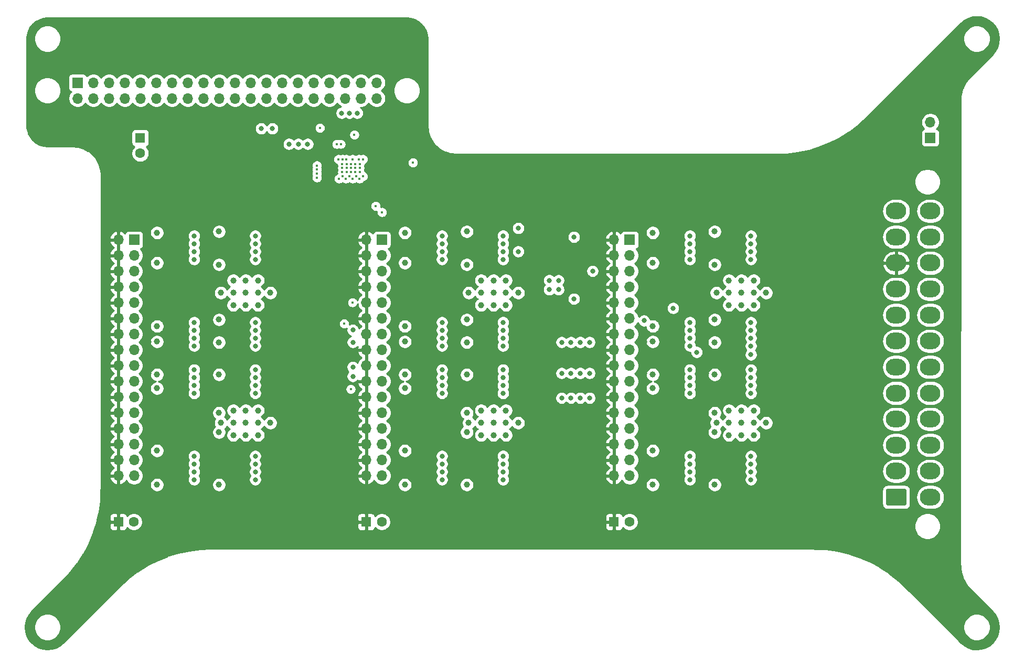
<source format=gbr>
%TF.GenerationSoftware,KiCad,Pcbnew,(5.1.6)-1*%
%TF.CreationDate,2020-07-20T16:14:19+09:00*%
%TF.ProjectId,PWM-LT8500,50574d2d-4c54-4383-9530-302e6b696361,rev?*%
%TF.SameCoordinates,Original*%
%TF.FileFunction,Copper,L2,Inr*%
%TF.FilePolarity,Positive*%
%FSLAX46Y46*%
G04 Gerber Fmt 4.6, Leading zero omitted, Abs format (unit mm)*
G04 Created by KiCad (PCBNEW (5.1.6)-1) date 2020-07-20 16:14:19*
%MOMM*%
%LPD*%
G01*
G04 APERTURE LIST*
%TA.AperFunction,ViaPad*%
%ADD10C,1.600000*%
%TD*%
%TA.AperFunction,ViaPad*%
%ADD11R,1.600000X1.600000*%
%TD*%
%TA.AperFunction,ViaPad*%
%ADD12O,1.700000X1.700000*%
%TD*%
%TA.AperFunction,ViaPad*%
%ADD13R,1.700000X1.700000*%
%TD*%
%TA.AperFunction,ViaPad*%
%ADD14O,3.300000X2.700000*%
%TD*%
%TA.AperFunction,ViaPad*%
%ADD15C,0.450000*%
%TD*%
%TA.AperFunction,ViaPad*%
%ADD16C,1.000000*%
%TD*%
%TA.AperFunction,ViaPad*%
%ADD17C,0.800000*%
%TD*%
%TA.AperFunction,Conductor*%
%ADD18C,0.254000*%
%TD*%
G04 APERTURE END LIST*
D10*
%TO.N,GND*%
%TO.C,C5*%
X113960000Y-98000000D03*
D11*
%TO.N,+12V*%
X111460000Y-98000000D03*
%TD*%
D10*
%TO.N,GND*%
%TO.C,C2*%
X35000000Y-38500000D03*
D11*
%TO.N,+3V3*%
X35000000Y-36000000D03*
%TD*%
D12*
%TO.N,GND*%
%TO.C,J6*%
X162500000Y-33460000D03*
D13*
%TO.N,PSU_EN*%
X162500000Y-36000000D03*
%TD*%
D10*
%TO.N,GND*%
%TO.C,C6*%
X73960000Y-98000000D03*
D11*
%TO.N,+12V*%
X71460000Y-98000000D03*
%TD*%
D10*
%TO.N,GND*%
%TO.C,C4*%
X33960000Y-98000000D03*
D11*
%TO.N,+12V*%
X31460000Y-98000000D03*
%TD*%
D12*
%TO.N,GND*%
%TO.C,J4*%
X73130000Y-29620000D03*
%TO.N,LDIBLANK*%
X73130000Y-27080000D03*
%TO.N,Net-(J4-Pad37)*%
X70590000Y-29620000D03*
%TO.N,Net-(J4-Pad38)*%
X70590000Y-27080000D03*
%TO.N,Net-(J4-Pad35)*%
X68050000Y-29620000D03*
%TO.N,Net-(J4-Pad36)*%
X68050000Y-27080000D03*
%TO.N,Net-(J4-Pad33)*%
X65510000Y-29620000D03*
%TO.N,GND*%
X65510000Y-27080000D03*
%TO.N,Net-(J4-Pad31)*%
X62970000Y-29620000D03*
%TO.N,Net-(J4-Pad32)*%
X62970000Y-27080000D03*
%TO.N,Net-(J4-Pad29)*%
X60430000Y-29620000D03*
%TO.N,GND*%
X60430000Y-27080000D03*
%TO.N,Net-(J4-Pad27)*%
X57890000Y-29620000D03*
%TO.N,Net-(J4-Pad28)*%
X57890000Y-27080000D03*
%TO.N,GND*%
X55350000Y-29620000D03*
%TO.N,Net-(J4-Pad26)*%
X55350000Y-27080000D03*
%TO.N,SCLK*%
X52810000Y-29620000D03*
%TO.N,Net-(J4-Pad24)*%
X52810000Y-27080000D03*
%TO.N,MISO*%
X50270000Y-29620000D03*
%TO.N,Net-(J4-Pad22)*%
X50270000Y-27080000D03*
%TO.N,MOSI*%
X47730000Y-29620000D03*
%TO.N,GND*%
X47730000Y-27080000D03*
%TO.N,Net-(J4-Pad17)*%
X45190000Y-29620000D03*
%TO.N,Net-(J4-Pad18)*%
X45190000Y-27080000D03*
%TO.N,Net-(J4-Pad15)*%
X42650000Y-29620000D03*
%TO.N,Net-(J4-Pad16)*%
X42650000Y-27080000D03*
%TO.N,Net-(J4-Pad13)*%
X40110000Y-29620000D03*
%TO.N,GND*%
X40110000Y-27080000D03*
%TO.N,Net-(J4-Pad11)*%
X37570000Y-29620000D03*
%TO.N,Net-(J4-Pad12)*%
X37570000Y-27080000D03*
%TO.N,GND*%
X35030000Y-29620000D03*
%TO.N,Net-(J4-Pad10)*%
X35030000Y-27080000D03*
%TO.N,Net-(J4-Pad7)*%
X32490000Y-29620000D03*
%TO.N,Net-(J4-Pad8)*%
X32490000Y-27080000D03*
%TO.N,Net-(J4-Pad5)*%
X29950000Y-29620000D03*
%TO.N,GND*%
X29950000Y-27080000D03*
%TO.N,Net-(J4-Pad3)*%
X27410000Y-29620000D03*
%TO.N,Net-(J4-Pad4)*%
X27410000Y-27080000D03*
%TO.N,Net-(J4-Pad1)*%
X24870000Y-29620000D03*
D13*
%TO.N,Net-(J4-Pad2)*%
X24870000Y-27080000D03*
%TD*%
D12*
%TO.N,+12V*%
%TO.C,J1*%
X31460000Y-90550000D03*
%TO.N,/D0*%
X34000000Y-90550000D03*
%TO.N,+12V*%
X31460000Y-88010000D03*
%TO.N,/D1*%
X34000000Y-88010000D03*
%TO.N,+12V*%
X31460000Y-85470000D03*
%TO.N,/D2*%
X34000000Y-85470000D03*
%TO.N,+12V*%
X31460000Y-82930000D03*
%TO.N,/D3*%
X34000000Y-82930000D03*
%TO.N,+12V*%
X31460000Y-80390000D03*
%TO.N,/D4*%
X34000000Y-80390000D03*
%TO.N,+12V*%
X31460000Y-77850000D03*
%TO.N,/D5*%
X34000000Y-77850000D03*
%TO.N,+12V*%
X31460000Y-75310000D03*
%TO.N,/D6*%
X34000000Y-75310000D03*
%TO.N,+12V*%
X31460000Y-72770000D03*
%TO.N,/D7*%
X34000000Y-72770000D03*
%TO.N,+12V*%
X31460000Y-70230000D03*
%TO.N,/D8*%
X34000000Y-70230000D03*
%TO.N,+12V*%
X31460000Y-67690000D03*
%TO.N,/D9*%
X34000000Y-67690000D03*
%TO.N,+12V*%
X31460000Y-65150000D03*
%TO.N,/D10*%
X34000000Y-65150000D03*
%TO.N,+12V*%
X31460000Y-62610000D03*
%TO.N,/D11*%
X34000000Y-62610000D03*
%TO.N,+12V*%
X31460000Y-60070000D03*
%TO.N,/D12*%
X34000000Y-60070000D03*
%TO.N,+12V*%
X31460000Y-57530000D03*
%TO.N,/D13*%
X34000000Y-57530000D03*
%TO.N,+12V*%
X31460000Y-54990000D03*
%TO.N,/D14*%
X34000000Y-54990000D03*
%TO.N,+12V*%
X31460000Y-52450000D03*
D13*
%TO.N,/D15*%
X34000000Y-52450000D03*
%TD*%
D12*
%TO.N,+12V*%
%TO.C,J2*%
X71460000Y-90550000D03*
%TO.N,/D16*%
X74000000Y-90550000D03*
%TO.N,+12V*%
X71460000Y-88010000D03*
%TO.N,/D17*%
X74000000Y-88010000D03*
%TO.N,+12V*%
X71460000Y-85470000D03*
%TO.N,/D18*%
X74000000Y-85470000D03*
%TO.N,+12V*%
X71460000Y-82930000D03*
%TO.N,/D19*%
X74000000Y-82930000D03*
%TO.N,+12V*%
X71460000Y-80390000D03*
%TO.N,/D20*%
X74000000Y-80390000D03*
%TO.N,+12V*%
X71460000Y-77850000D03*
%TO.N,/D21*%
X74000000Y-77850000D03*
%TO.N,+12V*%
X71460000Y-75310000D03*
%TO.N,/D22*%
X74000000Y-75310000D03*
%TO.N,+12V*%
X71460000Y-72770000D03*
%TO.N,/D23*%
X74000000Y-72770000D03*
%TO.N,+12V*%
X71460000Y-70230000D03*
%TO.N,/D24*%
X74000000Y-70230000D03*
%TO.N,+12V*%
X71460000Y-67690000D03*
%TO.N,/D25*%
X74000000Y-67690000D03*
%TO.N,+12V*%
X71460000Y-65150000D03*
%TO.N,/D26*%
X74000000Y-65150000D03*
%TO.N,+12V*%
X71460000Y-62610000D03*
%TO.N,/D27*%
X74000000Y-62610000D03*
%TO.N,+12V*%
X71460000Y-60070000D03*
%TO.N,/D28*%
X74000000Y-60070000D03*
%TO.N,+12V*%
X71460000Y-57530000D03*
%TO.N,/D29*%
X74000000Y-57530000D03*
%TO.N,+12V*%
X71460000Y-54990000D03*
%TO.N,/D30*%
X74000000Y-54990000D03*
%TO.N,+12V*%
X71460000Y-52450000D03*
D13*
%TO.N,/D31*%
X74000000Y-52450000D03*
%TD*%
D12*
%TO.N,+12V*%
%TO.C,J3*%
X111460000Y-90550000D03*
%TO.N,/D32*%
X114000000Y-90550000D03*
%TO.N,+12V*%
X111460000Y-88010000D03*
%TO.N,/D33*%
X114000000Y-88010000D03*
%TO.N,+12V*%
X111460000Y-85470000D03*
%TO.N,/D34*%
X114000000Y-85470000D03*
%TO.N,+12V*%
X111460000Y-82930000D03*
%TO.N,/D35*%
X114000000Y-82930000D03*
%TO.N,+12V*%
X111460000Y-80390000D03*
%TO.N,/D36*%
X114000000Y-80390000D03*
%TO.N,+12V*%
X111460000Y-77850000D03*
%TO.N,/D37*%
X114000000Y-77850000D03*
%TO.N,+12V*%
X111460000Y-75310000D03*
%TO.N,/D38*%
X114000000Y-75310000D03*
%TO.N,+12V*%
X111460000Y-72770000D03*
%TO.N,/D39*%
X114000000Y-72770000D03*
%TO.N,+12V*%
X111460000Y-70230000D03*
%TO.N,/D40*%
X114000000Y-70230000D03*
%TO.N,+12V*%
X111460000Y-67690000D03*
%TO.N,/D41*%
X114000000Y-67690000D03*
%TO.N,+12V*%
X111460000Y-65150000D03*
%TO.N,/D42*%
X114000000Y-65150000D03*
%TO.N,+12V*%
X111460000Y-62610000D03*
%TO.N,/D43*%
X114000000Y-62610000D03*
%TO.N,+12V*%
X111460000Y-60070000D03*
%TO.N,/D44*%
X114000000Y-60070000D03*
%TO.N,+12V*%
X111460000Y-57530000D03*
%TO.N,/D45*%
X114000000Y-57530000D03*
%TO.N,+12V*%
X111460000Y-54990000D03*
%TO.N,/D46*%
X114000000Y-54990000D03*
%TO.N,+12V*%
X111460000Y-52450000D03*
D13*
%TO.N,/D47*%
X114000000Y-52450000D03*
%TD*%
D14*
%TO.N,GND*%
%TO.C,J5*%
X162500000Y-47800000D03*
%TO.N,Net-(J5-Pad23)*%
X162500000Y-52000000D03*
%TO.N,Net-(J5-Pad22)*%
X162500000Y-56200000D03*
%TO.N,Net-(J5-Pad21)*%
X162500000Y-60400000D03*
%TO.N,Net-(J5-Pad20)*%
X162500000Y-64600000D03*
%TO.N,GND*%
X162500000Y-68800000D03*
X162500000Y-73000000D03*
X162500000Y-77200000D03*
%TO.N,PSU_EN*%
X162500000Y-81400000D03*
%TO.N,GND*%
X162500000Y-85600000D03*
%TO.N,Net-(J5-Pad14)*%
X162500000Y-89800000D03*
%TO.N,Net-(J5-Pad13)*%
X162500000Y-94000000D03*
%TO.N,+3V3*%
X157000000Y-47800000D03*
%TO.N,Net-(J5-Pad11)*%
X157000000Y-52000000D03*
%TO.N,+12V*%
X157000000Y-56200000D03*
%TO.N,Net-(J5-Pad9)*%
X157000000Y-60400000D03*
%TO.N,Net-(J5-Pad8)*%
X157000000Y-64600000D03*
%TO.N,Net-(J5-Pad7)*%
X157000000Y-68800000D03*
%TO.N,Net-(J5-Pad6)*%
X157000000Y-73000000D03*
%TO.N,GND*%
X157000000Y-77200000D03*
%TO.N,Net-(J5-Pad4)*%
X157000000Y-81400000D03*
%TO.N,GND*%
X157000000Y-85600000D03*
%TO.N,Net-(J5-Pad2)*%
X157000000Y-89800000D03*
%TO.N,Net-(J5-Pad1)*%
%TA.AperFunction,ViaPad*%
G36*
G01*
X158399999Y-95350000D02*
X155600001Y-95350000D01*
G75*
G02*
X155350000Y-95099999I0J250001D01*
G01*
X155350000Y-92900001D01*
G75*
G02*
X155600001Y-92650000I250001J0D01*
G01*
X158399999Y-92650000D01*
G75*
G02*
X158650000Y-92900001I0J-250001D01*
G01*
X158650000Y-95099999D01*
G75*
G02*
X158399999Y-95350000I-250001J0D01*
G01*
G37*
%TD.AperFunction*%
%TD*%
D15*
%TO.N,GND*%
X67600000Y-41500000D03*
X68300000Y-41500000D03*
X69000000Y-41500000D03*
X69700000Y-41500000D03*
X70400000Y-41500000D03*
X68300000Y-40850000D03*
X67600000Y-40850000D03*
X70400000Y-40200000D03*
X69700000Y-40200000D03*
X69000000Y-40200000D03*
X68300000Y-40200000D03*
X67600000Y-40200000D03*
D16*
X50000000Y-82000000D03*
X50000000Y-61000000D03*
X52000000Y-61000000D03*
X54000000Y-61000000D03*
X56000000Y-61000000D03*
D17*
X43700000Y-65775000D03*
X43700000Y-67045000D03*
X43700000Y-68315000D03*
X43700000Y-69585000D03*
X53550000Y-69585000D03*
X53550000Y-68315000D03*
X53550000Y-67045000D03*
X53550000Y-65775000D03*
X43700000Y-74685000D03*
X43700000Y-77225000D03*
X43700000Y-88645000D03*
X43700000Y-91185000D03*
X53550000Y-91185000D03*
X53550000Y-88645000D03*
X53550000Y-77225000D03*
X53550000Y-74685000D03*
X43700000Y-55625000D03*
X43700000Y-53085000D03*
X53550000Y-53085000D03*
X53550000Y-55625000D03*
X83700000Y-91185000D03*
X83700000Y-89915000D03*
X83700000Y-88645000D03*
X83700000Y-77225000D03*
X83700000Y-74685000D03*
X83700000Y-69585000D03*
X83700000Y-67045000D03*
X83700000Y-65775000D03*
X83700000Y-55625000D03*
X83700000Y-54355000D03*
X83700000Y-53085000D03*
X93550000Y-91185000D03*
X93550000Y-88645000D03*
X93550000Y-87375000D03*
X133550000Y-77225000D03*
X93550000Y-74685000D03*
X93550000Y-73415000D03*
X93550000Y-69585000D03*
X93550000Y-67045000D03*
X93550000Y-55625000D03*
X93550000Y-54355000D03*
X93550000Y-53085000D03*
X123700000Y-51815000D03*
X123700000Y-53085000D03*
X123700000Y-54355000D03*
X123700000Y-55625000D03*
X123700000Y-67045000D03*
X123700000Y-69585000D03*
X123700000Y-74685000D03*
X123700000Y-77225000D03*
X123700000Y-87375000D03*
X123700000Y-88645000D03*
X123700000Y-89915000D03*
X123700000Y-91185000D03*
X133550000Y-51815000D03*
X133550000Y-53085000D03*
X133550000Y-55625000D03*
X133550000Y-65775000D03*
X133550000Y-67045000D03*
X133550000Y-69585000D03*
X133550000Y-74685000D03*
X133550000Y-75955000D03*
X93550000Y-77225000D03*
X133550000Y-87375000D03*
X133550000Y-88645000D03*
X133550000Y-91185000D03*
D16*
X48000000Y-61000000D03*
X48000000Y-82000000D03*
X52000000Y-82000000D03*
X54000000Y-82000000D03*
X56000000Y-82000000D03*
X88000000Y-61000000D03*
X90000000Y-61000000D03*
X92000000Y-61000000D03*
X94000000Y-61000000D03*
X96000000Y-61000000D03*
X88000000Y-82000000D03*
X90000000Y-82000000D03*
X92000000Y-82000000D03*
X94000000Y-82000000D03*
X96000000Y-82000000D03*
X128000000Y-61000000D03*
X130000000Y-61000000D03*
X132000000Y-61000000D03*
X134000000Y-61000000D03*
X136000000Y-61000000D03*
X128000000Y-82000000D03*
X130000000Y-82000000D03*
X132000000Y-82000000D03*
X134000000Y-82000000D03*
X136000000Y-82000000D03*
X52000000Y-59000000D03*
X52000000Y-63000000D03*
X52000000Y-80000000D03*
X52000000Y-84000000D03*
X92000000Y-80000000D03*
X92000000Y-84000000D03*
X92000000Y-59000000D03*
X92000000Y-63000000D03*
X132000000Y-59000000D03*
X132000000Y-63000000D03*
X132000000Y-80000000D03*
X132000000Y-84000000D03*
X130000000Y-59000000D03*
X134000000Y-59000000D03*
X134000000Y-63000000D03*
X130000000Y-63000000D03*
X130000000Y-80000000D03*
X134000000Y-80000000D03*
X134000000Y-84000000D03*
X130000000Y-84000000D03*
X90000000Y-80000000D03*
X90000000Y-84000000D03*
X94000000Y-80000000D03*
X94000000Y-84000000D03*
X94000000Y-59000000D03*
X90000000Y-59000000D03*
X90000000Y-63000000D03*
X94000000Y-63000000D03*
X54000000Y-59000000D03*
X50000000Y-59000000D03*
X50000000Y-63000000D03*
X54000000Y-63000000D03*
X50000000Y-80000000D03*
X54000000Y-80000000D03*
X54000000Y-84000000D03*
X50000000Y-84000000D03*
D17*
X53550000Y-87375000D03*
X53550000Y-89915000D03*
X43700000Y-87375000D03*
X68750000Y-32000000D03*
X54500000Y-34500000D03*
X56320000Y-34500000D03*
X67500000Y-32000000D03*
X70000000Y-32000000D03*
X69300000Y-73000000D03*
X69300000Y-74500000D03*
X69300000Y-67000000D03*
X69300000Y-69000000D03*
X101000000Y-60500000D03*
X102500000Y-60500000D03*
X102500000Y-59000000D03*
X101000000Y-59000000D03*
X103000000Y-74000000D03*
X104500000Y-74000000D03*
X106000000Y-74000000D03*
X107500000Y-74000000D03*
X103000000Y-69000000D03*
X104500000Y-69000000D03*
X106000000Y-69000000D03*
X107500000Y-69000000D03*
X103000000Y-78000000D03*
X104500000Y-78000000D03*
X106000000Y-78000000D03*
X107500000Y-78000000D03*
X59000000Y-37000000D03*
X60500000Y-37000000D03*
X62000000Y-37000000D03*
D15*
X69000000Y-40850000D03*
X69700000Y-40850000D03*
X70400000Y-40850000D03*
D16*
%TO.N,+12V*%
X147000000Y-50000000D03*
X46300000Y-53740000D03*
X36300000Y-68960000D03*
X46300000Y-71500000D03*
X36300000Y-74050000D03*
X36300000Y-89280000D03*
X46300000Y-89280000D03*
X46300000Y-74050000D03*
X36300000Y-53740000D03*
X86300000Y-89280000D03*
X76300000Y-89280000D03*
X86300000Y-74050000D03*
X76300000Y-74050000D03*
X86300000Y-71500000D03*
X76300000Y-68960000D03*
X86300000Y-53740000D03*
X76300000Y-53740000D03*
X116300000Y-89280000D03*
X126300000Y-89280000D03*
X126300000Y-74050000D03*
X126300000Y-71500000D03*
X116300000Y-68960000D03*
X126300000Y-53740000D03*
X116300000Y-53740000D03*
X116300000Y-74050000D03*
%TO.N,/D0*%
X37700000Y-92000000D03*
%TO.N,/D1*%
X37700000Y-86500000D03*
%TO.N,/D2*%
X47700000Y-92000000D03*
%TO.N,/D3*%
X47700000Y-83517500D03*
%TO.N,/D4*%
X47700000Y-80390000D03*
%TO.N,/D5*%
X47700000Y-74205000D03*
%TO.N,/D6*%
X37700000Y-76435000D03*
%TO.N,/D7*%
X37700000Y-74205000D03*
%TO.N,/D8*%
X37700000Y-68900000D03*
%TO.N,/D9*%
X37700000Y-66400000D03*
%TO.N,/D10*%
X47700000Y-69000000D03*
%TO.N,/D11*%
X47700000Y-65340978D03*
%TO.N,/D12*%
X47700000Y-56460000D03*
%TO.N,/D13*%
X47700000Y-51120000D03*
%TO.N,/D14*%
X37700000Y-56170000D03*
%TO.N,/D15*%
X37700000Y-51310000D03*
%TO.N,/D16*%
X77700000Y-92000000D03*
%TO.N,/D17*%
X77700000Y-86500000D03*
%TO.N,/D18*%
X87700000Y-92000000D03*
%TO.N,/D19*%
X87700000Y-83517500D03*
%TO.N,/D20*%
X87700000Y-80390000D03*
%TO.N,/D21*%
X87700000Y-74205000D03*
%TO.N,/D22*%
X77700000Y-76435000D03*
%TO.N,/D23*%
X77700000Y-74205000D03*
%TO.N,/D24*%
X77700000Y-68900000D03*
%TO.N,/D25*%
X77700000Y-66400000D03*
%TO.N,/D26*%
X87700000Y-69000000D03*
%TO.N,/D27*%
X87700000Y-65340978D03*
%TO.N,/D28*%
X87700000Y-56460000D03*
%TO.N,/D29*%
X87700000Y-51120000D03*
%TO.N,/D30*%
X77700000Y-56170000D03*
%TO.N,/D31*%
X77700000Y-51310000D03*
%TO.N,/D32*%
X117700000Y-92000000D03*
%TO.N,/D33*%
X117700000Y-86500000D03*
%TO.N,/D34*%
X127700000Y-92000000D03*
%TO.N,/D35*%
X127700000Y-83517500D03*
%TO.N,/D36*%
X127700000Y-80390000D03*
%TO.N,/D37*%
X127700000Y-74205000D03*
%TO.N,/D38*%
X117700000Y-76435000D03*
%TO.N,/D39*%
X117700000Y-74205000D03*
%TO.N,/D40*%
X117700000Y-68900000D03*
%TO.N,/D41*%
X117700000Y-66400000D03*
%TO.N,/D42*%
X127700000Y-69000000D03*
%TO.N,/D43*%
X127700000Y-65340978D03*
%TO.N,/D44*%
X127700000Y-56460000D03*
%TO.N,/D45*%
X127700000Y-51120000D03*
%TO.N,/D46*%
X117700000Y-56170000D03*
%TO.N,/D47*%
X117700000Y-51310000D03*
D15*
%TO.N,PWM0*%
X67075000Y-42580000D03*
D17*
X43700000Y-89915000D03*
D15*
%TO.N,PWM5*%
X67350000Y-37000000D03*
D17*
X53550000Y-73415000D03*
D15*
%TO.N,PWM4*%
X66975000Y-39450000D03*
D17*
X53550000Y-75955000D03*
D15*
%TO.N,PWM7*%
X67625000Y-39450000D03*
D17*
X43700000Y-73415000D03*
D15*
%TO.N,PWM6*%
X66700000Y-37000000D03*
D17*
X43700000Y-75955000D03*
D15*
%TO.N,PWM13*%
X63500000Y-41760000D03*
D17*
X53550000Y-51815000D03*
D15*
%TO.N,PWM12*%
X63500000Y-42410000D03*
D17*
X53550000Y-54355000D03*
D15*
%TO.N,PWM15*%
X63500000Y-40460000D03*
D17*
X43700000Y-51815000D03*
D15*
%TO.N,PWM14*%
X63500000Y-41110000D03*
D17*
X43700000Y-54355000D03*
D15*
%TO.N,PWM17*%
X70925000Y-42230000D03*
D17*
X83700000Y-87375000D03*
%TO.N,PWM18*%
X93550000Y-89915000D03*
D15*
X70375000Y-42580000D03*
%TO.N,PWM20*%
X67625000Y-42230000D03*
D17*
X93550000Y-75955000D03*
D15*
%TO.N,PWM23*%
X68960000Y-76560000D03*
D17*
X83700000Y-73415000D03*
D15*
%TO.N,PWM22*%
X67900000Y-66000000D03*
D17*
X83700000Y-75955000D03*
D15*
%TO.N,PWM24*%
X69240000Y-62570000D03*
D17*
X83700000Y-68315000D03*
D15*
%TO.N,PWM27*%
X68725000Y-42230000D03*
D17*
X93550000Y-65775000D03*
D15*
%TO.N,PWM26*%
X68175000Y-42580000D03*
D17*
X93550000Y-68315000D03*
D15*
%TO.N,PWM29*%
X69825000Y-42230000D03*
D17*
X93550000Y-51815000D03*
%TO.N,PWM28*%
X96000000Y-50580000D03*
X96000000Y-54355000D03*
D15*
%TO.N,PWM31*%
X69275000Y-42580000D03*
D17*
X83700000Y-51815000D03*
%TO.N,PWM34*%
X133550000Y-89915000D03*
D15*
X70275000Y-39450000D03*
D17*
%TO.N,PWM37*%
X133550000Y-71000000D03*
X124795000Y-70600000D03*
X116300000Y-65500000D03*
X133550000Y-73415000D03*
%TO.N,PWM39*%
X123700000Y-73415000D03*
D15*
X73000000Y-47000000D03*
D17*
%TO.N,PWM38*%
X123700000Y-75955000D03*
D15*
X74000000Y-48000000D03*
D17*
%TO.N,PWM41*%
X121000000Y-63500000D03*
X105000000Y-62000000D03*
X105000000Y-52000000D03*
X123700000Y-65775000D03*
D15*
%TO.N,PWM40*%
X79000000Y-40000000D03*
D17*
X123700000Y-68315000D03*
%TO.N,PWM42*%
X108000000Y-57500000D03*
X133550000Y-68315000D03*
%TO.N,PWM44*%
X133550000Y-54355000D03*
D15*
X70925000Y-39450000D03*
%TO.N,SCLK*%
X69275000Y-39450000D03*
%TO.N,MOSI*%
X68275000Y-39450000D03*
%TO.N,MISO*%
X69550010Y-35500000D03*
%TO.N,LDIBLANK*%
X64000000Y-34400000D03*
%TD*%
D18*
%TO.N,+12V*%
G36*
X170682997Y-16486291D02*
G01*
X171352473Y-16685871D01*
X171970430Y-17011683D01*
X172513338Y-17451321D01*
X172960515Y-17988039D01*
X173294922Y-18601386D01*
X173503830Y-19268012D01*
X173579278Y-19962521D01*
X173518393Y-20658444D01*
X173323490Y-21329303D01*
X173002001Y-21949520D01*
X172547369Y-22519028D01*
X172531553Y-22535066D01*
X168970387Y-26096235D01*
X168962362Y-26106014D01*
X168725193Y-26362085D01*
X168723022Y-26364894D01*
X168720417Y-26367298D01*
X168672710Y-26426439D01*
X168155421Y-27149207D01*
X168144887Y-27167097D01*
X168132360Y-27183665D01*
X168095881Y-27250320D01*
X167714759Y-28053271D01*
X167707559Y-28072743D01*
X167698165Y-28091267D01*
X167674065Y-28163329D01*
X167441156Y-29021079D01*
X167437517Y-29041527D01*
X167431554Y-29061413D01*
X167420596Y-29136604D01*
X167343572Y-30018505D01*
X167340761Y-30047043D01*
X167340000Y-104962412D01*
X167341186Y-104974459D01*
X167353870Y-105320375D01*
X167354305Y-105323819D01*
X167354160Y-105327281D01*
X167362102Y-105402850D01*
X167505759Y-106280108D01*
X167510923Y-106300220D01*
X167513741Y-106320793D01*
X167534941Y-106393761D01*
X167831675Y-107231716D01*
X167840322Y-107250602D01*
X167846737Y-107270346D01*
X167880522Y-107338407D01*
X168320957Y-108110571D01*
X168332809Y-108127624D01*
X168342621Y-108145923D01*
X168387925Y-108206925D01*
X168956312Y-108886708D01*
X168974919Y-108909374D01*
X172510507Y-112443895D01*
X172974488Y-113008755D01*
X173304608Y-113624426D01*
X173508856Y-114292491D01*
X173579452Y-114987503D01*
X173513709Y-115682995D01*
X173314129Y-116352474D01*
X172988316Y-116970432D01*
X172548677Y-117513341D01*
X172011962Y-117960515D01*
X171398614Y-118294922D01*
X170731988Y-118503830D01*
X170037479Y-118579278D01*
X169341556Y-118518393D01*
X168670697Y-118323490D01*
X168050480Y-118002001D01*
X167480972Y-117547369D01*
X167464935Y-117531554D01*
X164719704Y-114786323D01*
X167830497Y-114786323D01*
X167830497Y-115213677D01*
X167913870Y-115632821D01*
X168077412Y-116027645D01*
X168314837Y-116382977D01*
X168617023Y-116685163D01*
X168972355Y-116922588D01*
X169367179Y-117086130D01*
X169786323Y-117169503D01*
X170213677Y-117169503D01*
X170632821Y-117086130D01*
X171027645Y-116922588D01*
X171382977Y-116685163D01*
X171685163Y-116382977D01*
X171922588Y-116027645D01*
X172086130Y-115632821D01*
X172169503Y-115213677D01*
X172169503Y-114786323D01*
X172086130Y-114367179D01*
X171922588Y-113972355D01*
X171685163Y-113617023D01*
X171382977Y-113314837D01*
X171027645Y-113077412D01*
X170632821Y-112913870D01*
X170213677Y-112830497D01*
X169786323Y-112830497D01*
X169367179Y-112913870D01*
X168972355Y-113077412D01*
X168617023Y-113314837D01*
X168314837Y-113617023D01*
X168077412Y-113972355D01*
X167913870Y-114367179D01*
X167830497Y-114786323D01*
X164719704Y-114786323D01*
X158313765Y-108380387D01*
X158304559Y-108372832D01*
X157243805Y-107385909D01*
X157229958Y-107374131D01*
X157216525Y-107361895D01*
X157203103Y-107351014D01*
X155806294Y-106248691D01*
X155789469Y-106236589D01*
X155772956Y-106224041D01*
X155758619Y-106214396D01*
X154269349Y-105240606D01*
X154251504Y-105230040D01*
X154233952Y-105219017D01*
X154218815Y-105210685D01*
X152648876Y-104373137D01*
X152630179Y-104364207D01*
X152611699Y-104354779D01*
X152595881Y-104347826D01*
X150957705Y-103653154D01*
X150938290Y-103645922D01*
X150919043Y-103638173D01*
X150902681Y-103632658D01*
X150902671Y-103632654D01*
X150902664Y-103632652D01*
X149209226Y-103086356D01*
X149189237Y-103080877D01*
X149169387Y-103074872D01*
X149152588Y-103070830D01*
X147417286Y-102677232D01*
X147396901Y-102673553D01*
X147376583Y-102669335D01*
X147359491Y-102666802D01*
X145596071Y-102429021D01*
X145575448Y-102427170D01*
X145554827Y-102424773D01*
X145537578Y-102423770D01*
X143777515Y-102344477D01*
X143762736Y-102343021D01*
X46237602Y-102339999D01*
X46225382Y-102341202D01*
X44780749Y-102394897D01*
X44762662Y-102396377D01*
X44744544Y-102397241D01*
X44727361Y-102399056D01*
X42960153Y-102609115D01*
X42939706Y-102612474D01*
X42919155Y-102615299D01*
X42902201Y-102618634D01*
X41160662Y-102984956D01*
X41140582Y-102990123D01*
X41120376Y-102994761D01*
X41103786Y-102999590D01*
X39401706Y-103519275D01*
X39382176Y-103526202D01*
X39362451Y-103532622D01*
X39346356Y-103538906D01*
X37697212Y-104207839D01*
X37678385Y-104216470D01*
X37659299Y-104224622D01*
X37643826Y-104232313D01*
X36060674Y-105045197D01*
X36042692Y-105055466D01*
X36024403Y-105065284D01*
X36009676Y-105074320D01*
X34505053Y-106024718D01*
X34488065Y-106036538D01*
X34470710Y-106047950D01*
X34456844Y-106058259D01*
X33042662Y-107138648D01*
X33026763Y-107151956D01*
X33010522Y-107164841D01*
X32997627Y-107176342D01*
X31698197Y-108366160D01*
X31686913Y-108375425D01*
X22556090Y-117510519D01*
X21991245Y-117974488D01*
X21375577Y-118304606D01*
X20707509Y-118508856D01*
X20012497Y-118579452D01*
X19317005Y-118513709D01*
X18647526Y-118314129D01*
X18029568Y-117988316D01*
X17486659Y-117548677D01*
X17039485Y-117011962D01*
X16705078Y-116398614D01*
X16496170Y-115731988D01*
X16420722Y-115037479D01*
X16442695Y-114786323D01*
X17830497Y-114786323D01*
X17830497Y-115213677D01*
X17913870Y-115632821D01*
X18077412Y-116027645D01*
X18314837Y-116382977D01*
X18617023Y-116685163D01*
X18972355Y-116922588D01*
X19367179Y-117086130D01*
X19786323Y-117169503D01*
X20213677Y-117169503D01*
X20632821Y-117086130D01*
X21027645Y-116922588D01*
X21382977Y-116685163D01*
X21685163Y-116382977D01*
X21922588Y-116027645D01*
X22086130Y-115632821D01*
X22169503Y-115213677D01*
X22169503Y-114786323D01*
X22086130Y-114367179D01*
X21922588Y-113972355D01*
X21685163Y-113617023D01*
X21382977Y-113314837D01*
X21027645Y-113077412D01*
X20632821Y-112913870D01*
X20213677Y-112830497D01*
X19786323Y-112830497D01*
X19367179Y-112913870D01*
X18972355Y-113077412D01*
X18617023Y-113314837D01*
X18314837Y-113617023D01*
X18077412Y-113972355D01*
X17913870Y-114367179D01*
X17830497Y-114786323D01*
X16442695Y-114786323D01*
X16481608Y-114341554D01*
X16676510Y-113670695D01*
X16998001Y-113050477D01*
X17452631Y-112480972D01*
X17468517Y-112464863D01*
X22629613Y-107303766D01*
X22637283Y-107294420D01*
X23621093Y-106235715D01*
X23632836Y-106221893D01*
X23645051Y-106208469D01*
X23655924Y-106195041D01*
X24757527Y-104797664D01*
X24769621Y-104780833D01*
X24782161Y-104764313D01*
X24791798Y-104749972D01*
X25764820Y-103260201D01*
X25775367Y-103242366D01*
X25786392Y-103224792D01*
X25794716Y-103209651D01*
X26631455Y-101639282D01*
X26640387Y-101620555D01*
X26649793Y-101602095D01*
X26656738Y-101586274D01*
X27350567Y-99947740D01*
X27357791Y-99928314D01*
X27365527Y-99909071D01*
X27371038Y-99892695D01*
X27722916Y-98800000D01*
X30021928Y-98800000D01*
X30034188Y-98924482D01*
X30070498Y-99044180D01*
X30129463Y-99154494D01*
X30208815Y-99251185D01*
X30305506Y-99330537D01*
X30415820Y-99389502D01*
X30535518Y-99425812D01*
X30660000Y-99438072D01*
X31174250Y-99435000D01*
X31333000Y-99276250D01*
X31333000Y-98127000D01*
X30183750Y-98127000D01*
X30025000Y-98285750D01*
X30021928Y-98800000D01*
X27722916Y-98800000D01*
X27916464Y-98198971D01*
X27921935Y-98178973D01*
X27927927Y-98159126D01*
X27931961Y-98142324D01*
X28145187Y-97200000D01*
X30021928Y-97200000D01*
X30025000Y-97714250D01*
X30183750Y-97873000D01*
X31333000Y-97873000D01*
X31333000Y-96723750D01*
X31587000Y-96723750D01*
X31587000Y-97873000D01*
X31607000Y-97873000D01*
X31607000Y-98127000D01*
X31587000Y-98127000D01*
X31587000Y-99276250D01*
X31745750Y-99435000D01*
X32260000Y-99438072D01*
X32384482Y-99425812D01*
X32504180Y-99389502D01*
X32614494Y-99330537D01*
X32711185Y-99251185D01*
X32790537Y-99154494D01*
X32849502Y-99044180D01*
X32878661Y-98948057D01*
X33045241Y-99114637D01*
X33280273Y-99271680D01*
X33541426Y-99379853D01*
X33818665Y-99435000D01*
X34101335Y-99435000D01*
X34378574Y-99379853D01*
X34639727Y-99271680D01*
X34874759Y-99114637D01*
X35074637Y-98914759D01*
X35151316Y-98800000D01*
X70021928Y-98800000D01*
X70034188Y-98924482D01*
X70070498Y-99044180D01*
X70129463Y-99154494D01*
X70208815Y-99251185D01*
X70305506Y-99330537D01*
X70415820Y-99389502D01*
X70535518Y-99425812D01*
X70660000Y-99438072D01*
X71174250Y-99435000D01*
X71333000Y-99276250D01*
X71333000Y-98127000D01*
X70183750Y-98127000D01*
X70025000Y-98285750D01*
X70021928Y-98800000D01*
X35151316Y-98800000D01*
X35231680Y-98679727D01*
X35339853Y-98418574D01*
X35395000Y-98141335D01*
X35395000Y-97858665D01*
X35339853Y-97581426D01*
X35231680Y-97320273D01*
X35151317Y-97200000D01*
X70021928Y-97200000D01*
X70025000Y-97714250D01*
X70183750Y-97873000D01*
X71333000Y-97873000D01*
X71333000Y-96723750D01*
X71587000Y-96723750D01*
X71587000Y-97873000D01*
X71607000Y-97873000D01*
X71607000Y-98127000D01*
X71587000Y-98127000D01*
X71587000Y-99276250D01*
X71745750Y-99435000D01*
X72260000Y-99438072D01*
X72384482Y-99425812D01*
X72504180Y-99389502D01*
X72614494Y-99330537D01*
X72711185Y-99251185D01*
X72790537Y-99154494D01*
X72849502Y-99044180D01*
X72878661Y-98948057D01*
X73045241Y-99114637D01*
X73280273Y-99271680D01*
X73541426Y-99379853D01*
X73818665Y-99435000D01*
X74101335Y-99435000D01*
X74378574Y-99379853D01*
X74639727Y-99271680D01*
X74874759Y-99114637D01*
X75074637Y-98914759D01*
X75151316Y-98800000D01*
X110021928Y-98800000D01*
X110034188Y-98924482D01*
X110070498Y-99044180D01*
X110129463Y-99154494D01*
X110208815Y-99251185D01*
X110305506Y-99330537D01*
X110415820Y-99389502D01*
X110535518Y-99425812D01*
X110660000Y-99438072D01*
X111174250Y-99435000D01*
X111333000Y-99276250D01*
X111333000Y-98127000D01*
X110183750Y-98127000D01*
X110025000Y-98285750D01*
X110021928Y-98800000D01*
X75151316Y-98800000D01*
X75231680Y-98679727D01*
X75339853Y-98418574D01*
X75395000Y-98141335D01*
X75395000Y-97858665D01*
X75339853Y-97581426D01*
X75231680Y-97320273D01*
X75151317Y-97200000D01*
X110021928Y-97200000D01*
X110025000Y-97714250D01*
X110183750Y-97873000D01*
X111333000Y-97873000D01*
X111333000Y-96723750D01*
X111587000Y-96723750D01*
X111587000Y-97873000D01*
X111607000Y-97873000D01*
X111607000Y-98127000D01*
X111587000Y-98127000D01*
X111587000Y-99276250D01*
X111745750Y-99435000D01*
X112260000Y-99438072D01*
X112384482Y-99425812D01*
X112504180Y-99389502D01*
X112614494Y-99330537D01*
X112711185Y-99251185D01*
X112790537Y-99154494D01*
X112849502Y-99044180D01*
X112878661Y-98948057D01*
X113045241Y-99114637D01*
X113280273Y-99271680D01*
X113541426Y-99379853D01*
X113818665Y-99435000D01*
X114101335Y-99435000D01*
X114378574Y-99379853D01*
X114639727Y-99271680D01*
X114874759Y-99114637D01*
X115074637Y-98914759D01*
X115231680Y-98679727D01*
X115310382Y-98489721D01*
X159905000Y-98489721D01*
X159905000Y-98910279D01*
X159987047Y-99322756D01*
X160147988Y-99711302D01*
X160381637Y-100060983D01*
X160679017Y-100358363D01*
X161028698Y-100592012D01*
X161417244Y-100752953D01*
X161829721Y-100835000D01*
X162250279Y-100835000D01*
X162662756Y-100752953D01*
X163051302Y-100592012D01*
X163400983Y-100358363D01*
X163698363Y-100060983D01*
X163932012Y-99711302D01*
X164092953Y-99322756D01*
X164175000Y-98910279D01*
X164175000Y-98489721D01*
X164092953Y-98077244D01*
X163932012Y-97688698D01*
X163698363Y-97339017D01*
X163400983Y-97041637D01*
X163051302Y-96807988D01*
X162662756Y-96647047D01*
X162250279Y-96565000D01*
X161829721Y-96565000D01*
X161417244Y-96647047D01*
X161028698Y-96807988D01*
X160679017Y-97041637D01*
X160381637Y-97339017D01*
X160147988Y-97688698D01*
X159987047Y-98077244D01*
X159905000Y-98489721D01*
X115310382Y-98489721D01*
X115339853Y-98418574D01*
X115395000Y-98141335D01*
X115395000Y-97858665D01*
X115339853Y-97581426D01*
X115231680Y-97320273D01*
X115074637Y-97085241D01*
X114874759Y-96885363D01*
X114639727Y-96728320D01*
X114378574Y-96620147D01*
X114101335Y-96565000D01*
X113818665Y-96565000D01*
X113541426Y-96620147D01*
X113280273Y-96728320D01*
X113045241Y-96885363D01*
X112878661Y-97051943D01*
X112849502Y-96955820D01*
X112790537Y-96845506D01*
X112711185Y-96748815D01*
X112614494Y-96669463D01*
X112504180Y-96610498D01*
X112384482Y-96574188D01*
X112260000Y-96561928D01*
X111745750Y-96565000D01*
X111587000Y-96723750D01*
X111333000Y-96723750D01*
X111174250Y-96565000D01*
X110660000Y-96561928D01*
X110535518Y-96574188D01*
X110415820Y-96610498D01*
X110305506Y-96669463D01*
X110208815Y-96748815D01*
X110129463Y-96845506D01*
X110070498Y-96955820D01*
X110034188Y-97075518D01*
X110021928Y-97200000D01*
X75151317Y-97200000D01*
X75074637Y-97085241D01*
X74874759Y-96885363D01*
X74639727Y-96728320D01*
X74378574Y-96620147D01*
X74101335Y-96565000D01*
X73818665Y-96565000D01*
X73541426Y-96620147D01*
X73280273Y-96728320D01*
X73045241Y-96885363D01*
X72878661Y-97051943D01*
X72849502Y-96955820D01*
X72790537Y-96845506D01*
X72711185Y-96748815D01*
X72614494Y-96669463D01*
X72504180Y-96610498D01*
X72384482Y-96574188D01*
X72260000Y-96561928D01*
X71745750Y-96565000D01*
X71587000Y-96723750D01*
X71333000Y-96723750D01*
X71174250Y-96565000D01*
X70660000Y-96561928D01*
X70535518Y-96574188D01*
X70415820Y-96610498D01*
X70305506Y-96669463D01*
X70208815Y-96748815D01*
X70129463Y-96845506D01*
X70070498Y-96955820D01*
X70034188Y-97075518D01*
X70021928Y-97200000D01*
X35151317Y-97200000D01*
X35074637Y-97085241D01*
X34874759Y-96885363D01*
X34639727Y-96728320D01*
X34378574Y-96620147D01*
X34101335Y-96565000D01*
X33818665Y-96565000D01*
X33541426Y-96620147D01*
X33280273Y-96728320D01*
X33045241Y-96885363D01*
X32878661Y-97051943D01*
X32849502Y-96955820D01*
X32790537Y-96845506D01*
X32711185Y-96748815D01*
X32614494Y-96669463D01*
X32504180Y-96610498D01*
X32384482Y-96574188D01*
X32260000Y-96561928D01*
X31745750Y-96565000D01*
X31587000Y-96723750D01*
X31333000Y-96723750D01*
X31174250Y-96565000D01*
X30660000Y-96561928D01*
X30535518Y-96574188D01*
X30415820Y-96610498D01*
X30305506Y-96669463D01*
X30208815Y-96748815D01*
X30129463Y-96845506D01*
X30070498Y-96955820D01*
X30034188Y-97075518D01*
X30021928Y-97200000D01*
X28145187Y-97200000D01*
X28324666Y-96406821D01*
X28328339Y-96386406D01*
X28332542Y-96366113D01*
X28335066Y-96349020D01*
X28571939Y-94585477D01*
X28573781Y-94564838D01*
X28576165Y-94544231D01*
X28577159Y-94526981D01*
X28655537Y-92767079D01*
X28656978Y-92752458D01*
X28657087Y-90906890D01*
X30018524Y-90906890D01*
X30063175Y-91054099D01*
X30188359Y-91316920D01*
X30362412Y-91550269D01*
X30578645Y-91745178D01*
X30828748Y-91894157D01*
X31103109Y-91991481D01*
X31333000Y-91870814D01*
X31333000Y-90677000D01*
X30139845Y-90677000D01*
X30018524Y-90906890D01*
X28657087Y-90906890D01*
X28657238Y-88366890D01*
X30018524Y-88366890D01*
X30063175Y-88514099D01*
X30188359Y-88776920D01*
X30362412Y-89010269D01*
X30578645Y-89205178D01*
X30704255Y-89280000D01*
X30578645Y-89354822D01*
X30362412Y-89549731D01*
X30188359Y-89783080D01*
X30063175Y-90045901D01*
X30018524Y-90193110D01*
X30139845Y-90423000D01*
X31333000Y-90423000D01*
X31333000Y-88137000D01*
X30139845Y-88137000D01*
X30018524Y-88366890D01*
X28657238Y-88366890D01*
X28657389Y-85826890D01*
X30018524Y-85826890D01*
X30063175Y-85974099D01*
X30188359Y-86236920D01*
X30362412Y-86470269D01*
X30578645Y-86665178D01*
X30704255Y-86740000D01*
X30578645Y-86814822D01*
X30362412Y-87009731D01*
X30188359Y-87243080D01*
X30063175Y-87505901D01*
X30018524Y-87653110D01*
X30139845Y-87883000D01*
X31333000Y-87883000D01*
X31333000Y-85597000D01*
X30139845Y-85597000D01*
X30018524Y-85826890D01*
X28657389Y-85826890D01*
X28657540Y-83286890D01*
X30018524Y-83286890D01*
X30063175Y-83434099D01*
X30188359Y-83696920D01*
X30362412Y-83930269D01*
X30578645Y-84125178D01*
X30704255Y-84200000D01*
X30578645Y-84274822D01*
X30362412Y-84469731D01*
X30188359Y-84703080D01*
X30063175Y-84965901D01*
X30018524Y-85113110D01*
X30139845Y-85343000D01*
X31333000Y-85343000D01*
X31333000Y-83057000D01*
X30139845Y-83057000D01*
X30018524Y-83286890D01*
X28657540Y-83286890D01*
X28657691Y-80746890D01*
X30018524Y-80746890D01*
X30063175Y-80894099D01*
X30188359Y-81156920D01*
X30362412Y-81390269D01*
X30578645Y-81585178D01*
X30704255Y-81660000D01*
X30578645Y-81734822D01*
X30362412Y-81929731D01*
X30188359Y-82163080D01*
X30063175Y-82425901D01*
X30018524Y-82573110D01*
X30139845Y-82803000D01*
X31333000Y-82803000D01*
X31333000Y-80517000D01*
X30139845Y-80517000D01*
X30018524Y-80746890D01*
X28657691Y-80746890D01*
X28657842Y-78206890D01*
X30018524Y-78206890D01*
X30063175Y-78354099D01*
X30188359Y-78616920D01*
X30362412Y-78850269D01*
X30578645Y-79045178D01*
X30704255Y-79120000D01*
X30578645Y-79194822D01*
X30362412Y-79389731D01*
X30188359Y-79623080D01*
X30063175Y-79885901D01*
X30018524Y-80033110D01*
X30139845Y-80263000D01*
X31333000Y-80263000D01*
X31333000Y-77977000D01*
X30139845Y-77977000D01*
X30018524Y-78206890D01*
X28657842Y-78206890D01*
X28657993Y-75666890D01*
X30018524Y-75666890D01*
X30063175Y-75814099D01*
X30188359Y-76076920D01*
X30362412Y-76310269D01*
X30578645Y-76505178D01*
X30704255Y-76580000D01*
X30578645Y-76654822D01*
X30362412Y-76849731D01*
X30188359Y-77083080D01*
X30063175Y-77345901D01*
X30018524Y-77493110D01*
X30139845Y-77723000D01*
X31333000Y-77723000D01*
X31333000Y-75437000D01*
X30139845Y-75437000D01*
X30018524Y-75666890D01*
X28657993Y-75666890D01*
X28658144Y-73126890D01*
X30018524Y-73126890D01*
X30063175Y-73274099D01*
X30188359Y-73536920D01*
X30362412Y-73770269D01*
X30578645Y-73965178D01*
X30704255Y-74040000D01*
X30578645Y-74114822D01*
X30362412Y-74309731D01*
X30188359Y-74543080D01*
X30063175Y-74805901D01*
X30018524Y-74953110D01*
X30139845Y-75183000D01*
X31333000Y-75183000D01*
X31333000Y-72897000D01*
X30139845Y-72897000D01*
X30018524Y-73126890D01*
X28658144Y-73126890D01*
X28658295Y-70586890D01*
X30018524Y-70586890D01*
X30063175Y-70734099D01*
X30188359Y-70996920D01*
X30362412Y-71230269D01*
X30578645Y-71425178D01*
X30704255Y-71500000D01*
X30578645Y-71574822D01*
X30362412Y-71769731D01*
X30188359Y-72003080D01*
X30063175Y-72265901D01*
X30018524Y-72413110D01*
X30139845Y-72643000D01*
X31333000Y-72643000D01*
X31333000Y-70357000D01*
X30139845Y-70357000D01*
X30018524Y-70586890D01*
X28658295Y-70586890D01*
X28658446Y-68046890D01*
X30018524Y-68046890D01*
X30063175Y-68194099D01*
X30188359Y-68456920D01*
X30362412Y-68690269D01*
X30578645Y-68885178D01*
X30704255Y-68960000D01*
X30578645Y-69034822D01*
X30362412Y-69229731D01*
X30188359Y-69463080D01*
X30063175Y-69725901D01*
X30018524Y-69873110D01*
X30139845Y-70103000D01*
X31333000Y-70103000D01*
X31333000Y-67817000D01*
X30139845Y-67817000D01*
X30018524Y-68046890D01*
X28658446Y-68046890D01*
X28658597Y-65506890D01*
X30018524Y-65506890D01*
X30063175Y-65654099D01*
X30188359Y-65916920D01*
X30362412Y-66150269D01*
X30578645Y-66345178D01*
X30704255Y-66420000D01*
X30578645Y-66494822D01*
X30362412Y-66689731D01*
X30188359Y-66923080D01*
X30063175Y-67185901D01*
X30018524Y-67333110D01*
X30139845Y-67563000D01*
X31333000Y-67563000D01*
X31333000Y-65277000D01*
X30139845Y-65277000D01*
X30018524Y-65506890D01*
X28658597Y-65506890D01*
X28658748Y-62966890D01*
X30018524Y-62966890D01*
X30063175Y-63114099D01*
X30188359Y-63376920D01*
X30362412Y-63610269D01*
X30578645Y-63805178D01*
X30704255Y-63880000D01*
X30578645Y-63954822D01*
X30362412Y-64149731D01*
X30188359Y-64383080D01*
X30063175Y-64645901D01*
X30018524Y-64793110D01*
X30139845Y-65023000D01*
X31333000Y-65023000D01*
X31333000Y-62737000D01*
X30139845Y-62737000D01*
X30018524Y-62966890D01*
X28658748Y-62966890D01*
X28658899Y-60426890D01*
X30018524Y-60426890D01*
X30063175Y-60574099D01*
X30188359Y-60836920D01*
X30362412Y-61070269D01*
X30578645Y-61265178D01*
X30704255Y-61340000D01*
X30578645Y-61414822D01*
X30362412Y-61609731D01*
X30188359Y-61843080D01*
X30063175Y-62105901D01*
X30018524Y-62253110D01*
X30139845Y-62483000D01*
X31333000Y-62483000D01*
X31333000Y-60197000D01*
X30139845Y-60197000D01*
X30018524Y-60426890D01*
X28658899Y-60426890D01*
X28659050Y-57886890D01*
X30018524Y-57886890D01*
X30063175Y-58034099D01*
X30188359Y-58296920D01*
X30362412Y-58530269D01*
X30578645Y-58725178D01*
X30704255Y-58800000D01*
X30578645Y-58874822D01*
X30362412Y-59069731D01*
X30188359Y-59303080D01*
X30063175Y-59565901D01*
X30018524Y-59713110D01*
X30139845Y-59943000D01*
X31333000Y-59943000D01*
X31333000Y-57657000D01*
X30139845Y-57657000D01*
X30018524Y-57886890D01*
X28659050Y-57886890D01*
X28659201Y-55346890D01*
X30018524Y-55346890D01*
X30063175Y-55494099D01*
X30188359Y-55756920D01*
X30362412Y-55990269D01*
X30578645Y-56185178D01*
X30704255Y-56260000D01*
X30578645Y-56334822D01*
X30362412Y-56529731D01*
X30188359Y-56763080D01*
X30063175Y-57025901D01*
X30018524Y-57173110D01*
X30139845Y-57403000D01*
X31333000Y-57403000D01*
X31333000Y-55117000D01*
X30139845Y-55117000D01*
X30018524Y-55346890D01*
X28659201Y-55346890D01*
X28659352Y-52806890D01*
X30018524Y-52806890D01*
X30063175Y-52954099D01*
X30188359Y-53216920D01*
X30362412Y-53450269D01*
X30578645Y-53645178D01*
X30704255Y-53720000D01*
X30578645Y-53794822D01*
X30362412Y-53989731D01*
X30188359Y-54223080D01*
X30063175Y-54485901D01*
X30018524Y-54633110D01*
X30139845Y-54863000D01*
X31333000Y-54863000D01*
X31333000Y-52577000D01*
X30139845Y-52577000D01*
X30018524Y-52806890D01*
X28659352Y-52806890D01*
X28659394Y-52093110D01*
X30018524Y-52093110D01*
X30139845Y-52323000D01*
X31333000Y-52323000D01*
X31333000Y-51129186D01*
X31587000Y-51129186D01*
X31587000Y-52323000D01*
X31607000Y-52323000D01*
X31607000Y-52577000D01*
X31587000Y-52577000D01*
X31587000Y-54863000D01*
X31607000Y-54863000D01*
X31607000Y-55117000D01*
X31587000Y-55117000D01*
X31587000Y-57403000D01*
X31607000Y-57403000D01*
X31607000Y-57657000D01*
X31587000Y-57657000D01*
X31587000Y-59943000D01*
X31607000Y-59943000D01*
X31607000Y-60197000D01*
X31587000Y-60197000D01*
X31587000Y-62483000D01*
X31607000Y-62483000D01*
X31607000Y-62737000D01*
X31587000Y-62737000D01*
X31587000Y-65023000D01*
X31607000Y-65023000D01*
X31607000Y-65277000D01*
X31587000Y-65277000D01*
X31587000Y-67563000D01*
X31607000Y-67563000D01*
X31607000Y-67817000D01*
X31587000Y-67817000D01*
X31587000Y-70103000D01*
X31607000Y-70103000D01*
X31607000Y-70357000D01*
X31587000Y-70357000D01*
X31587000Y-72643000D01*
X31607000Y-72643000D01*
X31607000Y-72897000D01*
X31587000Y-72897000D01*
X31587000Y-75183000D01*
X31607000Y-75183000D01*
X31607000Y-75437000D01*
X31587000Y-75437000D01*
X31587000Y-77723000D01*
X31607000Y-77723000D01*
X31607000Y-77977000D01*
X31587000Y-77977000D01*
X31587000Y-80263000D01*
X31607000Y-80263000D01*
X31607000Y-80517000D01*
X31587000Y-80517000D01*
X31587000Y-82803000D01*
X31607000Y-82803000D01*
X31607000Y-83057000D01*
X31587000Y-83057000D01*
X31587000Y-85343000D01*
X31607000Y-85343000D01*
X31607000Y-85597000D01*
X31587000Y-85597000D01*
X31587000Y-87883000D01*
X31607000Y-87883000D01*
X31607000Y-88137000D01*
X31587000Y-88137000D01*
X31587000Y-90423000D01*
X31607000Y-90423000D01*
X31607000Y-90677000D01*
X31587000Y-90677000D01*
X31587000Y-91870814D01*
X31816891Y-91991481D01*
X32091252Y-91894157D01*
X32341355Y-91745178D01*
X32557588Y-91550269D01*
X32728900Y-91320594D01*
X32846525Y-91496632D01*
X33053368Y-91703475D01*
X33296589Y-91865990D01*
X33566842Y-91977932D01*
X33853740Y-92035000D01*
X34146260Y-92035000D01*
X34433158Y-91977932D01*
X34649762Y-91888212D01*
X36565000Y-91888212D01*
X36565000Y-92111788D01*
X36608617Y-92331067D01*
X36694176Y-92537624D01*
X36818388Y-92723520D01*
X36976480Y-92881612D01*
X37162376Y-93005824D01*
X37368933Y-93091383D01*
X37588212Y-93135000D01*
X37811788Y-93135000D01*
X38031067Y-93091383D01*
X38237624Y-93005824D01*
X38423520Y-92881612D01*
X38581612Y-92723520D01*
X38705824Y-92537624D01*
X38791383Y-92331067D01*
X38835000Y-92111788D01*
X38835000Y-91888212D01*
X38791383Y-91668933D01*
X38705824Y-91462376D01*
X38581612Y-91276480D01*
X38423520Y-91118388D01*
X38237624Y-90994176D01*
X38031067Y-90908617D01*
X37811788Y-90865000D01*
X37588212Y-90865000D01*
X37368933Y-90908617D01*
X37162376Y-90994176D01*
X36976480Y-91118388D01*
X36818388Y-91276480D01*
X36694176Y-91462376D01*
X36608617Y-91668933D01*
X36565000Y-91888212D01*
X34649762Y-91888212D01*
X34703411Y-91865990D01*
X34946632Y-91703475D01*
X35153475Y-91496632D01*
X35315990Y-91253411D01*
X35427932Y-90983158D01*
X35485000Y-90696260D01*
X35485000Y-90403740D01*
X35427932Y-90116842D01*
X35315990Y-89846589D01*
X35153475Y-89603368D01*
X34946632Y-89396525D01*
X34772240Y-89280000D01*
X34946632Y-89163475D01*
X35153475Y-88956632D01*
X35315990Y-88713411D01*
X35427932Y-88443158D01*
X35485000Y-88156260D01*
X35485000Y-87863740D01*
X35427932Y-87576842D01*
X35315990Y-87306589D01*
X35153475Y-87063368D01*
X34946632Y-86856525D01*
X34772240Y-86740000D01*
X34946632Y-86623475D01*
X35153475Y-86416632D01*
X35172464Y-86388212D01*
X36565000Y-86388212D01*
X36565000Y-86611788D01*
X36608617Y-86831067D01*
X36694176Y-87037624D01*
X36818388Y-87223520D01*
X36976480Y-87381612D01*
X37162376Y-87505824D01*
X37368933Y-87591383D01*
X37588212Y-87635000D01*
X37811788Y-87635000D01*
X38031067Y-87591383D01*
X38237624Y-87505824D01*
X38423520Y-87381612D01*
X38532071Y-87273061D01*
X42665000Y-87273061D01*
X42665000Y-87476939D01*
X42704774Y-87676898D01*
X42782795Y-87865256D01*
X42879510Y-88010000D01*
X42782795Y-88154744D01*
X42704774Y-88343102D01*
X42665000Y-88543061D01*
X42665000Y-88746939D01*
X42704774Y-88946898D01*
X42782795Y-89135256D01*
X42879510Y-89280000D01*
X42782795Y-89424744D01*
X42704774Y-89613102D01*
X42665000Y-89813061D01*
X42665000Y-90016939D01*
X42704774Y-90216898D01*
X42782795Y-90405256D01*
X42879510Y-90550000D01*
X42782795Y-90694744D01*
X42704774Y-90883102D01*
X42665000Y-91083061D01*
X42665000Y-91286939D01*
X42704774Y-91486898D01*
X42782795Y-91675256D01*
X42896063Y-91844774D01*
X43040226Y-91988937D01*
X43209744Y-92102205D01*
X43398102Y-92180226D01*
X43598061Y-92220000D01*
X43801939Y-92220000D01*
X44001898Y-92180226D01*
X44190256Y-92102205D01*
X44359774Y-91988937D01*
X44460499Y-91888212D01*
X46565000Y-91888212D01*
X46565000Y-92111788D01*
X46608617Y-92331067D01*
X46694176Y-92537624D01*
X46818388Y-92723520D01*
X46976480Y-92881612D01*
X47162376Y-93005824D01*
X47368933Y-93091383D01*
X47588212Y-93135000D01*
X47811788Y-93135000D01*
X48031067Y-93091383D01*
X48237624Y-93005824D01*
X48423520Y-92881612D01*
X48581612Y-92723520D01*
X48705824Y-92537624D01*
X48791383Y-92331067D01*
X48835000Y-92111788D01*
X48835000Y-91888212D01*
X48791383Y-91668933D01*
X48705824Y-91462376D01*
X48581612Y-91276480D01*
X48423520Y-91118388D01*
X48237624Y-90994176D01*
X48031067Y-90908617D01*
X47811788Y-90865000D01*
X47588212Y-90865000D01*
X47368933Y-90908617D01*
X47162376Y-90994176D01*
X46976480Y-91118388D01*
X46818388Y-91276480D01*
X46694176Y-91462376D01*
X46608617Y-91668933D01*
X46565000Y-91888212D01*
X44460499Y-91888212D01*
X44503937Y-91844774D01*
X44617205Y-91675256D01*
X44695226Y-91486898D01*
X44735000Y-91286939D01*
X44735000Y-91083061D01*
X44695226Y-90883102D01*
X44617205Y-90694744D01*
X44520490Y-90550000D01*
X44617205Y-90405256D01*
X44695226Y-90216898D01*
X44735000Y-90016939D01*
X44735000Y-89813061D01*
X44695226Y-89613102D01*
X44617205Y-89424744D01*
X44520490Y-89280000D01*
X44617205Y-89135256D01*
X44695226Y-88946898D01*
X44735000Y-88746939D01*
X44735000Y-88543061D01*
X44695226Y-88343102D01*
X44617205Y-88154744D01*
X44520490Y-88010000D01*
X44617205Y-87865256D01*
X44695226Y-87676898D01*
X44735000Y-87476939D01*
X44735000Y-87273061D01*
X52515000Y-87273061D01*
X52515000Y-87476939D01*
X52554774Y-87676898D01*
X52632795Y-87865256D01*
X52729510Y-88010000D01*
X52632795Y-88154744D01*
X52554774Y-88343102D01*
X52515000Y-88543061D01*
X52515000Y-88746939D01*
X52554774Y-88946898D01*
X52632795Y-89135256D01*
X52729510Y-89280000D01*
X52632795Y-89424744D01*
X52554774Y-89613102D01*
X52515000Y-89813061D01*
X52515000Y-90016939D01*
X52554774Y-90216898D01*
X52632795Y-90405256D01*
X52729510Y-90550000D01*
X52632795Y-90694744D01*
X52554774Y-90883102D01*
X52515000Y-91083061D01*
X52515000Y-91286939D01*
X52554774Y-91486898D01*
X52632795Y-91675256D01*
X52746063Y-91844774D01*
X52890226Y-91988937D01*
X53059744Y-92102205D01*
X53248102Y-92180226D01*
X53448061Y-92220000D01*
X53651939Y-92220000D01*
X53851898Y-92180226D01*
X54040256Y-92102205D01*
X54209774Y-91988937D01*
X54353937Y-91844774D01*
X54467205Y-91675256D01*
X54545226Y-91486898D01*
X54585000Y-91286939D01*
X54585000Y-91083061D01*
X54549958Y-90906890D01*
X70018524Y-90906890D01*
X70063175Y-91054099D01*
X70188359Y-91316920D01*
X70362412Y-91550269D01*
X70578645Y-91745178D01*
X70828748Y-91894157D01*
X71103109Y-91991481D01*
X71333000Y-91870814D01*
X71333000Y-90677000D01*
X70139845Y-90677000D01*
X70018524Y-90906890D01*
X54549958Y-90906890D01*
X54545226Y-90883102D01*
X54467205Y-90694744D01*
X54370490Y-90550000D01*
X54467205Y-90405256D01*
X54545226Y-90216898D01*
X54585000Y-90016939D01*
X54585000Y-89813061D01*
X54545226Y-89613102D01*
X54467205Y-89424744D01*
X54370490Y-89280000D01*
X54467205Y-89135256D01*
X54545226Y-88946898D01*
X54585000Y-88746939D01*
X54585000Y-88543061D01*
X54549958Y-88366890D01*
X70018524Y-88366890D01*
X70063175Y-88514099D01*
X70188359Y-88776920D01*
X70362412Y-89010269D01*
X70578645Y-89205178D01*
X70704255Y-89280000D01*
X70578645Y-89354822D01*
X70362412Y-89549731D01*
X70188359Y-89783080D01*
X70063175Y-90045901D01*
X70018524Y-90193110D01*
X70139845Y-90423000D01*
X71333000Y-90423000D01*
X71333000Y-88137000D01*
X70139845Y-88137000D01*
X70018524Y-88366890D01*
X54549958Y-88366890D01*
X54545226Y-88343102D01*
X54467205Y-88154744D01*
X54370490Y-88010000D01*
X54467205Y-87865256D01*
X54545226Y-87676898D01*
X54585000Y-87476939D01*
X54585000Y-87273061D01*
X54545226Y-87073102D01*
X54467205Y-86884744D01*
X54353937Y-86715226D01*
X54209774Y-86571063D01*
X54040256Y-86457795D01*
X53851898Y-86379774D01*
X53651939Y-86340000D01*
X53448061Y-86340000D01*
X53248102Y-86379774D01*
X53059744Y-86457795D01*
X52890226Y-86571063D01*
X52746063Y-86715226D01*
X52632795Y-86884744D01*
X52554774Y-87073102D01*
X52515000Y-87273061D01*
X44735000Y-87273061D01*
X44695226Y-87073102D01*
X44617205Y-86884744D01*
X44503937Y-86715226D01*
X44359774Y-86571063D01*
X44190256Y-86457795D01*
X44001898Y-86379774D01*
X43801939Y-86340000D01*
X43598061Y-86340000D01*
X43398102Y-86379774D01*
X43209744Y-86457795D01*
X43040226Y-86571063D01*
X42896063Y-86715226D01*
X42782795Y-86884744D01*
X42704774Y-87073102D01*
X42665000Y-87273061D01*
X38532071Y-87273061D01*
X38581612Y-87223520D01*
X38705824Y-87037624D01*
X38791383Y-86831067D01*
X38835000Y-86611788D01*
X38835000Y-86388212D01*
X38791383Y-86168933D01*
X38705824Y-85962376D01*
X38615295Y-85826890D01*
X70018524Y-85826890D01*
X70063175Y-85974099D01*
X70188359Y-86236920D01*
X70362412Y-86470269D01*
X70578645Y-86665178D01*
X70704255Y-86740000D01*
X70578645Y-86814822D01*
X70362412Y-87009731D01*
X70188359Y-87243080D01*
X70063175Y-87505901D01*
X70018524Y-87653110D01*
X70139845Y-87883000D01*
X71333000Y-87883000D01*
X71333000Y-85597000D01*
X70139845Y-85597000D01*
X70018524Y-85826890D01*
X38615295Y-85826890D01*
X38581612Y-85776480D01*
X38423520Y-85618388D01*
X38237624Y-85494176D01*
X38031067Y-85408617D01*
X37811788Y-85365000D01*
X37588212Y-85365000D01*
X37368933Y-85408617D01*
X37162376Y-85494176D01*
X36976480Y-85618388D01*
X36818388Y-85776480D01*
X36694176Y-85962376D01*
X36608617Y-86168933D01*
X36565000Y-86388212D01*
X35172464Y-86388212D01*
X35315990Y-86173411D01*
X35427932Y-85903158D01*
X35485000Y-85616260D01*
X35485000Y-85323740D01*
X35427932Y-85036842D01*
X35315990Y-84766589D01*
X35153475Y-84523368D01*
X34946632Y-84316525D01*
X34772240Y-84200000D01*
X34946632Y-84083475D01*
X35153475Y-83876632D01*
X35315990Y-83633411D01*
X35427932Y-83363158D01*
X35485000Y-83076260D01*
X35485000Y-82783740D01*
X35427932Y-82496842D01*
X35315990Y-82226589D01*
X35153475Y-81983368D01*
X34946632Y-81776525D01*
X34772240Y-81660000D01*
X34946632Y-81543475D01*
X35153475Y-81336632D01*
X35315990Y-81093411D01*
X35427932Y-80823158D01*
X35485000Y-80536260D01*
X35485000Y-80278212D01*
X46565000Y-80278212D01*
X46565000Y-80501788D01*
X46608617Y-80721067D01*
X46694176Y-80927624D01*
X46818388Y-81113520D01*
X46976480Y-81271612D01*
X47076836Y-81338668D01*
X46994176Y-81462376D01*
X46908617Y-81668933D01*
X46865000Y-81888212D01*
X46865000Y-82111788D01*
X46908617Y-82331067D01*
X46994176Y-82537624D01*
X47034106Y-82597383D01*
X46976480Y-82635888D01*
X46818388Y-82793980D01*
X46694176Y-82979876D01*
X46608617Y-83186433D01*
X46565000Y-83405712D01*
X46565000Y-83629288D01*
X46608617Y-83848567D01*
X46694176Y-84055124D01*
X46818388Y-84241020D01*
X46976480Y-84399112D01*
X47162376Y-84523324D01*
X47368933Y-84608883D01*
X47588212Y-84652500D01*
X47811788Y-84652500D01*
X48031067Y-84608883D01*
X48237624Y-84523324D01*
X48423520Y-84399112D01*
X48581612Y-84241020D01*
X48705824Y-84055124D01*
X48791383Y-83848567D01*
X48835000Y-83629288D01*
X48835000Y-83405712D01*
X48791383Y-83186433D01*
X48705824Y-82979876D01*
X48665894Y-82920117D01*
X48723520Y-82881612D01*
X48881612Y-82723520D01*
X49000000Y-82546340D01*
X49118388Y-82723520D01*
X49276480Y-82881612D01*
X49453660Y-83000000D01*
X49276480Y-83118388D01*
X49118388Y-83276480D01*
X48994176Y-83462376D01*
X48908617Y-83668933D01*
X48865000Y-83888212D01*
X48865000Y-84111788D01*
X48908617Y-84331067D01*
X48994176Y-84537624D01*
X49118388Y-84723520D01*
X49276480Y-84881612D01*
X49462376Y-85005824D01*
X49668933Y-85091383D01*
X49888212Y-85135000D01*
X50111788Y-85135000D01*
X50331067Y-85091383D01*
X50537624Y-85005824D01*
X50723520Y-84881612D01*
X50881612Y-84723520D01*
X51000000Y-84546340D01*
X51118388Y-84723520D01*
X51276480Y-84881612D01*
X51462376Y-85005824D01*
X51668933Y-85091383D01*
X51888212Y-85135000D01*
X52111788Y-85135000D01*
X52331067Y-85091383D01*
X52537624Y-85005824D01*
X52723520Y-84881612D01*
X52881612Y-84723520D01*
X53000000Y-84546340D01*
X53118388Y-84723520D01*
X53276480Y-84881612D01*
X53462376Y-85005824D01*
X53668933Y-85091383D01*
X53888212Y-85135000D01*
X54111788Y-85135000D01*
X54331067Y-85091383D01*
X54537624Y-85005824D01*
X54723520Y-84881612D01*
X54881612Y-84723520D01*
X55005824Y-84537624D01*
X55091383Y-84331067D01*
X55135000Y-84111788D01*
X55135000Y-83888212D01*
X55091383Y-83668933D01*
X55005824Y-83462376D01*
X54888568Y-83286890D01*
X70018524Y-83286890D01*
X70063175Y-83434099D01*
X70188359Y-83696920D01*
X70362412Y-83930269D01*
X70578645Y-84125178D01*
X70704255Y-84200000D01*
X70578645Y-84274822D01*
X70362412Y-84469731D01*
X70188359Y-84703080D01*
X70063175Y-84965901D01*
X70018524Y-85113110D01*
X70139845Y-85343000D01*
X71333000Y-85343000D01*
X71333000Y-83057000D01*
X70139845Y-83057000D01*
X70018524Y-83286890D01*
X54888568Y-83286890D01*
X54881612Y-83276480D01*
X54723520Y-83118388D01*
X54546340Y-83000000D01*
X54723520Y-82881612D01*
X54881612Y-82723520D01*
X55000000Y-82546340D01*
X55118388Y-82723520D01*
X55276480Y-82881612D01*
X55462376Y-83005824D01*
X55668933Y-83091383D01*
X55888212Y-83135000D01*
X56111788Y-83135000D01*
X56331067Y-83091383D01*
X56537624Y-83005824D01*
X56723520Y-82881612D01*
X56881612Y-82723520D01*
X57005824Y-82537624D01*
X57091383Y-82331067D01*
X57135000Y-82111788D01*
X57135000Y-81888212D01*
X57091383Y-81668933D01*
X57005824Y-81462376D01*
X56881612Y-81276480D01*
X56723520Y-81118388D01*
X56537624Y-80994176D01*
X56331067Y-80908617D01*
X56111788Y-80865000D01*
X55888212Y-80865000D01*
X55668933Y-80908617D01*
X55462376Y-80994176D01*
X55276480Y-81118388D01*
X55118388Y-81276480D01*
X55000000Y-81453660D01*
X54881612Y-81276480D01*
X54723520Y-81118388D01*
X54546340Y-81000000D01*
X54723520Y-80881612D01*
X54858242Y-80746890D01*
X70018524Y-80746890D01*
X70063175Y-80894099D01*
X70188359Y-81156920D01*
X70362412Y-81390269D01*
X70578645Y-81585178D01*
X70704255Y-81660000D01*
X70578645Y-81734822D01*
X70362412Y-81929731D01*
X70188359Y-82163080D01*
X70063175Y-82425901D01*
X70018524Y-82573110D01*
X70139845Y-82803000D01*
X71333000Y-82803000D01*
X71333000Y-80517000D01*
X70139845Y-80517000D01*
X70018524Y-80746890D01*
X54858242Y-80746890D01*
X54881612Y-80723520D01*
X55005824Y-80537624D01*
X55091383Y-80331067D01*
X55135000Y-80111788D01*
X55135000Y-79888212D01*
X55091383Y-79668933D01*
X55005824Y-79462376D01*
X54881612Y-79276480D01*
X54723520Y-79118388D01*
X54537624Y-78994176D01*
X54331067Y-78908617D01*
X54111788Y-78865000D01*
X53888212Y-78865000D01*
X53668933Y-78908617D01*
X53462376Y-78994176D01*
X53276480Y-79118388D01*
X53118388Y-79276480D01*
X53000000Y-79453660D01*
X52881612Y-79276480D01*
X52723520Y-79118388D01*
X52537624Y-78994176D01*
X52331067Y-78908617D01*
X52111788Y-78865000D01*
X51888212Y-78865000D01*
X51668933Y-78908617D01*
X51462376Y-78994176D01*
X51276480Y-79118388D01*
X51118388Y-79276480D01*
X51000000Y-79453660D01*
X50881612Y-79276480D01*
X50723520Y-79118388D01*
X50537624Y-78994176D01*
X50331067Y-78908617D01*
X50111788Y-78865000D01*
X49888212Y-78865000D01*
X49668933Y-78908617D01*
X49462376Y-78994176D01*
X49276480Y-79118388D01*
X49118388Y-79276480D01*
X48994176Y-79462376D01*
X48908617Y-79668933D01*
X48865000Y-79888212D01*
X48865000Y-80111788D01*
X48908617Y-80331067D01*
X48994176Y-80537624D01*
X49118388Y-80723520D01*
X49276480Y-80881612D01*
X49453660Y-81000000D01*
X49276480Y-81118388D01*
X49118388Y-81276480D01*
X49000000Y-81453660D01*
X48881612Y-81276480D01*
X48723520Y-81118388D01*
X48623164Y-81051332D01*
X48705824Y-80927624D01*
X48791383Y-80721067D01*
X48835000Y-80501788D01*
X48835000Y-80278212D01*
X48791383Y-80058933D01*
X48705824Y-79852376D01*
X48581612Y-79666480D01*
X48423520Y-79508388D01*
X48237624Y-79384176D01*
X48031067Y-79298617D01*
X47811788Y-79255000D01*
X47588212Y-79255000D01*
X47368933Y-79298617D01*
X47162376Y-79384176D01*
X46976480Y-79508388D01*
X46818388Y-79666480D01*
X46694176Y-79852376D01*
X46608617Y-80058933D01*
X46565000Y-80278212D01*
X35485000Y-80278212D01*
X35485000Y-80243740D01*
X35427932Y-79956842D01*
X35315990Y-79686589D01*
X35153475Y-79443368D01*
X34946632Y-79236525D01*
X34772240Y-79120000D01*
X34946632Y-79003475D01*
X35153475Y-78796632D01*
X35315990Y-78553411D01*
X35427932Y-78283158D01*
X35485000Y-77996260D01*
X35485000Y-77703740D01*
X35427932Y-77416842D01*
X35315990Y-77146589D01*
X35153475Y-76903368D01*
X34946632Y-76696525D01*
X34772240Y-76580000D01*
X34946632Y-76463475D01*
X35153475Y-76256632D01*
X35315990Y-76013411D01*
X35427932Y-75743158D01*
X35485000Y-75456260D01*
X35485000Y-75163740D01*
X35427932Y-74876842D01*
X35315990Y-74606589D01*
X35153475Y-74363368D01*
X34946632Y-74156525D01*
X34851878Y-74093212D01*
X36565000Y-74093212D01*
X36565000Y-74316788D01*
X36608617Y-74536067D01*
X36694176Y-74742624D01*
X36818388Y-74928520D01*
X36976480Y-75086612D01*
X37162376Y-75210824D01*
X37368933Y-75296383D01*
X37487665Y-75320000D01*
X37368933Y-75343617D01*
X37162376Y-75429176D01*
X36976480Y-75553388D01*
X36818388Y-75711480D01*
X36694176Y-75897376D01*
X36608617Y-76103933D01*
X36565000Y-76323212D01*
X36565000Y-76546788D01*
X36608617Y-76766067D01*
X36694176Y-76972624D01*
X36818388Y-77158520D01*
X36976480Y-77316612D01*
X37162376Y-77440824D01*
X37368933Y-77526383D01*
X37588212Y-77570000D01*
X37811788Y-77570000D01*
X38031067Y-77526383D01*
X38237624Y-77440824D01*
X38423520Y-77316612D01*
X38581612Y-77158520D01*
X38705824Y-76972624D01*
X38791383Y-76766067D01*
X38835000Y-76546788D01*
X38835000Y-76323212D01*
X38791383Y-76103933D01*
X38705824Y-75897376D01*
X38581612Y-75711480D01*
X38423520Y-75553388D01*
X38237624Y-75429176D01*
X38031067Y-75343617D01*
X37912335Y-75320000D01*
X38031067Y-75296383D01*
X38237624Y-75210824D01*
X38423520Y-75086612D01*
X38581612Y-74928520D01*
X38705824Y-74742624D01*
X38791383Y-74536067D01*
X38835000Y-74316788D01*
X38835000Y-74093212D01*
X38791383Y-73873933D01*
X38705824Y-73667376D01*
X38581612Y-73481480D01*
X38423520Y-73323388D01*
X38408065Y-73313061D01*
X42665000Y-73313061D01*
X42665000Y-73516939D01*
X42704774Y-73716898D01*
X42782795Y-73905256D01*
X42879510Y-74050000D01*
X42782795Y-74194744D01*
X42704774Y-74383102D01*
X42665000Y-74583061D01*
X42665000Y-74786939D01*
X42704774Y-74986898D01*
X42782795Y-75175256D01*
X42879510Y-75320000D01*
X42782795Y-75464744D01*
X42704774Y-75653102D01*
X42665000Y-75853061D01*
X42665000Y-76056939D01*
X42704774Y-76256898D01*
X42782795Y-76445256D01*
X42879510Y-76590000D01*
X42782795Y-76734744D01*
X42704774Y-76923102D01*
X42665000Y-77123061D01*
X42665000Y-77326939D01*
X42704774Y-77526898D01*
X42782795Y-77715256D01*
X42896063Y-77884774D01*
X43040226Y-78028937D01*
X43209744Y-78142205D01*
X43398102Y-78220226D01*
X43598061Y-78260000D01*
X43801939Y-78260000D01*
X44001898Y-78220226D01*
X44190256Y-78142205D01*
X44359774Y-78028937D01*
X44503937Y-77884774D01*
X44617205Y-77715256D01*
X44695226Y-77526898D01*
X44735000Y-77326939D01*
X44735000Y-77123061D01*
X44695226Y-76923102D01*
X44617205Y-76734744D01*
X44520490Y-76590000D01*
X44617205Y-76445256D01*
X44695226Y-76256898D01*
X44735000Y-76056939D01*
X44735000Y-75853061D01*
X44695226Y-75653102D01*
X44617205Y-75464744D01*
X44520490Y-75320000D01*
X44617205Y-75175256D01*
X44695226Y-74986898D01*
X44735000Y-74786939D01*
X44735000Y-74583061D01*
X44695226Y-74383102D01*
X44617205Y-74194744D01*
X44549364Y-74093212D01*
X46565000Y-74093212D01*
X46565000Y-74316788D01*
X46608617Y-74536067D01*
X46694176Y-74742624D01*
X46818388Y-74928520D01*
X46976480Y-75086612D01*
X47162376Y-75210824D01*
X47368933Y-75296383D01*
X47588212Y-75340000D01*
X47811788Y-75340000D01*
X48031067Y-75296383D01*
X48237624Y-75210824D01*
X48423520Y-75086612D01*
X48581612Y-74928520D01*
X48705824Y-74742624D01*
X48791383Y-74536067D01*
X48835000Y-74316788D01*
X48835000Y-74093212D01*
X48791383Y-73873933D01*
X48705824Y-73667376D01*
X48581612Y-73481480D01*
X48423520Y-73323388D01*
X48408065Y-73313061D01*
X52515000Y-73313061D01*
X52515000Y-73516939D01*
X52554774Y-73716898D01*
X52632795Y-73905256D01*
X52729510Y-74050000D01*
X52632795Y-74194744D01*
X52554774Y-74383102D01*
X52515000Y-74583061D01*
X52515000Y-74786939D01*
X52554774Y-74986898D01*
X52632795Y-75175256D01*
X52729510Y-75320000D01*
X52632795Y-75464744D01*
X52554774Y-75653102D01*
X52515000Y-75853061D01*
X52515000Y-76056939D01*
X52554774Y-76256898D01*
X52632795Y-76445256D01*
X52729510Y-76590000D01*
X52632795Y-76734744D01*
X52554774Y-76923102D01*
X52515000Y-77123061D01*
X52515000Y-77326939D01*
X52554774Y-77526898D01*
X52632795Y-77715256D01*
X52746063Y-77884774D01*
X52890226Y-78028937D01*
X53059744Y-78142205D01*
X53248102Y-78220226D01*
X53448061Y-78260000D01*
X53651939Y-78260000D01*
X53851898Y-78220226D01*
X53884093Y-78206890D01*
X70018524Y-78206890D01*
X70063175Y-78354099D01*
X70188359Y-78616920D01*
X70362412Y-78850269D01*
X70578645Y-79045178D01*
X70704255Y-79120000D01*
X70578645Y-79194822D01*
X70362412Y-79389731D01*
X70188359Y-79623080D01*
X70063175Y-79885901D01*
X70018524Y-80033110D01*
X70139845Y-80263000D01*
X71333000Y-80263000D01*
X71333000Y-77977000D01*
X70139845Y-77977000D01*
X70018524Y-78206890D01*
X53884093Y-78206890D01*
X54040256Y-78142205D01*
X54209774Y-78028937D01*
X54353937Y-77884774D01*
X54467205Y-77715256D01*
X54545226Y-77526898D01*
X54585000Y-77326939D01*
X54585000Y-77123061D01*
X54545226Y-76923102D01*
X54467205Y-76734744D01*
X54370490Y-76590000D01*
X54447132Y-76475297D01*
X68100000Y-76475297D01*
X68100000Y-76644703D01*
X68133049Y-76810853D01*
X68197878Y-76967363D01*
X68291995Y-77108218D01*
X68411782Y-77228005D01*
X68552637Y-77322122D01*
X68709147Y-77386951D01*
X68875297Y-77420000D01*
X69044703Y-77420000D01*
X69210853Y-77386951D01*
X69367363Y-77322122D01*
X69508218Y-77228005D01*
X69628005Y-77108218D01*
X69722122Y-76967363D01*
X69786951Y-76810853D01*
X69820000Y-76644703D01*
X69820000Y-76475297D01*
X69786951Y-76309147D01*
X69722122Y-76152637D01*
X69628005Y-76011782D01*
X69508218Y-75891995D01*
X69367363Y-75797878D01*
X69210853Y-75733049D01*
X69044703Y-75700000D01*
X68875297Y-75700000D01*
X68709147Y-75733049D01*
X68552637Y-75797878D01*
X68411782Y-75891995D01*
X68291995Y-76011782D01*
X68197878Y-76152637D01*
X68133049Y-76309147D01*
X68100000Y-76475297D01*
X54447132Y-76475297D01*
X54467205Y-76445256D01*
X54545226Y-76256898D01*
X54585000Y-76056939D01*
X54585000Y-75853061D01*
X54547969Y-75666890D01*
X70018524Y-75666890D01*
X70063175Y-75814099D01*
X70188359Y-76076920D01*
X70362412Y-76310269D01*
X70578645Y-76505178D01*
X70704255Y-76580000D01*
X70578645Y-76654822D01*
X70362412Y-76849731D01*
X70188359Y-77083080D01*
X70063175Y-77345901D01*
X70018524Y-77493110D01*
X70139845Y-77723000D01*
X71333000Y-77723000D01*
X71333000Y-75437000D01*
X70139845Y-75437000D01*
X70018524Y-75666890D01*
X54547969Y-75666890D01*
X54545226Y-75653102D01*
X54467205Y-75464744D01*
X54370490Y-75320000D01*
X54467205Y-75175256D01*
X54545226Y-74986898D01*
X54585000Y-74786939D01*
X54585000Y-74583061D01*
X54545226Y-74383102D01*
X54467205Y-74194744D01*
X54370490Y-74050000D01*
X54467205Y-73905256D01*
X54545226Y-73716898D01*
X54585000Y-73516939D01*
X54585000Y-73313061D01*
X54545226Y-73113102D01*
X54467205Y-72924744D01*
X54449377Y-72898061D01*
X68265000Y-72898061D01*
X68265000Y-73101939D01*
X68304774Y-73301898D01*
X68382795Y-73490256D01*
X68496063Y-73659774D01*
X68586289Y-73750000D01*
X68496063Y-73840226D01*
X68382795Y-74009744D01*
X68304774Y-74198102D01*
X68265000Y-74398061D01*
X68265000Y-74601939D01*
X68304774Y-74801898D01*
X68382795Y-74990256D01*
X68496063Y-75159774D01*
X68640226Y-75303937D01*
X68809744Y-75417205D01*
X68998102Y-75495226D01*
X69198061Y-75535000D01*
X69401939Y-75535000D01*
X69601898Y-75495226D01*
X69790256Y-75417205D01*
X69959774Y-75303937D01*
X70103937Y-75159774D01*
X70117151Y-75139998D01*
X70139845Y-75183000D01*
X71333000Y-75183000D01*
X71333000Y-72897000D01*
X71313000Y-72897000D01*
X71313000Y-72643000D01*
X71333000Y-72643000D01*
X71333000Y-70357000D01*
X70139845Y-70357000D01*
X70018524Y-70586890D01*
X70063175Y-70734099D01*
X70188359Y-70996920D01*
X70362412Y-71230269D01*
X70578645Y-71425178D01*
X70704255Y-71500000D01*
X70578645Y-71574822D01*
X70362412Y-71769731D01*
X70188359Y-72003080D01*
X70063175Y-72265901D01*
X70055364Y-72291653D01*
X69959774Y-72196063D01*
X69790256Y-72082795D01*
X69601898Y-72004774D01*
X69401939Y-71965000D01*
X69198061Y-71965000D01*
X68998102Y-72004774D01*
X68809744Y-72082795D01*
X68640226Y-72196063D01*
X68496063Y-72340226D01*
X68382795Y-72509744D01*
X68304774Y-72698102D01*
X68265000Y-72898061D01*
X54449377Y-72898061D01*
X54353937Y-72755226D01*
X54209774Y-72611063D01*
X54040256Y-72497795D01*
X53851898Y-72419774D01*
X53651939Y-72380000D01*
X53448061Y-72380000D01*
X53248102Y-72419774D01*
X53059744Y-72497795D01*
X52890226Y-72611063D01*
X52746063Y-72755226D01*
X52632795Y-72924744D01*
X52554774Y-73113102D01*
X52515000Y-73313061D01*
X48408065Y-73313061D01*
X48237624Y-73199176D01*
X48031067Y-73113617D01*
X47811788Y-73070000D01*
X47588212Y-73070000D01*
X47368933Y-73113617D01*
X47162376Y-73199176D01*
X46976480Y-73323388D01*
X46818388Y-73481480D01*
X46694176Y-73667376D01*
X46608617Y-73873933D01*
X46565000Y-74093212D01*
X44549364Y-74093212D01*
X44520490Y-74050000D01*
X44617205Y-73905256D01*
X44695226Y-73716898D01*
X44735000Y-73516939D01*
X44735000Y-73313061D01*
X44695226Y-73113102D01*
X44617205Y-72924744D01*
X44503937Y-72755226D01*
X44359774Y-72611063D01*
X44190256Y-72497795D01*
X44001898Y-72419774D01*
X43801939Y-72380000D01*
X43598061Y-72380000D01*
X43398102Y-72419774D01*
X43209744Y-72497795D01*
X43040226Y-72611063D01*
X42896063Y-72755226D01*
X42782795Y-72924744D01*
X42704774Y-73113102D01*
X42665000Y-73313061D01*
X38408065Y-73313061D01*
X38237624Y-73199176D01*
X38031067Y-73113617D01*
X37811788Y-73070000D01*
X37588212Y-73070000D01*
X37368933Y-73113617D01*
X37162376Y-73199176D01*
X36976480Y-73323388D01*
X36818388Y-73481480D01*
X36694176Y-73667376D01*
X36608617Y-73873933D01*
X36565000Y-74093212D01*
X34851878Y-74093212D01*
X34772240Y-74040000D01*
X34946632Y-73923475D01*
X35153475Y-73716632D01*
X35315990Y-73473411D01*
X35427932Y-73203158D01*
X35485000Y-72916260D01*
X35485000Y-72623740D01*
X35427932Y-72336842D01*
X35315990Y-72066589D01*
X35153475Y-71823368D01*
X34946632Y-71616525D01*
X34772240Y-71500000D01*
X34946632Y-71383475D01*
X35153475Y-71176632D01*
X35315990Y-70933411D01*
X35427932Y-70663158D01*
X35485000Y-70376260D01*
X35485000Y-70083740D01*
X35427932Y-69796842D01*
X35315990Y-69526589D01*
X35153475Y-69283368D01*
X34946632Y-69076525D01*
X34772240Y-68960000D01*
X34946632Y-68843475D01*
X35001895Y-68788212D01*
X36565000Y-68788212D01*
X36565000Y-69011788D01*
X36608617Y-69231067D01*
X36694176Y-69437624D01*
X36818388Y-69623520D01*
X36976480Y-69781612D01*
X37162376Y-69905824D01*
X37368933Y-69991383D01*
X37588212Y-70035000D01*
X37811788Y-70035000D01*
X38031067Y-69991383D01*
X38237624Y-69905824D01*
X38423520Y-69781612D01*
X38581612Y-69623520D01*
X38705824Y-69437624D01*
X38791383Y-69231067D01*
X38835000Y-69011788D01*
X38835000Y-68788212D01*
X38791383Y-68568933D01*
X38705824Y-68362376D01*
X38581612Y-68176480D01*
X38423520Y-68018388D01*
X38237624Y-67894176D01*
X38031067Y-67808617D01*
X37811788Y-67765000D01*
X37588212Y-67765000D01*
X37368933Y-67808617D01*
X37162376Y-67894176D01*
X36976480Y-68018388D01*
X36818388Y-68176480D01*
X36694176Y-68362376D01*
X36608617Y-68568933D01*
X36565000Y-68788212D01*
X35001895Y-68788212D01*
X35153475Y-68636632D01*
X35315990Y-68393411D01*
X35427932Y-68123158D01*
X35485000Y-67836260D01*
X35485000Y-67543740D01*
X35427932Y-67256842D01*
X35315990Y-66986589D01*
X35153475Y-66743368D01*
X34946632Y-66536525D01*
X34772240Y-66420000D01*
X34946632Y-66303475D01*
X34961895Y-66288212D01*
X36565000Y-66288212D01*
X36565000Y-66511788D01*
X36608617Y-66731067D01*
X36694176Y-66937624D01*
X36818388Y-67123520D01*
X36976480Y-67281612D01*
X37162376Y-67405824D01*
X37368933Y-67491383D01*
X37588212Y-67535000D01*
X37811788Y-67535000D01*
X38031067Y-67491383D01*
X38237624Y-67405824D01*
X38423520Y-67281612D01*
X38581612Y-67123520D01*
X38705824Y-66937624D01*
X38791383Y-66731067D01*
X38835000Y-66511788D01*
X38835000Y-66288212D01*
X38791383Y-66068933D01*
X38705824Y-65862376D01*
X38581612Y-65676480D01*
X38578193Y-65673061D01*
X42665000Y-65673061D01*
X42665000Y-65876939D01*
X42704774Y-66076898D01*
X42782795Y-66265256D01*
X42879510Y-66410000D01*
X42782795Y-66554744D01*
X42704774Y-66743102D01*
X42665000Y-66943061D01*
X42665000Y-67146939D01*
X42704774Y-67346898D01*
X42782795Y-67535256D01*
X42879510Y-67680000D01*
X42782795Y-67824744D01*
X42704774Y-68013102D01*
X42665000Y-68213061D01*
X42665000Y-68416939D01*
X42704774Y-68616898D01*
X42782795Y-68805256D01*
X42879510Y-68950000D01*
X42782795Y-69094744D01*
X42704774Y-69283102D01*
X42665000Y-69483061D01*
X42665000Y-69686939D01*
X42704774Y-69886898D01*
X42782795Y-70075256D01*
X42896063Y-70244774D01*
X43040226Y-70388937D01*
X43209744Y-70502205D01*
X43398102Y-70580226D01*
X43598061Y-70620000D01*
X43801939Y-70620000D01*
X44001898Y-70580226D01*
X44190256Y-70502205D01*
X44359774Y-70388937D01*
X44503937Y-70244774D01*
X44617205Y-70075256D01*
X44695226Y-69886898D01*
X44735000Y-69686939D01*
X44735000Y-69483061D01*
X44695226Y-69283102D01*
X44617205Y-69094744D01*
X44520490Y-68950000D01*
X44561775Y-68888212D01*
X46565000Y-68888212D01*
X46565000Y-69111788D01*
X46608617Y-69331067D01*
X46694176Y-69537624D01*
X46818388Y-69723520D01*
X46976480Y-69881612D01*
X47162376Y-70005824D01*
X47368933Y-70091383D01*
X47588212Y-70135000D01*
X47811788Y-70135000D01*
X48031067Y-70091383D01*
X48237624Y-70005824D01*
X48423520Y-69881612D01*
X48581612Y-69723520D01*
X48705824Y-69537624D01*
X48791383Y-69331067D01*
X48835000Y-69111788D01*
X48835000Y-68888212D01*
X48791383Y-68668933D01*
X48705824Y-68462376D01*
X48581612Y-68276480D01*
X48423520Y-68118388D01*
X48237624Y-67994176D01*
X48031067Y-67908617D01*
X47811788Y-67865000D01*
X47588212Y-67865000D01*
X47368933Y-67908617D01*
X47162376Y-67994176D01*
X46976480Y-68118388D01*
X46818388Y-68276480D01*
X46694176Y-68462376D01*
X46608617Y-68668933D01*
X46565000Y-68888212D01*
X44561775Y-68888212D01*
X44617205Y-68805256D01*
X44695226Y-68616898D01*
X44735000Y-68416939D01*
X44735000Y-68213061D01*
X44695226Y-68013102D01*
X44617205Y-67824744D01*
X44520490Y-67680000D01*
X44617205Y-67535256D01*
X44695226Y-67346898D01*
X44735000Y-67146939D01*
X44735000Y-66943061D01*
X44695226Y-66743102D01*
X44617205Y-66554744D01*
X44520490Y-66410000D01*
X44617205Y-66265256D01*
X44695226Y-66076898D01*
X44735000Y-65876939D01*
X44735000Y-65673061D01*
X44695226Y-65473102D01*
X44617205Y-65284744D01*
X44580086Y-65229190D01*
X46565000Y-65229190D01*
X46565000Y-65452766D01*
X46608617Y-65672045D01*
X46694176Y-65878602D01*
X46818388Y-66064498D01*
X46976480Y-66222590D01*
X47162376Y-66346802D01*
X47368933Y-66432361D01*
X47588212Y-66475978D01*
X47811788Y-66475978D01*
X48031067Y-66432361D01*
X48237624Y-66346802D01*
X48423520Y-66222590D01*
X48581612Y-66064498D01*
X48705824Y-65878602D01*
X48790962Y-65673061D01*
X52515000Y-65673061D01*
X52515000Y-65876939D01*
X52554774Y-66076898D01*
X52632795Y-66265256D01*
X52729510Y-66410000D01*
X52632795Y-66554744D01*
X52554774Y-66743102D01*
X52515000Y-66943061D01*
X52515000Y-67146939D01*
X52554774Y-67346898D01*
X52632795Y-67535256D01*
X52729510Y-67680000D01*
X52632795Y-67824744D01*
X52554774Y-68013102D01*
X52515000Y-68213061D01*
X52515000Y-68416939D01*
X52554774Y-68616898D01*
X52632795Y-68805256D01*
X52729510Y-68950000D01*
X52632795Y-69094744D01*
X52554774Y-69283102D01*
X52515000Y-69483061D01*
X52515000Y-69686939D01*
X52554774Y-69886898D01*
X52632795Y-70075256D01*
X52746063Y-70244774D01*
X52890226Y-70388937D01*
X53059744Y-70502205D01*
X53248102Y-70580226D01*
X53448061Y-70620000D01*
X53651939Y-70620000D01*
X53851898Y-70580226D01*
X54040256Y-70502205D01*
X54209774Y-70388937D01*
X54353937Y-70244774D01*
X54467205Y-70075256D01*
X54545226Y-69886898D01*
X54585000Y-69686939D01*
X54585000Y-69483061D01*
X54545226Y-69283102D01*
X54467205Y-69094744D01*
X54370490Y-68950000D01*
X54467205Y-68805256D01*
X54545226Y-68616898D01*
X54585000Y-68416939D01*
X54585000Y-68213061D01*
X54545226Y-68013102D01*
X54467205Y-67824744D01*
X54370490Y-67680000D01*
X54467205Y-67535256D01*
X54545226Y-67346898D01*
X54585000Y-67146939D01*
X54585000Y-66943061D01*
X54545226Y-66743102D01*
X54467205Y-66554744D01*
X54370490Y-66410000D01*
X54467205Y-66265256D01*
X54545226Y-66076898D01*
X54577370Y-65915297D01*
X67040000Y-65915297D01*
X67040000Y-66084703D01*
X67073049Y-66250853D01*
X67137878Y-66407363D01*
X67231995Y-66548218D01*
X67351782Y-66668005D01*
X67492637Y-66762122D01*
X67649147Y-66826951D01*
X67815297Y-66860000D01*
X67984703Y-66860000D01*
X68150853Y-66826951D01*
X68290664Y-66769039D01*
X68265000Y-66898061D01*
X68265000Y-67101939D01*
X68304774Y-67301898D01*
X68382795Y-67490256D01*
X68496063Y-67659774D01*
X68640226Y-67803937D01*
X68809744Y-67917205D01*
X68998102Y-67995226D01*
X69022103Y-68000000D01*
X68998102Y-68004774D01*
X68809744Y-68082795D01*
X68640226Y-68196063D01*
X68496063Y-68340226D01*
X68382795Y-68509744D01*
X68304774Y-68698102D01*
X68265000Y-68898061D01*
X68265000Y-69101939D01*
X68304774Y-69301898D01*
X68382795Y-69490256D01*
X68496063Y-69659774D01*
X68640226Y-69803937D01*
X68809744Y-69917205D01*
X68998102Y-69995226D01*
X69198061Y-70035000D01*
X69401939Y-70035000D01*
X69601898Y-69995226D01*
X69790256Y-69917205D01*
X69959774Y-69803937D01*
X70086245Y-69677466D01*
X70063175Y-69725901D01*
X70018524Y-69873110D01*
X70139845Y-70103000D01*
X71333000Y-70103000D01*
X71333000Y-67817000D01*
X71313000Y-67817000D01*
X71313000Y-67563000D01*
X71333000Y-67563000D01*
X71333000Y-65277000D01*
X70139845Y-65277000D01*
X70018524Y-65506890D01*
X70063175Y-65654099D01*
X70188359Y-65916920D01*
X70362412Y-66150269D01*
X70578645Y-66345178D01*
X70704255Y-66420000D01*
X70578645Y-66494822D01*
X70362412Y-66689731D01*
X70308056Y-66762605D01*
X70295226Y-66698102D01*
X70217205Y-66509744D01*
X70103937Y-66340226D01*
X69959774Y-66196063D01*
X69790256Y-66082795D01*
X69601898Y-66004774D01*
X69401939Y-65965000D01*
X69198061Y-65965000D01*
X68998102Y-66004774D01*
X68809744Y-66082795D01*
X68752813Y-66120835D01*
X68760000Y-66084703D01*
X68760000Y-65915297D01*
X68726951Y-65749147D01*
X68662122Y-65592637D01*
X68568005Y-65451782D01*
X68448218Y-65331995D01*
X68307363Y-65237878D01*
X68150853Y-65173049D01*
X67984703Y-65140000D01*
X67815297Y-65140000D01*
X67649147Y-65173049D01*
X67492637Y-65237878D01*
X67351782Y-65331995D01*
X67231995Y-65451782D01*
X67137878Y-65592637D01*
X67073049Y-65749147D01*
X67040000Y-65915297D01*
X54577370Y-65915297D01*
X54585000Y-65876939D01*
X54585000Y-65673061D01*
X54545226Y-65473102D01*
X54467205Y-65284744D01*
X54353937Y-65115226D01*
X54209774Y-64971063D01*
X54040256Y-64857795D01*
X53851898Y-64779774D01*
X53651939Y-64740000D01*
X53448061Y-64740000D01*
X53248102Y-64779774D01*
X53059744Y-64857795D01*
X52890226Y-64971063D01*
X52746063Y-65115226D01*
X52632795Y-65284744D01*
X52554774Y-65473102D01*
X52515000Y-65673061D01*
X48790962Y-65673061D01*
X48791383Y-65672045D01*
X48835000Y-65452766D01*
X48835000Y-65229190D01*
X48791383Y-65009911D01*
X48705824Y-64803354D01*
X48581612Y-64617458D01*
X48423520Y-64459366D01*
X48237624Y-64335154D01*
X48031067Y-64249595D01*
X47811788Y-64205978D01*
X47588212Y-64205978D01*
X47368933Y-64249595D01*
X47162376Y-64335154D01*
X46976480Y-64459366D01*
X46818388Y-64617458D01*
X46694176Y-64803354D01*
X46608617Y-65009911D01*
X46565000Y-65229190D01*
X44580086Y-65229190D01*
X44503937Y-65115226D01*
X44359774Y-64971063D01*
X44190256Y-64857795D01*
X44001898Y-64779774D01*
X43801939Y-64740000D01*
X43598061Y-64740000D01*
X43398102Y-64779774D01*
X43209744Y-64857795D01*
X43040226Y-64971063D01*
X42896063Y-65115226D01*
X42782795Y-65284744D01*
X42704774Y-65473102D01*
X42665000Y-65673061D01*
X38578193Y-65673061D01*
X38423520Y-65518388D01*
X38237624Y-65394176D01*
X38031067Y-65308617D01*
X37811788Y-65265000D01*
X37588212Y-65265000D01*
X37368933Y-65308617D01*
X37162376Y-65394176D01*
X36976480Y-65518388D01*
X36818388Y-65676480D01*
X36694176Y-65862376D01*
X36608617Y-66068933D01*
X36565000Y-66288212D01*
X34961895Y-66288212D01*
X35153475Y-66096632D01*
X35315990Y-65853411D01*
X35427932Y-65583158D01*
X35485000Y-65296260D01*
X35485000Y-65003740D01*
X35427932Y-64716842D01*
X35315990Y-64446589D01*
X35153475Y-64203368D01*
X34946632Y-63996525D01*
X34772240Y-63880000D01*
X34946632Y-63763475D01*
X35153475Y-63556632D01*
X35315990Y-63313411D01*
X35427932Y-63043158D01*
X35485000Y-62756260D01*
X35485000Y-62463740D01*
X35427932Y-62176842D01*
X35315990Y-61906589D01*
X35153475Y-61663368D01*
X34946632Y-61456525D01*
X34772240Y-61340000D01*
X34946632Y-61223475D01*
X35153475Y-61016632D01*
X35239282Y-60888212D01*
X46865000Y-60888212D01*
X46865000Y-61111788D01*
X46908617Y-61331067D01*
X46994176Y-61537624D01*
X47118388Y-61723520D01*
X47276480Y-61881612D01*
X47462376Y-62005824D01*
X47668933Y-62091383D01*
X47888212Y-62135000D01*
X48111788Y-62135000D01*
X48331067Y-62091383D01*
X48537624Y-62005824D01*
X48723520Y-61881612D01*
X48881612Y-61723520D01*
X49000000Y-61546340D01*
X49118388Y-61723520D01*
X49276480Y-61881612D01*
X49453660Y-62000000D01*
X49276480Y-62118388D01*
X49118388Y-62276480D01*
X48994176Y-62462376D01*
X48908617Y-62668933D01*
X48865000Y-62888212D01*
X48865000Y-63111788D01*
X48908617Y-63331067D01*
X48994176Y-63537624D01*
X49118388Y-63723520D01*
X49276480Y-63881612D01*
X49462376Y-64005824D01*
X49668933Y-64091383D01*
X49888212Y-64135000D01*
X50111788Y-64135000D01*
X50331067Y-64091383D01*
X50537624Y-64005824D01*
X50723520Y-63881612D01*
X50881612Y-63723520D01*
X51000000Y-63546340D01*
X51118388Y-63723520D01*
X51276480Y-63881612D01*
X51462376Y-64005824D01*
X51668933Y-64091383D01*
X51888212Y-64135000D01*
X52111788Y-64135000D01*
X52331067Y-64091383D01*
X52537624Y-64005824D01*
X52723520Y-63881612D01*
X52881612Y-63723520D01*
X53000000Y-63546340D01*
X53118388Y-63723520D01*
X53276480Y-63881612D01*
X53462376Y-64005824D01*
X53668933Y-64091383D01*
X53888212Y-64135000D01*
X54111788Y-64135000D01*
X54331067Y-64091383D01*
X54537624Y-64005824D01*
X54723520Y-63881612D01*
X54881612Y-63723520D01*
X55005824Y-63537624D01*
X55091383Y-63331067D01*
X55135000Y-63111788D01*
X55135000Y-62888212D01*
X55091383Y-62668933D01*
X55015319Y-62485297D01*
X68380000Y-62485297D01*
X68380000Y-62654703D01*
X68413049Y-62820853D01*
X68477878Y-62977363D01*
X68571995Y-63118218D01*
X68691782Y-63238005D01*
X68832637Y-63332122D01*
X68989147Y-63396951D01*
X69155297Y-63430000D01*
X69324703Y-63430000D01*
X69490853Y-63396951D01*
X69647363Y-63332122D01*
X69788218Y-63238005D01*
X69908005Y-63118218D01*
X70002122Y-62977363D01*
X70066951Y-62820853D01*
X70083630Y-62737002D01*
X70139844Y-62737002D01*
X70018524Y-62966890D01*
X70063175Y-63114099D01*
X70188359Y-63376920D01*
X70362412Y-63610269D01*
X70578645Y-63805178D01*
X70704255Y-63880000D01*
X70578645Y-63954822D01*
X70362412Y-64149731D01*
X70188359Y-64383080D01*
X70063175Y-64645901D01*
X70018524Y-64793110D01*
X70139845Y-65023000D01*
X71333000Y-65023000D01*
X71333000Y-62737000D01*
X71313000Y-62737000D01*
X71313000Y-62483000D01*
X71333000Y-62483000D01*
X71333000Y-60197000D01*
X70139845Y-60197000D01*
X70018524Y-60426890D01*
X70063175Y-60574099D01*
X70188359Y-60836920D01*
X70362412Y-61070269D01*
X70578645Y-61265178D01*
X70704255Y-61340000D01*
X70578645Y-61414822D01*
X70362412Y-61609731D01*
X70188359Y-61843080D01*
X70063175Y-62105901D01*
X70027432Y-62223741D01*
X70002122Y-62162637D01*
X69908005Y-62021782D01*
X69788218Y-61901995D01*
X69647363Y-61807878D01*
X69490853Y-61743049D01*
X69324703Y-61710000D01*
X69155297Y-61710000D01*
X68989147Y-61743049D01*
X68832637Y-61807878D01*
X68691782Y-61901995D01*
X68571995Y-62021782D01*
X68477878Y-62162637D01*
X68413049Y-62319147D01*
X68380000Y-62485297D01*
X55015319Y-62485297D01*
X55005824Y-62462376D01*
X54881612Y-62276480D01*
X54723520Y-62118388D01*
X54546340Y-62000000D01*
X54723520Y-61881612D01*
X54881612Y-61723520D01*
X55000000Y-61546340D01*
X55118388Y-61723520D01*
X55276480Y-61881612D01*
X55462376Y-62005824D01*
X55668933Y-62091383D01*
X55888212Y-62135000D01*
X56111788Y-62135000D01*
X56331067Y-62091383D01*
X56537624Y-62005824D01*
X56723520Y-61881612D01*
X56881612Y-61723520D01*
X57005824Y-61537624D01*
X57091383Y-61331067D01*
X57135000Y-61111788D01*
X57135000Y-60888212D01*
X57091383Y-60668933D01*
X57005824Y-60462376D01*
X56881612Y-60276480D01*
X56723520Y-60118388D01*
X56537624Y-59994176D01*
X56331067Y-59908617D01*
X56111788Y-59865000D01*
X55888212Y-59865000D01*
X55668933Y-59908617D01*
X55462376Y-59994176D01*
X55276480Y-60118388D01*
X55118388Y-60276480D01*
X55000000Y-60453660D01*
X54881612Y-60276480D01*
X54723520Y-60118388D01*
X54546340Y-60000000D01*
X54723520Y-59881612D01*
X54881612Y-59723520D01*
X55005824Y-59537624D01*
X55091383Y-59331067D01*
X55135000Y-59111788D01*
X55135000Y-58888212D01*
X55091383Y-58668933D01*
X55005824Y-58462376D01*
X54881612Y-58276480D01*
X54723520Y-58118388D01*
X54537624Y-57994176D01*
X54331067Y-57908617D01*
X54221838Y-57886890D01*
X70018524Y-57886890D01*
X70063175Y-58034099D01*
X70188359Y-58296920D01*
X70362412Y-58530269D01*
X70578645Y-58725178D01*
X70704255Y-58800000D01*
X70578645Y-58874822D01*
X70362412Y-59069731D01*
X70188359Y-59303080D01*
X70063175Y-59565901D01*
X70018524Y-59713110D01*
X70139845Y-59943000D01*
X71333000Y-59943000D01*
X71333000Y-57657000D01*
X70139845Y-57657000D01*
X70018524Y-57886890D01*
X54221838Y-57886890D01*
X54111788Y-57865000D01*
X53888212Y-57865000D01*
X53668933Y-57908617D01*
X53462376Y-57994176D01*
X53276480Y-58118388D01*
X53118388Y-58276480D01*
X53000000Y-58453660D01*
X52881612Y-58276480D01*
X52723520Y-58118388D01*
X52537624Y-57994176D01*
X52331067Y-57908617D01*
X52111788Y-57865000D01*
X51888212Y-57865000D01*
X51668933Y-57908617D01*
X51462376Y-57994176D01*
X51276480Y-58118388D01*
X51118388Y-58276480D01*
X51000000Y-58453660D01*
X50881612Y-58276480D01*
X50723520Y-58118388D01*
X50537624Y-57994176D01*
X50331067Y-57908617D01*
X50111788Y-57865000D01*
X49888212Y-57865000D01*
X49668933Y-57908617D01*
X49462376Y-57994176D01*
X49276480Y-58118388D01*
X49118388Y-58276480D01*
X48994176Y-58462376D01*
X48908617Y-58668933D01*
X48865000Y-58888212D01*
X48865000Y-59111788D01*
X48908617Y-59331067D01*
X48994176Y-59537624D01*
X49118388Y-59723520D01*
X49276480Y-59881612D01*
X49453660Y-60000000D01*
X49276480Y-60118388D01*
X49118388Y-60276480D01*
X49000000Y-60453660D01*
X48881612Y-60276480D01*
X48723520Y-60118388D01*
X48537624Y-59994176D01*
X48331067Y-59908617D01*
X48111788Y-59865000D01*
X47888212Y-59865000D01*
X47668933Y-59908617D01*
X47462376Y-59994176D01*
X47276480Y-60118388D01*
X47118388Y-60276480D01*
X46994176Y-60462376D01*
X46908617Y-60668933D01*
X46865000Y-60888212D01*
X35239282Y-60888212D01*
X35315990Y-60773411D01*
X35427932Y-60503158D01*
X35485000Y-60216260D01*
X35485000Y-59923740D01*
X35427932Y-59636842D01*
X35315990Y-59366589D01*
X35153475Y-59123368D01*
X34946632Y-58916525D01*
X34772240Y-58800000D01*
X34946632Y-58683475D01*
X35153475Y-58476632D01*
X35315990Y-58233411D01*
X35427932Y-57963158D01*
X35485000Y-57676260D01*
X35485000Y-57383740D01*
X35427932Y-57096842D01*
X35315990Y-56826589D01*
X35153475Y-56583368D01*
X34946632Y-56376525D01*
X34772240Y-56260000D01*
X34946632Y-56143475D01*
X35031895Y-56058212D01*
X36565000Y-56058212D01*
X36565000Y-56281788D01*
X36608617Y-56501067D01*
X36694176Y-56707624D01*
X36818388Y-56893520D01*
X36976480Y-57051612D01*
X37162376Y-57175824D01*
X37368933Y-57261383D01*
X37588212Y-57305000D01*
X37811788Y-57305000D01*
X38031067Y-57261383D01*
X38237624Y-57175824D01*
X38423520Y-57051612D01*
X38581612Y-56893520D01*
X38705824Y-56707624D01*
X38791383Y-56501067D01*
X38835000Y-56281788D01*
X38835000Y-56058212D01*
X38791383Y-55838933D01*
X38705824Y-55632376D01*
X38581612Y-55446480D01*
X38423520Y-55288388D01*
X38237624Y-55164176D01*
X38031067Y-55078617D01*
X37811788Y-55035000D01*
X37588212Y-55035000D01*
X37368933Y-55078617D01*
X37162376Y-55164176D01*
X36976480Y-55288388D01*
X36818388Y-55446480D01*
X36694176Y-55632376D01*
X36608617Y-55838933D01*
X36565000Y-56058212D01*
X35031895Y-56058212D01*
X35153475Y-55936632D01*
X35315990Y-55693411D01*
X35427932Y-55423158D01*
X35485000Y-55136260D01*
X35485000Y-54843740D01*
X35427932Y-54556842D01*
X35315990Y-54286589D01*
X35153475Y-54043368D01*
X35021620Y-53911513D01*
X35094180Y-53889502D01*
X35204494Y-53830537D01*
X35301185Y-53751185D01*
X35380537Y-53654494D01*
X35439502Y-53544180D01*
X35475812Y-53424482D01*
X35488072Y-53300000D01*
X35488072Y-51600000D01*
X35475812Y-51475518D01*
X35439502Y-51355820D01*
X35380537Y-51245506D01*
X35341724Y-51198212D01*
X36565000Y-51198212D01*
X36565000Y-51421788D01*
X36608617Y-51641067D01*
X36694176Y-51847624D01*
X36818388Y-52033520D01*
X36976480Y-52191612D01*
X37162376Y-52315824D01*
X37368933Y-52401383D01*
X37588212Y-52445000D01*
X37811788Y-52445000D01*
X38031067Y-52401383D01*
X38237624Y-52315824D01*
X38423520Y-52191612D01*
X38581612Y-52033520D01*
X38705824Y-51847624D01*
X38761562Y-51713061D01*
X42665000Y-51713061D01*
X42665000Y-51916939D01*
X42704774Y-52116898D01*
X42782795Y-52305256D01*
X42879510Y-52450000D01*
X42782795Y-52594744D01*
X42704774Y-52783102D01*
X42665000Y-52983061D01*
X42665000Y-53186939D01*
X42704774Y-53386898D01*
X42782795Y-53575256D01*
X42879510Y-53720000D01*
X42782795Y-53864744D01*
X42704774Y-54053102D01*
X42665000Y-54253061D01*
X42665000Y-54456939D01*
X42704774Y-54656898D01*
X42782795Y-54845256D01*
X42879510Y-54990000D01*
X42782795Y-55134744D01*
X42704774Y-55323102D01*
X42665000Y-55523061D01*
X42665000Y-55726939D01*
X42704774Y-55926898D01*
X42782795Y-56115256D01*
X42896063Y-56284774D01*
X43040226Y-56428937D01*
X43209744Y-56542205D01*
X43398102Y-56620226D01*
X43598061Y-56660000D01*
X43801939Y-56660000D01*
X44001898Y-56620226D01*
X44190256Y-56542205D01*
X44359774Y-56428937D01*
X44440499Y-56348212D01*
X46565000Y-56348212D01*
X46565000Y-56571788D01*
X46608617Y-56791067D01*
X46694176Y-56997624D01*
X46818388Y-57183520D01*
X46976480Y-57341612D01*
X47162376Y-57465824D01*
X47368933Y-57551383D01*
X47588212Y-57595000D01*
X47811788Y-57595000D01*
X48031067Y-57551383D01*
X48237624Y-57465824D01*
X48423520Y-57341612D01*
X48581612Y-57183520D01*
X48705824Y-56997624D01*
X48791383Y-56791067D01*
X48835000Y-56571788D01*
X48835000Y-56348212D01*
X48791383Y-56128933D01*
X48705824Y-55922376D01*
X48581612Y-55736480D01*
X48423520Y-55578388D01*
X48237624Y-55454176D01*
X48031067Y-55368617D01*
X47811788Y-55325000D01*
X47588212Y-55325000D01*
X47368933Y-55368617D01*
X47162376Y-55454176D01*
X46976480Y-55578388D01*
X46818388Y-55736480D01*
X46694176Y-55922376D01*
X46608617Y-56128933D01*
X46565000Y-56348212D01*
X44440499Y-56348212D01*
X44503937Y-56284774D01*
X44617205Y-56115256D01*
X44695226Y-55926898D01*
X44735000Y-55726939D01*
X44735000Y-55523061D01*
X44695226Y-55323102D01*
X44617205Y-55134744D01*
X44520490Y-54990000D01*
X44617205Y-54845256D01*
X44695226Y-54656898D01*
X44735000Y-54456939D01*
X44735000Y-54253061D01*
X44695226Y-54053102D01*
X44617205Y-53864744D01*
X44520490Y-53720000D01*
X44617205Y-53575256D01*
X44695226Y-53386898D01*
X44735000Y-53186939D01*
X44735000Y-52983061D01*
X44695226Y-52783102D01*
X44617205Y-52594744D01*
X44520490Y-52450000D01*
X44617205Y-52305256D01*
X44695226Y-52116898D01*
X44735000Y-51916939D01*
X44735000Y-51713061D01*
X44695226Y-51513102D01*
X44617205Y-51324744D01*
X44503937Y-51155226D01*
X44359774Y-51011063D01*
X44355508Y-51008212D01*
X46565000Y-51008212D01*
X46565000Y-51231788D01*
X46608617Y-51451067D01*
X46694176Y-51657624D01*
X46818388Y-51843520D01*
X46976480Y-52001612D01*
X47162376Y-52125824D01*
X47368933Y-52211383D01*
X47588212Y-52255000D01*
X47811788Y-52255000D01*
X48031067Y-52211383D01*
X48237624Y-52125824D01*
X48423520Y-52001612D01*
X48581612Y-51843520D01*
X48668782Y-51713061D01*
X52515000Y-51713061D01*
X52515000Y-51916939D01*
X52554774Y-52116898D01*
X52632795Y-52305256D01*
X52729510Y-52450000D01*
X52632795Y-52594744D01*
X52554774Y-52783102D01*
X52515000Y-52983061D01*
X52515000Y-53186939D01*
X52554774Y-53386898D01*
X52632795Y-53575256D01*
X52729510Y-53720000D01*
X52632795Y-53864744D01*
X52554774Y-54053102D01*
X52515000Y-54253061D01*
X52515000Y-54456939D01*
X52554774Y-54656898D01*
X52632795Y-54845256D01*
X52729510Y-54990000D01*
X52632795Y-55134744D01*
X52554774Y-55323102D01*
X52515000Y-55523061D01*
X52515000Y-55726939D01*
X52554774Y-55926898D01*
X52632795Y-56115256D01*
X52746063Y-56284774D01*
X52890226Y-56428937D01*
X53059744Y-56542205D01*
X53248102Y-56620226D01*
X53448061Y-56660000D01*
X53651939Y-56660000D01*
X53851898Y-56620226D01*
X54040256Y-56542205D01*
X54209774Y-56428937D01*
X54353937Y-56284774D01*
X54467205Y-56115256D01*
X54545226Y-55926898D01*
X54585000Y-55726939D01*
X54585000Y-55523061D01*
X54549958Y-55346890D01*
X70018524Y-55346890D01*
X70063175Y-55494099D01*
X70188359Y-55756920D01*
X70362412Y-55990269D01*
X70578645Y-56185178D01*
X70704255Y-56260000D01*
X70578645Y-56334822D01*
X70362412Y-56529731D01*
X70188359Y-56763080D01*
X70063175Y-57025901D01*
X70018524Y-57173110D01*
X70139845Y-57403000D01*
X71333000Y-57403000D01*
X71333000Y-55117000D01*
X70139845Y-55117000D01*
X70018524Y-55346890D01*
X54549958Y-55346890D01*
X54545226Y-55323102D01*
X54467205Y-55134744D01*
X54370490Y-54990000D01*
X54467205Y-54845256D01*
X54545226Y-54656898D01*
X54585000Y-54456939D01*
X54585000Y-54253061D01*
X54545226Y-54053102D01*
X54467205Y-53864744D01*
X54370490Y-53720000D01*
X54467205Y-53575256D01*
X54545226Y-53386898D01*
X54585000Y-53186939D01*
X54585000Y-52983061D01*
X54549958Y-52806890D01*
X70018524Y-52806890D01*
X70063175Y-52954099D01*
X70188359Y-53216920D01*
X70362412Y-53450269D01*
X70578645Y-53645178D01*
X70704255Y-53720000D01*
X70578645Y-53794822D01*
X70362412Y-53989731D01*
X70188359Y-54223080D01*
X70063175Y-54485901D01*
X70018524Y-54633110D01*
X70139845Y-54863000D01*
X71333000Y-54863000D01*
X71333000Y-52577000D01*
X70139845Y-52577000D01*
X70018524Y-52806890D01*
X54549958Y-52806890D01*
X54545226Y-52783102D01*
X54467205Y-52594744D01*
X54370490Y-52450000D01*
X54467205Y-52305256D01*
X54545226Y-52116898D01*
X54549957Y-52093110D01*
X70018524Y-52093110D01*
X70139845Y-52323000D01*
X71333000Y-52323000D01*
X71333000Y-51129186D01*
X71587000Y-51129186D01*
X71587000Y-52323000D01*
X71607000Y-52323000D01*
X71607000Y-52577000D01*
X71587000Y-52577000D01*
X71587000Y-54863000D01*
X71607000Y-54863000D01*
X71607000Y-55117000D01*
X71587000Y-55117000D01*
X71587000Y-57403000D01*
X71607000Y-57403000D01*
X71607000Y-57657000D01*
X71587000Y-57657000D01*
X71587000Y-59943000D01*
X71607000Y-59943000D01*
X71607000Y-60197000D01*
X71587000Y-60197000D01*
X71587000Y-62483000D01*
X71607000Y-62483000D01*
X71607000Y-62737000D01*
X71587000Y-62737000D01*
X71587000Y-65023000D01*
X71607000Y-65023000D01*
X71607000Y-65277000D01*
X71587000Y-65277000D01*
X71587000Y-67563000D01*
X71607000Y-67563000D01*
X71607000Y-67817000D01*
X71587000Y-67817000D01*
X71587000Y-70103000D01*
X71607000Y-70103000D01*
X71607000Y-70357000D01*
X71587000Y-70357000D01*
X71587000Y-72643000D01*
X71607000Y-72643000D01*
X71607000Y-72897000D01*
X71587000Y-72897000D01*
X71587000Y-75183000D01*
X71607000Y-75183000D01*
X71607000Y-75437000D01*
X71587000Y-75437000D01*
X71587000Y-77723000D01*
X71607000Y-77723000D01*
X71607000Y-77977000D01*
X71587000Y-77977000D01*
X71587000Y-80263000D01*
X71607000Y-80263000D01*
X71607000Y-80517000D01*
X71587000Y-80517000D01*
X71587000Y-82803000D01*
X71607000Y-82803000D01*
X71607000Y-83057000D01*
X71587000Y-83057000D01*
X71587000Y-85343000D01*
X71607000Y-85343000D01*
X71607000Y-85597000D01*
X71587000Y-85597000D01*
X71587000Y-87883000D01*
X71607000Y-87883000D01*
X71607000Y-88137000D01*
X71587000Y-88137000D01*
X71587000Y-90423000D01*
X71607000Y-90423000D01*
X71607000Y-90677000D01*
X71587000Y-90677000D01*
X71587000Y-91870814D01*
X71816891Y-91991481D01*
X72091252Y-91894157D01*
X72341355Y-91745178D01*
X72557588Y-91550269D01*
X72728900Y-91320594D01*
X72846525Y-91496632D01*
X73053368Y-91703475D01*
X73296589Y-91865990D01*
X73566842Y-91977932D01*
X73853740Y-92035000D01*
X74146260Y-92035000D01*
X74433158Y-91977932D01*
X74649762Y-91888212D01*
X76565000Y-91888212D01*
X76565000Y-92111788D01*
X76608617Y-92331067D01*
X76694176Y-92537624D01*
X76818388Y-92723520D01*
X76976480Y-92881612D01*
X77162376Y-93005824D01*
X77368933Y-93091383D01*
X77588212Y-93135000D01*
X77811788Y-93135000D01*
X78031067Y-93091383D01*
X78237624Y-93005824D01*
X78423520Y-92881612D01*
X78581612Y-92723520D01*
X78705824Y-92537624D01*
X78791383Y-92331067D01*
X78835000Y-92111788D01*
X78835000Y-91888212D01*
X78791383Y-91668933D01*
X78705824Y-91462376D01*
X78581612Y-91276480D01*
X78423520Y-91118388D01*
X78237624Y-90994176D01*
X78031067Y-90908617D01*
X77811788Y-90865000D01*
X77588212Y-90865000D01*
X77368933Y-90908617D01*
X77162376Y-90994176D01*
X76976480Y-91118388D01*
X76818388Y-91276480D01*
X76694176Y-91462376D01*
X76608617Y-91668933D01*
X76565000Y-91888212D01*
X74649762Y-91888212D01*
X74703411Y-91865990D01*
X74946632Y-91703475D01*
X75153475Y-91496632D01*
X75315990Y-91253411D01*
X75427932Y-90983158D01*
X75485000Y-90696260D01*
X75485000Y-90403740D01*
X75427932Y-90116842D01*
X75315990Y-89846589D01*
X75153475Y-89603368D01*
X74946632Y-89396525D01*
X74772240Y-89280000D01*
X74946632Y-89163475D01*
X75153475Y-88956632D01*
X75315990Y-88713411D01*
X75427932Y-88443158D01*
X75485000Y-88156260D01*
X75485000Y-87863740D01*
X75427932Y-87576842D01*
X75315990Y-87306589D01*
X75153475Y-87063368D01*
X74946632Y-86856525D01*
X74772240Y-86740000D01*
X74946632Y-86623475D01*
X75153475Y-86416632D01*
X75172464Y-86388212D01*
X76565000Y-86388212D01*
X76565000Y-86611788D01*
X76608617Y-86831067D01*
X76694176Y-87037624D01*
X76818388Y-87223520D01*
X76976480Y-87381612D01*
X77162376Y-87505824D01*
X77368933Y-87591383D01*
X77588212Y-87635000D01*
X77811788Y-87635000D01*
X78031067Y-87591383D01*
X78237624Y-87505824D01*
X78423520Y-87381612D01*
X78532071Y-87273061D01*
X82665000Y-87273061D01*
X82665000Y-87476939D01*
X82704774Y-87676898D01*
X82782795Y-87865256D01*
X82879510Y-88010000D01*
X82782795Y-88154744D01*
X82704774Y-88343102D01*
X82665000Y-88543061D01*
X82665000Y-88746939D01*
X82704774Y-88946898D01*
X82782795Y-89135256D01*
X82879510Y-89280000D01*
X82782795Y-89424744D01*
X82704774Y-89613102D01*
X82665000Y-89813061D01*
X82665000Y-90016939D01*
X82704774Y-90216898D01*
X82782795Y-90405256D01*
X82879510Y-90550000D01*
X82782795Y-90694744D01*
X82704774Y-90883102D01*
X82665000Y-91083061D01*
X82665000Y-91286939D01*
X82704774Y-91486898D01*
X82782795Y-91675256D01*
X82896063Y-91844774D01*
X83040226Y-91988937D01*
X83209744Y-92102205D01*
X83398102Y-92180226D01*
X83598061Y-92220000D01*
X83801939Y-92220000D01*
X84001898Y-92180226D01*
X84190256Y-92102205D01*
X84359774Y-91988937D01*
X84460499Y-91888212D01*
X86565000Y-91888212D01*
X86565000Y-92111788D01*
X86608617Y-92331067D01*
X86694176Y-92537624D01*
X86818388Y-92723520D01*
X86976480Y-92881612D01*
X87162376Y-93005824D01*
X87368933Y-93091383D01*
X87588212Y-93135000D01*
X87811788Y-93135000D01*
X88031067Y-93091383D01*
X88237624Y-93005824D01*
X88423520Y-92881612D01*
X88581612Y-92723520D01*
X88705824Y-92537624D01*
X88791383Y-92331067D01*
X88835000Y-92111788D01*
X88835000Y-91888212D01*
X88791383Y-91668933D01*
X88705824Y-91462376D01*
X88581612Y-91276480D01*
X88423520Y-91118388D01*
X88237624Y-90994176D01*
X88031067Y-90908617D01*
X87811788Y-90865000D01*
X87588212Y-90865000D01*
X87368933Y-90908617D01*
X87162376Y-90994176D01*
X86976480Y-91118388D01*
X86818388Y-91276480D01*
X86694176Y-91462376D01*
X86608617Y-91668933D01*
X86565000Y-91888212D01*
X84460499Y-91888212D01*
X84503937Y-91844774D01*
X84617205Y-91675256D01*
X84695226Y-91486898D01*
X84735000Y-91286939D01*
X84735000Y-91083061D01*
X84695226Y-90883102D01*
X84617205Y-90694744D01*
X84520490Y-90550000D01*
X84617205Y-90405256D01*
X84695226Y-90216898D01*
X84735000Y-90016939D01*
X84735000Y-89813061D01*
X84695226Y-89613102D01*
X84617205Y-89424744D01*
X84520490Y-89280000D01*
X84617205Y-89135256D01*
X84695226Y-88946898D01*
X84735000Y-88746939D01*
X84735000Y-88543061D01*
X84695226Y-88343102D01*
X84617205Y-88154744D01*
X84520490Y-88010000D01*
X84617205Y-87865256D01*
X84695226Y-87676898D01*
X84735000Y-87476939D01*
X84735000Y-87273061D01*
X92515000Y-87273061D01*
X92515000Y-87476939D01*
X92554774Y-87676898D01*
X92632795Y-87865256D01*
X92729510Y-88010000D01*
X92632795Y-88154744D01*
X92554774Y-88343102D01*
X92515000Y-88543061D01*
X92515000Y-88746939D01*
X92554774Y-88946898D01*
X92632795Y-89135256D01*
X92729510Y-89280000D01*
X92632795Y-89424744D01*
X92554774Y-89613102D01*
X92515000Y-89813061D01*
X92515000Y-90016939D01*
X92554774Y-90216898D01*
X92632795Y-90405256D01*
X92729510Y-90550000D01*
X92632795Y-90694744D01*
X92554774Y-90883102D01*
X92515000Y-91083061D01*
X92515000Y-91286939D01*
X92554774Y-91486898D01*
X92632795Y-91675256D01*
X92746063Y-91844774D01*
X92890226Y-91988937D01*
X93059744Y-92102205D01*
X93248102Y-92180226D01*
X93448061Y-92220000D01*
X93651939Y-92220000D01*
X93851898Y-92180226D01*
X94040256Y-92102205D01*
X94209774Y-91988937D01*
X94353937Y-91844774D01*
X94467205Y-91675256D01*
X94545226Y-91486898D01*
X94585000Y-91286939D01*
X94585000Y-91083061D01*
X94549958Y-90906890D01*
X110018524Y-90906890D01*
X110063175Y-91054099D01*
X110188359Y-91316920D01*
X110362412Y-91550269D01*
X110578645Y-91745178D01*
X110828748Y-91894157D01*
X111103109Y-91991481D01*
X111333000Y-91870814D01*
X111333000Y-90677000D01*
X110139845Y-90677000D01*
X110018524Y-90906890D01*
X94549958Y-90906890D01*
X94545226Y-90883102D01*
X94467205Y-90694744D01*
X94370490Y-90550000D01*
X94467205Y-90405256D01*
X94545226Y-90216898D01*
X94585000Y-90016939D01*
X94585000Y-89813061D01*
X94545226Y-89613102D01*
X94467205Y-89424744D01*
X94370490Y-89280000D01*
X94467205Y-89135256D01*
X94545226Y-88946898D01*
X94585000Y-88746939D01*
X94585000Y-88543061D01*
X94549958Y-88366890D01*
X110018524Y-88366890D01*
X110063175Y-88514099D01*
X110188359Y-88776920D01*
X110362412Y-89010269D01*
X110578645Y-89205178D01*
X110704255Y-89280000D01*
X110578645Y-89354822D01*
X110362412Y-89549731D01*
X110188359Y-89783080D01*
X110063175Y-90045901D01*
X110018524Y-90193110D01*
X110139845Y-90423000D01*
X111333000Y-90423000D01*
X111333000Y-88137000D01*
X110139845Y-88137000D01*
X110018524Y-88366890D01*
X94549958Y-88366890D01*
X94545226Y-88343102D01*
X94467205Y-88154744D01*
X94370490Y-88010000D01*
X94467205Y-87865256D01*
X94545226Y-87676898D01*
X94585000Y-87476939D01*
X94585000Y-87273061D01*
X94545226Y-87073102D01*
X94467205Y-86884744D01*
X94353937Y-86715226D01*
X94209774Y-86571063D01*
X94040256Y-86457795D01*
X93851898Y-86379774D01*
X93651939Y-86340000D01*
X93448061Y-86340000D01*
X93248102Y-86379774D01*
X93059744Y-86457795D01*
X92890226Y-86571063D01*
X92746063Y-86715226D01*
X92632795Y-86884744D01*
X92554774Y-87073102D01*
X92515000Y-87273061D01*
X84735000Y-87273061D01*
X84695226Y-87073102D01*
X84617205Y-86884744D01*
X84503937Y-86715226D01*
X84359774Y-86571063D01*
X84190256Y-86457795D01*
X84001898Y-86379774D01*
X83801939Y-86340000D01*
X83598061Y-86340000D01*
X83398102Y-86379774D01*
X83209744Y-86457795D01*
X83040226Y-86571063D01*
X82896063Y-86715226D01*
X82782795Y-86884744D01*
X82704774Y-87073102D01*
X82665000Y-87273061D01*
X78532071Y-87273061D01*
X78581612Y-87223520D01*
X78705824Y-87037624D01*
X78791383Y-86831067D01*
X78835000Y-86611788D01*
X78835000Y-86388212D01*
X78791383Y-86168933D01*
X78705824Y-85962376D01*
X78615295Y-85826890D01*
X110018524Y-85826890D01*
X110063175Y-85974099D01*
X110188359Y-86236920D01*
X110362412Y-86470269D01*
X110578645Y-86665178D01*
X110704255Y-86740000D01*
X110578645Y-86814822D01*
X110362412Y-87009731D01*
X110188359Y-87243080D01*
X110063175Y-87505901D01*
X110018524Y-87653110D01*
X110139845Y-87883000D01*
X111333000Y-87883000D01*
X111333000Y-85597000D01*
X110139845Y-85597000D01*
X110018524Y-85826890D01*
X78615295Y-85826890D01*
X78581612Y-85776480D01*
X78423520Y-85618388D01*
X78237624Y-85494176D01*
X78031067Y-85408617D01*
X77811788Y-85365000D01*
X77588212Y-85365000D01*
X77368933Y-85408617D01*
X77162376Y-85494176D01*
X76976480Y-85618388D01*
X76818388Y-85776480D01*
X76694176Y-85962376D01*
X76608617Y-86168933D01*
X76565000Y-86388212D01*
X75172464Y-86388212D01*
X75315990Y-86173411D01*
X75427932Y-85903158D01*
X75485000Y-85616260D01*
X75485000Y-85323740D01*
X75427932Y-85036842D01*
X75315990Y-84766589D01*
X75153475Y-84523368D01*
X74946632Y-84316525D01*
X74772240Y-84200000D01*
X74946632Y-84083475D01*
X75153475Y-83876632D01*
X75315990Y-83633411D01*
X75427932Y-83363158D01*
X75485000Y-83076260D01*
X75485000Y-82783740D01*
X75427932Y-82496842D01*
X75315990Y-82226589D01*
X75153475Y-81983368D01*
X74946632Y-81776525D01*
X74772240Y-81660000D01*
X74946632Y-81543475D01*
X75153475Y-81336632D01*
X75315990Y-81093411D01*
X75427932Y-80823158D01*
X75485000Y-80536260D01*
X75485000Y-80278212D01*
X86565000Y-80278212D01*
X86565000Y-80501788D01*
X86608617Y-80721067D01*
X86694176Y-80927624D01*
X86818388Y-81113520D01*
X86976480Y-81271612D01*
X87076836Y-81338668D01*
X86994176Y-81462376D01*
X86908617Y-81668933D01*
X86865000Y-81888212D01*
X86865000Y-82111788D01*
X86908617Y-82331067D01*
X86994176Y-82537624D01*
X87034106Y-82597383D01*
X86976480Y-82635888D01*
X86818388Y-82793980D01*
X86694176Y-82979876D01*
X86608617Y-83186433D01*
X86565000Y-83405712D01*
X86565000Y-83629288D01*
X86608617Y-83848567D01*
X86694176Y-84055124D01*
X86818388Y-84241020D01*
X86976480Y-84399112D01*
X87162376Y-84523324D01*
X87368933Y-84608883D01*
X87588212Y-84652500D01*
X87811788Y-84652500D01*
X88031067Y-84608883D01*
X88237624Y-84523324D01*
X88423520Y-84399112D01*
X88581612Y-84241020D01*
X88705824Y-84055124D01*
X88791383Y-83848567D01*
X88835000Y-83629288D01*
X88835000Y-83405712D01*
X88791383Y-83186433D01*
X88705824Y-82979876D01*
X88665894Y-82920117D01*
X88723520Y-82881612D01*
X88881612Y-82723520D01*
X89000000Y-82546340D01*
X89118388Y-82723520D01*
X89276480Y-82881612D01*
X89453660Y-83000000D01*
X89276480Y-83118388D01*
X89118388Y-83276480D01*
X88994176Y-83462376D01*
X88908617Y-83668933D01*
X88865000Y-83888212D01*
X88865000Y-84111788D01*
X88908617Y-84331067D01*
X88994176Y-84537624D01*
X89118388Y-84723520D01*
X89276480Y-84881612D01*
X89462376Y-85005824D01*
X89668933Y-85091383D01*
X89888212Y-85135000D01*
X90111788Y-85135000D01*
X90331067Y-85091383D01*
X90537624Y-85005824D01*
X90723520Y-84881612D01*
X90881612Y-84723520D01*
X91000000Y-84546340D01*
X91118388Y-84723520D01*
X91276480Y-84881612D01*
X91462376Y-85005824D01*
X91668933Y-85091383D01*
X91888212Y-85135000D01*
X92111788Y-85135000D01*
X92331067Y-85091383D01*
X92537624Y-85005824D01*
X92723520Y-84881612D01*
X92881612Y-84723520D01*
X93000000Y-84546340D01*
X93118388Y-84723520D01*
X93276480Y-84881612D01*
X93462376Y-85005824D01*
X93668933Y-85091383D01*
X93888212Y-85135000D01*
X94111788Y-85135000D01*
X94331067Y-85091383D01*
X94537624Y-85005824D01*
X94723520Y-84881612D01*
X94881612Y-84723520D01*
X95005824Y-84537624D01*
X95091383Y-84331067D01*
X95135000Y-84111788D01*
X95135000Y-83888212D01*
X95091383Y-83668933D01*
X95005824Y-83462376D01*
X94888568Y-83286890D01*
X110018524Y-83286890D01*
X110063175Y-83434099D01*
X110188359Y-83696920D01*
X110362412Y-83930269D01*
X110578645Y-84125178D01*
X110704255Y-84200000D01*
X110578645Y-84274822D01*
X110362412Y-84469731D01*
X110188359Y-84703080D01*
X110063175Y-84965901D01*
X110018524Y-85113110D01*
X110139845Y-85343000D01*
X111333000Y-85343000D01*
X111333000Y-83057000D01*
X110139845Y-83057000D01*
X110018524Y-83286890D01*
X94888568Y-83286890D01*
X94881612Y-83276480D01*
X94723520Y-83118388D01*
X94546340Y-83000000D01*
X94723520Y-82881612D01*
X94881612Y-82723520D01*
X95000000Y-82546340D01*
X95118388Y-82723520D01*
X95276480Y-82881612D01*
X95462376Y-83005824D01*
X95668933Y-83091383D01*
X95888212Y-83135000D01*
X96111788Y-83135000D01*
X96331067Y-83091383D01*
X96537624Y-83005824D01*
X96723520Y-82881612D01*
X96881612Y-82723520D01*
X97005824Y-82537624D01*
X97091383Y-82331067D01*
X97135000Y-82111788D01*
X97135000Y-81888212D01*
X97091383Y-81668933D01*
X97005824Y-81462376D01*
X96881612Y-81276480D01*
X96723520Y-81118388D01*
X96537624Y-80994176D01*
X96331067Y-80908617D01*
X96111788Y-80865000D01*
X95888212Y-80865000D01*
X95668933Y-80908617D01*
X95462376Y-80994176D01*
X95276480Y-81118388D01*
X95118388Y-81276480D01*
X95000000Y-81453660D01*
X94881612Y-81276480D01*
X94723520Y-81118388D01*
X94546340Y-81000000D01*
X94723520Y-80881612D01*
X94858242Y-80746890D01*
X110018524Y-80746890D01*
X110063175Y-80894099D01*
X110188359Y-81156920D01*
X110362412Y-81390269D01*
X110578645Y-81585178D01*
X110704255Y-81660000D01*
X110578645Y-81734822D01*
X110362412Y-81929731D01*
X110188359Y-82163080D01*
X110063175Y-82425901D01*
X110018524Y-82573110D01*
X110139845Y-82803000D01*
X111333000Y-82803000D01*
X111333000Y-80517000D01*
X110139845Y-80517000D01*
X110018524Y-80746890D01*
X94858242Y-80746890D01*
X94881612Y-80723520D01*
X95005824Y-80537624D01*
X95091383Y-80331067D01*
X95135000Y-80111788D01*
X95135000Y-79888212D01*
X95091383Y-79668933D01*
X95005824Y-79462376D01*
X94881612Y-79276480D01*
X94723520Y-79118388D01*
X94537624Y-78994176D01*
X94331067Y-78908617D01*
X94111788Y-78865000D01*
X93888212Y-78865000D01*
X93668933Y-78908617D01*
X93462376Y-78994176D01*
X93276480Y-79118388D01*
X93118388Y-79276480D01*
X93000000Y-79453660D01*
X92881612Y-79276480D01*
X92723520Y-79118388D01*
X92537624Y-78994176D01*
X92331067Y-78908617D01*
X92111788Y-78865000D01*
X91888212Y-78865000D01*
X91668933Y-78908617D01*
X91462376Y-78994176D01*
X91276480Y-79118388D01*
X91118388Y-79276480D01*
X91000000Y-79453660D01*
X90881612Y-79276480D01*
X90723520Y-79118388D01*
X90537624Y-78994176D01*
X90331067Y-78908617D01*
X90111788Y-78865000D01*
X89888212Y-78865000D01*
X89668933Y-78908617D01*
X89462376Y-78994176D01*
X89276480Y-79118388D01*
X89118388Y-79276480D01*
X88994176Y-79462376D01*
X88908617Y-79668933D01*
X88865000Y-79888212D01*
X88865000Y-80111788D01*
X88908617Y-80331067D01*
X88994176Y-80537624D01*
X89118388Y-80723520D01*
X89276480Y-80881612D01*
X89453660Y-81000000D01*
X89276480Y-81118388D01*
X89118388Y-81276480D01*
X89000000Y-81453660D01*
X88881612Y-81276480D01*
X88723520Y-81118388D01*
X88623164Y-81051332D01*
X88705824Y-80927624D01*
X88791383Y-80721067D01*
X88835000Y-80501788D01*
X88835000Y-80278212D01*
X88791383Y-80058933D01*
X88705824Y-79852376D01*
X88581612Y-79666480D01*
X88423520Y-79508388D01*
X88237624Y-79384176D01*
X88031067Y-79298617D01*
X87811788Y-79255000D01*
X87588212Y-79255000D01*
X87368933Y-79298617D01*
X87162376Y-79384176D01*
X86976480Y-79508388D01*
X86818388Y-79666480D01*
X86694176Y-79852376D01*
X86608617Y-80058933D01*
X86565000Y-80278212D01*
X75485000Y-80278212D01*
X75485000Y-80243740D01*
X75427932Y-79956842D01*
X75315990Y-79686589D01*
X75153475Y-79443368D01*
X74946632Y-79236525D01*
X74772240Y-79120000D01*
X74946632Y-79003475D01*
X75153475Y-78796632D01*
X75315990Y-78553411D01*
X75427932Y-78283158D01*
X75485000Y-77996260D01*
X75485000Y-77703740D01*
X75427932Y-77416842D01*
X75315990Y-77146589D01*
X75153475Y-76903368D01*
X74946632Y-76696525D01*
X74772240Y-76580000D01*
X74946632Y-76463475D01*
X75153475Y-76256632D01*
X75315990Y-76013411D01*
X75427932Y-75743158D01*
X75485000Y-75456260D01*
X75485000Y-75163740D01*
X75427932Y-74876842D01*
X75315990Y-74606589D01*
X75153475Y-74363368D01*
X74946632Y-74156525D01*
X74851878Y-74093212D01*
X76565000Y-74093212D01*
X76565000Y-74316788D01*
X76608617Y-74536067D01*
X76694176Y-74742624D01*
X76818388Y-74928520D01*
X76976480Y-75086612D01*
X77162376Y-75210824D01*
X77368933Y-75296383D01*
X77487665Y-75320000D01*
X77368933Y-75343617D01*
X77162376Y-75429176D01*
X76976480Y-75553388D01*
X76818388Y-75711480D01*
X76694176Y-75897376D01*
X76608617Y-76103933D01*
X76565000Y-76323212D01*
X76565000Y-76546788D01*
X76608617Y-76766067D01*
X76694176Y-76972624D01*
X76818388Y-77158520D01*
X76976480Y-77316612D01*
X77162376Y-77440824D01*
X77368933Y-77526383D01*
X77588212Y-77570000D01*
X77811788Y-77570000D01*
X78031067Y-77526383D01*
X78237624Y-77440824D01*
X78423520Y-77316612D01*
X78581612Y-77158520D01*
X78705824Y-76972624D01*
X78791383Y-76766067D01*
X78835000Y-76546788D01*
X78835000Y-76323212D01*
X78791383Y-76103933D01*
X78705824Y-75897376D01*
X78581612Y-75711480D01*
X78423520Y-75553388D01*
X78237624Y-75429176D01*
X78031067Y-75343617D01*
X77912335Y-75320000D01*
X78031067Y-75296383D01*
X78237624Y-75210824D01*
X78423520Y-75086612D01*
X78581612Y-74928520D01*
X78705824Y-74742624D01*
X78791383Y-74536067D01*
X78835000Y-74316788D01*
X78835000Y-74093212D01*
X78791383Y-73873933D01*
X78705824Y-73667376D01*
X78581612Y-73481480D01*
X78423520Y-73323388D01*
X78408065Y-73313061D01*
X82665000Y-73313061D01*
X82665000Y-73516939D01*
X82704774Y-73716898D01*
X82782795Y-73905256D01*
X82879510Y-74050000D01*
X82782795Y-74194744D01*
X82704774Y-74383102D01*
X82665000Y-74583061D01*
X82665000Y-74786939D01*
X82704774Y-74986898D01*
X82782795Y-75175256D01*
X82879510Y-75320000D01*
X82782795Y-75464744D01*
X82704774Y-75653102D01*
X82665000Y-75853061D01*
X82665000Y-76056939D01*
X82704774Y-76256898D01*
X82782795Y-76445256D01*
X82879510Y-76590000D01*
X82782795Y-76734744D01*
X82704774Y-76923102D01*
X82665000Y-77123061D01*
X82665000Y-77326939D01*
X82704774Y-77526898D01*
X82782795Y-77715256D01*
X82896063Y-77884774D01*
X83040226Y-78028937D01*
X83209744Y-78142205D01*
X83398102Y-78220226D01*
X83598061Y-78260000D01*
X83801939Y-78260000D01*
X84001898Y-78220226D01*
X84190256Y-78142205D01*
X84359774Y-78028937D01*
X84503937Y-77884774D01*
X84617205Y-77715256D01*
X84695226Y-77526898D01*
X84735000Y-77326939D01*
X84735000Y-77123061D01*
X84695226Y-76923102D01*
X84617205Y-76734744D01*
X84520490Y-76590000D01*
X84617205Y-76445256D01*
X84695226Y-76256898D01*
X84735000Y-76056939D01*
X84735000Y-75853061D01*
X84695226Y-75653102D01*
X84617205Y-75464744D01*
X84520490Y-75320000D01*
X84617205Y-75175256D01*
X84695226Y-74986898D01*
X84735000Y-74786939D01*
X84735000Y-74583061D01*
X84695226Y-74383102D01*
X84617205Y-74194744D01*
X84549364Y-74093212D01*
X86565000Y-74093212D01*
X86565000Y-74316788D01*
X86608617Y-74536067D01*
X86694176Y-74742624D01*
X86818388Y-74928520D01*
X86976480Y-75086612D01*
X87162376Y-75210824D01*
X87368933Y-75296383D01*
X87588212Y-75340000D01*
X87811788Y-75340000D01*
X88031067Y-75296383D01*
X88237624Y-75210824D01*
X88423520Y-75086612D01*
X88581612Y-74928520D01*
X88705824Y-74742624D01*
X88791383Y-74536067D01*
X88835000Y-74316788D01*
X88835000Y-74093212D01*
X88791383Y-73873933D01*
X88705824Y-73667376D01*
X88581612Y-73481480D01*
X88423520Y-73323388D01*
X88408065Y-73313061D01*
X92515000Y-73313061D01*
X92515000Y-73516939D01*
X92554774Y-73716898D01*
X92632795Y-73905256D01*
X92729510Y-74050000D01*
X92632795Y-74194744D01*
X92554774Y-74383102D01*
X92515000Y-74583061D01*
X92515000Y-74786939D01*
X92554774Y-74986898D01*
X92632795Y-75175256D01*
X92729510Y-75320000D01*
X92632795Y-75464744D01*
X92554774Y-75653102D01*
X92515000Y-75853061D01*
X92515000Y-76056939D01*
X92554774Y-76256898D01*
X92632795Y-76445256D01*
X92729510Y-76590000D01*
X92632795Y-76734744D01*
X92554774Y-76923102D01*
X92515000Y-77123061D01*
X92515000Y-77326939D01*
X92554774Y-77526898D01*
X92632795Y-77715256D01*
X92746063Y-77884774D01*
X92890226Y-78028937D01*
X93059744Y-78142205D01*
X93248102Y-78220226D01*
X93448061Y-78260000D01*
X93651939Y-78260000D01*
X93851898Y-78220226D01*
X94040256Y-78142205D01*
X94209774Y-78028937D01*
X94340650Y-77898061D01*
X101965000Y-77898061D01*
X101965000Y-78101939D01*
X102004774Y-78301898D01*
X102082795Y-78490256D01*
X102196063Y-78659774D01*
X102340226Y-78803937D01*
X102509744Y-78917205D01*
X102698102Y-78995226D01*
X102898061Y-79035000D01*
X103101939Y-79035000D01*
X103301898Y-78995226D01*
X103490256Y-78917205D01*
X103659774Y-78803937D01*
X103750000Y-78713711D01*
X103840226Y-78803937D01*
X104009744Y-78917205D01*
X104198102Y-78995226D01*
X104398061Y-79035000D01*
X104601939Y-79035000D01*
X104801898Y-78995226D01*
X104990256Y-78917205D01*
X105159774Y-78803937D01*
X105250000Y-78713711D01*
X105340226Y-78803937D01*
X105509744Y-78917205D01*
X105698102Y-78995226D01*
X105898061Y-79035000D01*
X106101939Y-79035000D01*
X106301898Y-78995226D01*
X106490256Y-78917205D01*
X106659774Y-78803937D01*
X106750000Y-78713711D01*
X106840226Y-78803937D01*
X107009744Y-78917205D01*
X107198102Y-78995226D01*
X107398061Y-79035000D01*
X107601939Y-79035000D01*
X107801898Y-78995226D01*
X107990256Y-78917205D01*
X108159774Y-78803937D01*
X108303937Y-78659774D01*
X108417205Y-78490256D01*
X108495226Y-78301898D01*
X108514124Y-78206890D01*
X110018524Y-78206890D01*
X110063175Y-78354099D01*
X110188359Y-78616920D01*
X110362412Y-78850269D01*
X110578645Y-79045178D01*
X110704255Y-79120000D01*
X110578645Y-79194822D01*
X110362412Y-79389731D01*
X110188359Y-79623080D01*
X110063175Y-79885901D01*
X110018524Y-80033110D01*
X110139845Y-80263000D01*
X111333000Y-80263000D01*
X111333000Y-77977000D01*
X110139845Y-77977000D01*
X110018524Y-78206890D01*
X108514124Y-78206890D01*
X108535000Y-78101939D01*
X108535000Y-77898061D01*
X108495226Y-77698102D01*
X108417205Y-77509744D01*
X108303937Y-77340226D01*
X108159774Y-77196063D01*
X107990256Y-77082795D01*
X107801898Y-77004774D01*
X107601939Y-76965000D01*
X107398061Y-76965000D01*
X107198102Y-77004774D01*
X107009744Y-77082795D01*
X106840226Y-77196063D01*
X106750000Y-77286289D01*
X106659774Y-77196063D01*
X106490256Y-77082795D01*
X106301898Y-77004774D01*
X106101939Y-76965000D01*
X105898061Y-76965000D01*
X105698102Y-77004774D01*
X105509744Y-77082795D01*
X105340226Y-77196063D01*
X105250000Y-77286289D01*
X105159774Y-77196063D01*
X104990256Y-77082795D01*
X104801898Y-77004774D01*
X104601939Y-76965000D01*
X104398061Y-76965000D01*
X104198102Y-77004774D01*
X104009744Y-77082795D01*
X103840226Y-77196063D01*
X103750000Y-77286289D01*
X103659774Y-77196063D01*
X103490256Y-77082795D01*
X103301898Y-77004774D01*
X103101939Y-76965000D01*
X102898061Y-76965000D01*
X102698102Y-77004774D01*
X102509744Y-77082795D01*
X102340226Y-77196063D01*
X102196063Y-77340226D01*
X102082795Y-77509744D01*
X102004774Y-77698102D01*
X101965000Y-77898061D01*
X94340650Y-77898061D01*
X94353937Y-77884774D01*
X94467205Y-77715256D01*
X94545226Y-77526898D01*
X94585000Y-77326939D01*
X94585000Y-77123061D01*
X94545226Y-76923102D01*
X94467205Y-76734744D01*
X94370490Y-76590000D01*
X94467205Y-76445256D01*
X94545226Y-76256898D01*
X94585000Y-76056939D01*
X94585000Y-75853061D01*
X94547969Y-75666890D01*
X110018524Y-75666890D01*
X110063175Y-75814099D01*
X110188359Y-76076920D01*
X110362412Y-76310269D01*
X110578645Y-76505178D01*
X110704255Y-76580000D01*
X110578645Y-76654822D01*
X110362412Y-76849731D01*
X110188359Y-77083080D01*
X110063175Y-77345901D01*
X110018524Y-77493110D01*
X110139845Y-77723000D01*
X111333000Y-77723000D01*
X111333000Y-75437000D01*
X110139845Y-75437000D01*
X110018524Y-75666890D01*
X94547969Y-75666890D01*
X94545226Y-75653102D01*
X94467205Y-75464744D01*
X94370490Y-75320000D01*
X94467205Y-75175256D01*
X94545226Y-74986898D01*
X94585000Y-74786939D01*
X94585000Y-74583061D01*
X94545226Y-74383102D01*
X94467205Y-74194744D01*
X94370490Y-74050000D01*
X94467205Y-73905256D01*
X94470185Y-73898061D01*
X101965000Y-73898061D01*
X101965000Y-74101939D01*
X102004774Y-74301898D01*
X102082795Y-74490256D01*
X102196063Y-74659774D01*
X102340226Y-74803937D01*
X102509744Y-74917205D01*
X102698102Y-74995226D01*
X102898061Y-75035000D01*
X103101939Y-75035000D01*
X103301898Y-74995226D01*
X103490256Y-74917205D01*
X103659774Y-74803937D01*
X103750000Y-74713711D01*
X103840226Y-74803937D01*
X104009744Y-74917205D01*
X104198102Y-74995226D01*
X104398061Y-75035000D01*
X104601939Y-75035000D01*
X104801898Y-74995226D01*
X104990256Y-74917205D01*
X105159774Y-74803937D01*
X105250000Y-74713711D01*
X105340226Y-74803937D01*
X105509744Y-74917205D01*
X105698102Y-74995226D01*
X105898061Y-75035000D01*
X106101939Y-75035000D01*
X106301898Y-74995226D01*
X106490256Y-74917205D01*
X106659774Y-74803937D01*
X106750000Y-74713711D01*
X106840226Y-74803937D01*
X107009744Y-74917205D01*
X107198102Y-74995226D01*
X107398061Y-75035000D01*
X107601939Y-75035000D01*
X107801898Y-74995226D01*
X107990256Y-74917205D01*
X108159774Y-74803937D01*
X108303937Y-74659774D01*
X108417205Y-74490256D01*
X108495226Y-74301898D01*
X108535000Y-74101939D01*
X108535000Y-73898061D01*
X108495226Y-73698102D01*
X108417205Y-73509744D01*
X108303937Y-73340226D01*
X108159774Y-73196063D01*
X108056250Y-73126890D01*
X110018524Y-73126890D01*
X110063175Y-73274099D01*
X110188359Y-73536920D01*
X110362412Y-73770269D01*
X110578645Y-73965178D01*
X110704255Y-74040000D01*
X110578645Y-74114822D01*
X110362412Y-74309731D01*
X110188359Y-74543080D01*
X110063175Y-74805901D01*
X110018524Y-74953110D01*
X110139845Y-75183000D01*
X111333000Y-75183000D01*
X111333000Y-72897000D01*
X110139845Y-72897000D01*
X110018524Y-73126890D01*
X108056250Y-73126890D01*
X107990256Y-73082795D01*
X107801898Y-73004774D01*
X107601939Y-72965000D01*
X107398061Y-72965000D01*
X107198102Y-73004774D01*
X107009744Y-73082795D01*
X106840226Y-73196063D01*
X106750000Y-73286289D01*
X106659774Y-73196063D01*
X106490256Y-73082795D01*
X106301898Y-73004774D01*
X106101939Y-72965000D01*
X105898061Y-72965000D01*
X105698102Y-73004774D01*
X105509744Y-73082795D01*
X105340226Y-73196063D01*
X105250000Y-73286289D01*
X105159774Y-73196063D01*
X104990256Y-73082795D01*
X104801898Y-73004774D01*
X104601939Y-72965000D01*
X104398061Y-72965000D01*
X104198102Y-73004774D01*
X104009744Y-73082795D01*
X103840226Y-73196063D01*
X103750000Y-73286289D01*
X103659774Y-73196063D01*
X103490256Y-73082795D01*
X103301898Y-73004774D01*
X103101939Y-72965000D01*
X102898061Y-72965000D01*
X102698102Y-73004774D01*
X102509744Y-73082795D01*
X102340226Y-73196063D01*
X102196063Y-73340226D01*
X102082795Y-73509744D01*
X102004774Y-73698102D01*
X101965000Y-73898061D01*
X94470185Y-73898061D01*
X94545226Y-73716898D01*
X94585000Y-73516939D01*
X94585000Y-73313061D01*
X94545226Y-73113102D01*
X94467205Y-72924744D01*
X94353937Y-72755226D01*
X94209774Y-72611063D01*
X94040256Y-72497795D01*
X93851898Y-72419774D01*
X93651939Y-72380000D01*
X93448061Y-72380000D01*
X93248102Y-72419774D01*
X93059744Y-72497795D01*
X92890226Y-72611063D01*
X92746063Y-72755226D01*
X92632795Y-72924744D01*
X92554774Y-73113102D01*
X92515000Y-73313061D01*
X88408065Y-73313061D01*
X88237624Y-73199176D01*
X88031067Y-73113617D01*
X87811788Y-73070000D01*
X87588212Y-73070000D01*
X87368933Y-73113617D01*
X87162376Y-73199176D01*
X86976480Y-73323388D01*
X86818388Y-73481480D01*
X86694176Y-73667376D01*
X86608617Y-73873933D01*
X86565000Y-74093212D01*
X84549364Y-74093212D01*
X84520490Y-74050000D01*
X84617205Y-73905256D01*
X84695226Y-73716898D01*
X84735000Y-73516939D01*
X84735000Y-73313061D01*
X84695226Y-73113102D01*
X84617205Y-72924744D01*
X84503937Y-72755226D01*
X84359774Y-72611063D01*
X84190256Y-72497795D01*
X84001898Y-72419774D01*
X83801939Y-72380000D01*
X83598061Y-72380000D01*
X83398102Y-72419774D01*
X83209744Y-72497795D01*
X83040226Y-72611063D01*
X82896063Y-72755226D01*
X82782795Y-72924744D01*
X82704774Y-73113102D01*
X82665000Y-73313061D01*
X78408065Y-73313061D01*
X78237624Y-73199176D01*
X78031067Y-73113617D01*
X77811788Y-73070000D01*
X77588212Y-73070000D01*
X77368933Y-73113617D01*
X77162376Y-73199176D01*
X76976480Y-73323388D01*
X76818388Y-73481480D01*
X76694176Y-73667376D01*
X76608617Y-73873933D01*
X76565000Y-74093212D01*
X74851878Y-74093212D01*
X74772240Y-74040000D01*
X74946632Y-73923475D01*
X75153475Y-73716632D01*
X75315990Y-73473411D01*
X75427932Y-73203158D01*
X75485000Y-72916260D01*
X75485000Y-72623740D01*
X75427932Y-72336842D01*
X75315990Y-72066589D01*
X75153475Y-71823368D01*
X74946632Y-71616525D01*
X74772240Y-71500000D01*
X74946632Y-71383475D01*
X75153475Y-71176632D01*
X75315990Y-70933411D01*
X75427932Y-70663158D01*
X75485000Y-70376260D01*
X75485000Y-70083740D01*
X75427932Y-69796842D01*
X75315990Y-69526589D01*
X75153475Y-69283368D01*
X74946632Y-69076525D01*
X74772240Y-68960000D01*
X74946632Y-68843475D01*
X75001895Y-68788212D01*
X76565000Y-68788212D01*
X76565000Y-69011788D01*
X76608617Y-69231067D01*
X76694176Y-69437624D01*
X76818388Y-69623520D01*
X76976480Y-69781612D01*
X77162376Y-69905824D01*
X77368933Y-69991383D01*
X77588212Y-70035000D01*
X77811788Y-70035000D01*
X78031067Y-69991383D01*
X78237624Y-69905824D01*
X78423520Y-69781612D01*
X78581612Y-69623520D01*
X78705824Y-69437624D01*
X78791383Y-69231067D01*
X78835000Y-69011788D01*
X78835000Y-68788212D01*
X78791383Y-68568933D01*
X78705824Y-68362376D01*
X78581612Y-68176480D01*
X78423520Y-68018388D01*
X78237624Y-67894176D01*
X78031067Y-67808617D01*
X77811788Y-67765000D01*
X77588212Y-67765000D01*
X77368933Y-67808617D01*
X77162376Y-67894176D01*
X76976480Y-68018388D01*
X76818388Y-68176480D01*
X76694176Y-68362376D01*
X76608617Y-68568933D01*
X76565000Y-68788212D01*
X75001895Y-68788212D01*
X75153475Y-68636632D01*
X75315990Y-68393411D01*
X75427932Y-68123158D01*
X75485000Y-67836260D01*
X75485000Y-67543740D01*
X75427932Y-67256842D01*
X75315990Y-66986589D01*
X75153475Y-66743368D01*
X74946632Y-66536525D01*
X74772240Y-66420000D01*
X74946632Y-66303475D01*
X74961895Y-66288212D01*
X76565000Y-66288212D01*
X76565000Y-66511788D01*
X76608617Y-66731067D01*
X76694176Y-66937624D01*
X76818388Y-67123520D01*
X76976480Y-67281612D01*
X77162376Y-67405824D01*
X77368933Y-67491383D01*
X77588212Y-67535000D01*
X77811788Y-67535000D01*
X78031067Y-67491383D01*
X78237624Y-67405824D01*
X78423520Y-67281612D01*
X78581612Y-67123520D01*
X78705824Y-66937624D01*
X78791383Y-66731067D01*
X78835000Y-66511788D01*
X78835000Y-66288212D01*
X78791383Y-66068933D01*
X78705824Y-65862376D01*
X78581612Y-65676480D01*
X78578193Y-65673061D01*
X82665000Y-65673061D01*
X82665000Y-65876939D01*
X82704774Y-66076898D01*
X82782795Y-66265256D01*
X82879510Y-66410000D01*
X82782795Y-66554744D01*
X82704774Y-66743102D01*
X82665000Y-66943061D01*
X82665000Y-67146939D01*
X82704774Y-67346898D01*
X82782795Y-67535256D01*
X82879510Y-67680000D01*
X82782795Y-67824744D01*
X82704774Y-68013102D01*
X82665000Y-68213061D01*
X82665000Y-68416939D01*
X82704774Y-68616898D01*
X82782795Y-68805256D01*
X82879510Y-68950000D01*
X82782795Y-69094744D01*
X82704774Y-69283102D01*
X82665000Y-69483061D01*
X82665000Y-69686939D01*
X82704774Y-69886898D01*
X82782795Y-70075256D01*
X82896063Y-70244774D01*
X83040226Y-70388937D01*
X83209744Y-70502205D01*
X83398102Y-70580226D01*
X83598061Y-70620000D01*
X83801939Y-70620000D01*
X84001898Y-70580226D01*
X84190256Y-70502205D01*
X84359774Y-70388937D01*
X84503937Y-70244774D01*
X84617205Y-70075256D01*
X84695226Y-69886898D01*
X84735000Y-69686939D01*
X84735000Y-69483061D01*
X84695226Y-69283102D01*
X84617205Y-69094744D01*
X84520490Y-68950000D01*
X84561775Y-68888212D01*
X86565000Y-68888212D01*
X86565000Y-69111788D01*
X86608617Y-69331067D01*
X86694176Y-69537624D01*
X86818388Y-69723520D01*
X86976480Y-69881612D01*
X87162376Y-70005824D01*
X87368933Y-70091383D01*
X87588212Y-70135000D01*
X87811788Y-70135000D01*
X88031067Y-70091383D01*
X88237624Y-70005824D01*
X88423520Y-69881612D01*
X88581612Y-69723520D01*
X88705824Y-69537624D01*
X88791383Y-69331067D01*
X88835000Y-69111788D01*
X88835000Y-68888212D01*
X88791383Y-68668933D01*
X88705824Y-68462376D01*
X88581612Y-68276480D01*
X88423520Y-68118388D01*
X88237624Y-67994176D01*
X88031067Y-67908617D01*
X87811788Y-67865000D01*
X87588212Y-67865000D01*
X87368933Y-67908617D01*
X87162376Y-67994176D01*
X86976480Y-68118388D01*
X86818388Y-68276480D01*
X86694176Y-68462376D01*
X86608617Y-68668933D01*
X86565000Y-68888212D01*
X84561775Y-68888212D01*
X84617205Y-68805256D01*
X84695226Y-68616898D01*
X84735000Y-68416939D01*
X84735000Y-68213061D01*
X84695226Y-68013102D01*
X84617205Y-67824744D01*
X84520490Y-67680000D01*
X84617205Y-67535256D01*
X84695226Y-67346898D01*
X84735000Y-67146939D01*
X84735000Y-66943061D01*
X84695226Y-66743102D01*
X84617205Y-66554744D01*
X84520490Y-66410000D01*
X84617205Y-66265256D01*
X84695226Y-66076898D01*
X84735000Y-65876939D01*
X84735000Y-65673061D01*
X84695226Y-65473102D01*
X84617205Y-65284744D01*
X84580086Y-65229190D01*
X86565000Y-65229190D01*
X86565000Y-65452766D01*
X86608617Y-65672045D01*
X86694176Y-65878602D01*
X86818388Y-66064498D01*
X86976480Y-66222590D01*
X87162376Y-66346802D01*
X87368933Y-66432361D01*
X87588212Y-66475978D01*
X87811788Y-66475978D01*
X88031067Y-66432361D01*
X88237624Y-66346802D01*
X88423520Y-66222590D01*
X88581612Y-66064498D01*
X88705824Y-65878602D01*
X88790962Y-65673061D01*
X92515000Y-65673061D01*
X92515000Y-65876939D01*
X92554774Y-66076898D01*
X92632795Y-66265256D01*
X92729510Y-66410000D01*
X92632795Y-66554744D01*
X92554774Y-66743102D01*
X92515000Y-66943061D01*
X92515000Y-67146939D01*
X92554774Y-67346898D01*
X92632795Y-67535256D01*
X92729510Y-67680000D01*
X92632795Y-67824744D01*
X92554774Y-68013102D01*
X92515000Y-68213061D01*
X92515000Y-68416939D01*
X92554774Y-68616898D01*
X92632795Y-68805256D01*
X92729510Y-68950000D01*
X92632795Y-69094744D01*
X92554774Y-69283102D01*
X92515000Y-69483061D01*
X92515000Y-69686939D01*
X92554774Y-69886898D01*
X92632795Y-70075256D01*
X92746063Y-70244774D01*
X92890226Y-70388937D01*
X93059744Y-70502205D01*
X93248102Y-70580226D01*
X93448061Y-70620000D01*
X93651939Y-70620000D01*
X93818395Y-70586890D01*
X110018524Y-70586890D01*
X110063175Y-70734099D01*
X110188359Y-70996920D01*
X110362412Y-71230269D01*
X110578645Y-71425178D01*
X110704255Y-71500000D01*
X110578645Y-71574822D01*
X110362412Y-71769731D01*
X110188359Y-72003080D01*
X110063175Y-72265901D01*
X110018524Y-72413110D01*
X110139845Y-72643000D01*
X111333000Y-72643000D01*
X111333000Y-70357000D01*
X110139845Y-70357000D01*
X110018524Y-70586890D01*
X93818395Y-70586890D01*
X93851898Y-70580226D01*
X94040256Y-70502205D01*
X94209774Y-70388937D01*
X94353937Y-70244774D01*
X94467205Y-70075256D01*
X94545226Y-69886898D01*
X94585000Y-69686939D01*
X94585000Y-69483061D01*
X94545226Y-69283102D01*
X94467205Y-69094744D01*
X94370490Y-68950000D01*
X94405194Y-68898061D01*
X101965000Y-68898061D01*
X101965000Y-69101939D01*
X102004774Y-69301898D01*
X102082795Y-69490256D01*
X102196063Y-69659774D01*
X102340226Y-69803937D01*
X102509744Y-69917205D01*
X102698102Y-69995226D01*
X102898061Y-70035000D01*
X103101939Y-70035000D01*
X103301898Y-69995226D01*
X103490256Y-69917205D01*
X103659774Y-69803937D01*
X103750000Y-69713711D01*
X103840226Y-69803937D01*
X104009744Y-69917205D01*
X104198102Y-69995226D01*
X104398061Y-70035000D01*
X104601939Y-70035000D01*
X104801898Y-69995226D01*
X104990256Y-69917205D01*
X105159774Y-69803937D01*
X105250000Y-69713711D01*
X105340226Y-69803937D01*
X105509744Y-69917205D01*
X105698102Y-69995226D01*
X105898061Y-70035000D01*
X106101939Y-70035000D01*
X106301898Y-69995226D01*
X106490256Y-69917205D01*
X106659774Y-69803937D01*
X106750000Y-69713711D01*
X106840226Y-69803937D01*
X107009744Y-69917205D01*
X107198102Y-69995226D01*
X107398061Y-70035000D01*
X107601939Y-70035000D01*
X107801898Y-69995226D01*
X107990256Y-69917205D01*
X108159774Y-69803937D01*
X108303937Y-69659774D01*
X108417205Y-69490256D01*
X108495226Y-69301898D01*
X108535000Y-69101939D01*
X108535000Y-68898061D01*
X108495226Y-68698102D01*
X108417205Y-68509744D01*
X108303937Y-68340226D01*
X108159774Y-68196063D01*
X107990256Y-68082795D01*
X107903575Y-68046890D01*
X110018524Y-68046890D01*
X110063175Y-68194099D01*
X110188359Y-68456920D01*
X110362412Y-68690269D01*
X110578645Y-68885178D01*
X110704255Y-68960000D01*
X110578645Y-69034822D01*
X110362412Y-69229731D01*
X110188359Y-69463080D01*
X110063175Y-69725901D01*
X110018524Y-69873110D01*
X110139845Y-70103000D01*
X111333000Y-70103000D01*
X111333000Y-67817000D01*
X110139845Y-67817000D01*
X110018524Y-68046890D01*
X107903575Y-68046890D01*
X107801898Y-68004774D01*
X107601939Y-67965000D01*
X107398061Y-67965000D01*
X107198102Y-68004774D01*
X107009744Y-68082795D01*
X106840226Y-68196063D01*
X106750000Y-68286289D01*
X106659774Y-68196063D01*
X106490256Y-68082795D01*
X106301898Y-68004774D01*
X106101939Y-67965000D01*
X105898061Y-67965000D01*
X105698102Y-68004774D01*
X105509744Y-68082795D01*
X105340226Y-68196063D01*
X105250000Y-68286289D01*
X105159774Y-68196063D01*
X104990256Y-68082795D01*
X104801898Y-68004774D01*
X104601939Y-67965000D01*
X104398061Y-67965000D01*
X104198102Y-68004774D01*
X104009744Y-68082795D01*
X103840226Y-68196063D01*
X103750000Y-68286289D01*
X103659774Y-68196063D01*
X103490256Y-68082795D01*
X103301898Y-68004774D01*
X103101939Y-67965000D01*
X102898061Y-67965000D01*
X102698102Y-68004774D01*
X102509744Y-68082795D01*
X102340226Y-68196063D01*
X102196063Y-68340226D01*
X102082795Y-68509744D01*
X102004774Y-68698102D01*
X101965000Y-68898061D01*
X94405194Y-68898061D01*
X94467205Y-68805256D01*
X94545226Y-68616898D01*
X94585000Y-68416939D01*
X94585000Y-68213061D01*
X94545226Y-68013102D01*
X94467205Y-67824744D01*
X94370490Y-67680000D01*
X94467205Y-67535256D01*
X94545226Y-67346898D01*
X94585000Y-67146939D01*
X94585000Y-66943061D01*
X94545226Y-66743102D01*
X94467205Y-66554744D01*
X94370490Y-66410000D01*
X94467205Y-66265256D01*
X94545226Y-66076898D01*
X94585000Y-65876939D01*
X94585000Y-65673061D01*
X94551947Y-65506890D01*
X110018524Y-65506890D01*
X110063175Y-65654099D01*
X110188359Y-65916920D01*
X110362412Y-66150269D01*
X110578645Y-66345178D01*
X110704255Y-66420000D01*
X110578645Y-66494822D01*
X110362412Y-66689731D01*
X110188359Y-66923080D01*
X110063175Y-67185901D01*
X110018524Y-67333110D01*
X110139845Y-67563000D01*
X111333000Y-67563000D01*
X111333000Y-65277000D01*
X110139845Y-65277000D01*
X110018524Y-65506890D01*
X94551947Y-65506890D01*
X94545226Y-65473102D01*
X94467205Y-65284744D01*
X94353937Y-65115226D01*
X94209774Y-64971063D01*
X94040256Y-64857795D01*
X93851898Y-64779774D01*
X93651939Y-64740000D01*
X93448061Y-64740000D01*
X93248102Y-64779774D01*
X93059744Y-64857795D01*
X92890226Y-64971063D01*
X92746063Y-65115226D01*
X92632795Y-65284744D01*
X92554774Y-65473102D01*
X92515000Y-65673061D01*
X88790962Y-65673061D01*
X88791383Y-65672045D01*
X88835000Y-65452766D01*
X88835000Y-65229190D01*
X88791383Y-65009911D01*
X88705824Y-64803354D01*
X88581612Y-64617458D01*
X88423520Y-64459366D01*
X88237624Y-64335154D01*
X88031067Y-64249595D01*
X87811788Y-64205978D01*
X87588212Y-64205978D01*
X87368933Y-64249595D01*
X87162376Y-64335154D01*
X86976480Y-64459366D01*
X86818388Y-64617458D01*
X86694176Y-64803354D01*
X86608617Y-65009911D01*
X86565000Y-65229190D01*
X84580086Y-65229190D01*
X84503937Y-65115226D01*
X84359774Y-64971063D01*
X84190256Y-64857795D01*
X84001898Y-64779774D01*
X83801939Y-64740000D01*
X83598061Y-64740000D01*
X83398102Y-64779774D01*
X83209744Y-64857795D01*
X83040226Y-64971063D01*
X82896063Y-65115226D01*
X82782795Y-65284744D01*
X82704774Y-65473102D01*
X82665000Y-65673061D01*
X78578193Y-65673061D01*
X78423520Y-65518388D01*
X78237624Y-65394176D01*
X78031067Y-65308617D01*
X77811788Y-65265000D01*
X77588212Y-65265000D01*
X77368933Y-65308617D01*
X77162376Y-65394176D01*
X76976480Y-65518388D01*
X76818388Y-65676480D01*
X76694176Y-65862376D01*
X76608617Y-66068933D01*
X76565000Y-66288212D01*
X74961895Y-66288212D01*
X75153475Y-66096632D01*
X75315990Y-65853411D01*
X75427932Y-65583158D01*
X75485000Y-65296260D01*
X75485000Y-65003740D01*
X75427932Y-64716842D01*
X75315990Y-64446589D01*
X75153475Y-64203368D01*
X74946632Y-63996525D01*
X74772240Y-63880000D01*
X74946632Y-63763475D01*
X75153475Y-63556632D01*
X75315990Y-63313411D01*
X75427932Y-63043158D01*
X75485000Y-62756260D01*
X75485000Y-62463740D01*
X75427932Y-62176842D01*
X75315990Y-61906589D01*
X75153475Y-61663368D01*
X74946632Y-61456525D01*
X74772240Y-61340000D01*
X74946632Y-61223475D01*
X75153475Y-61016632D01*
X75239282Y-60888212D01*
X86865000Y-60888212D01*
X86865000Y-61111788D01*
X86908617Y-61331067D01*
X86994176Y-61537624D01*
X87118388Y-61723520D01*
X87276480Y-61881612D01*
X87462376Y-62005824D01*
X87668933Y-62091383D01*
X87888212Y-62135000D01*
X88111788Y-62135000D01*
X88331067Y-62091383D01*
X88537624Y-62005824D01*
X88723520Y-61881612D01*
X88881612Y-61723520D01*
X89000000Y-61546340D01*
X89118388Y-61723520D01*
X89276480Y-61881612D01*
X89453660Y-62000000D01*
X89276480Y-62118388D01*
X89118388Y-62276480D01*
X88994176Y-62462376D01*
X88908617Y-62668933D01*
X88865000Y-62888212D01*
X88865000Y-63111788D01*
X88908617Y-63331067D01*
X88994176Y-63537624D01*
X89118388Y-63723520D01*
X89276480Y-63881612D01*
X89462376Y-64005824D01*
X89668933Y-64091383D01*
X89888212Y-64135000D01*
X90111788Y-64135000D01*
X90331067Y-64091383D01*
X90537624Y-64005824D01*
X90723520Y-63881612D01*
X90881612Y-63723520D01*
X91000000Y-63546340D01*
X91118388Y-63723520D01*
X91276480Y-63881612D01*
X91462376Y-64005824D01*
X91668933Y-64091383D01*
X91888212Y-64135000D01*
X92111788Y-64135000D01*
X92331067Y-64091383D01*
X92537624Y-64005824D01*
X92723520Y-63881612D01*
X92881612Y-63723520D01*
X93000000Y-63546340D01*
X93118388Y-63723520D01*
X93276480Y-63881612D01*
X93462376Y-64005824D01*
X93668933Y-64091383D01*
X93888212Y-64135000D01*
X94111788Y-64135000D01*
X94331067Y-64091383D01*
X94537624Y-64005824D01*
X94723520Y-63881612D01*
X94881612Y-63723520D01*
X95005824Y-63537624D01*
X95091383Y-63331067D01*
X95135000Y-63111788D01*
X95135000Y-62888212D01*
X95091383Y-62668933D01*
X95005824Y-62462376D01*
X94881612Y-62276480D01*
X94723520Y-62118388D01*
X94546340Y-62000000D01*
X94723520Y-61881612D01*
X94881612Y-61723520D01*
X95000000Y-61546340D01*
X95118388Y-61723520D01*
X95276480Y-61881612D01*
X95462376Y-62005824D01*
X95668933Y-62091383D01*
X95888212Y-62135000D01*
X96111788Y-62135000D01*
X96331067Y-62091383D01*
X96537624Y-62005824D01*
X96698902Y-61898061D01*
X103965000Y-61898061D01*
X103965000Y-62101939D01*
X104004774Y-62301898D01*
X104082795Y-62490256D01*
X104196063Y-62659774D01*
X104340226Y-62803937D01*
X104509744Y-62917205D01*
X104698102Y-62995226D01*
X104898061Y-63035000D01*
X105101939Y-63035000D01*
X105301898Y-62995226D01*
X105370306Y-62966890D01*
X110018524Y-62966890D01*
X110063175Y-63114099D01*
X110188359Y-63376920D01*
X110362412Y-63610269D01*
X110578645Y-63805178D01*
X110704255Y-63880000D01*
X110578645Y-63954822D01*
X110362412Y-64149731D01*
X110188359Y-64383080D01*
X110063175Y-64645901D01*
X110018524Y-64793110D01*
X110139845Y-65023000D01*
X111333000Y-65023000D01*
X111333000Y-62737000D01*
X110139845Y-62737000D01*
X110018524Y-62966890D01*
X105370306Y-62966890D01*
X105490256Y-62917205D01*
X105659774Y-62803937D01*
X105803937Y-62659774D01*
X105917205Y-62490256D01*
X105995226Y-62301898D01*
X106035000Y-62101939D01*
X106035000Y-61898061D01*
X105995226Y-61698102D01*
X105917205Y-61509744D01*
X105803937Y-61340226D01*
X105659774Y-61196063D01*
X105490256Y-61082795D01*
X105301898Y-61004774D01*
X105101939Y-60965000D01*
X104898061Y-60965000D01*
X104698102Y-61004774D01*
X104509744Y-61082795D01*
X104340226Y-61196063D01*
X104196063Y-61340226D01*
X104082795Y-61509744D01*
X104004774Y-61698102D01*
X103965000Y-61898061D01*
X96698902Y-61898061D01*
X96723520Y-61881612D01*
X96881612Y-61723520D01*
X97005824Y-61537624D01*
X97091383Y-61331067D01*
X97135000Y-61111788D01*
X97135000Y-60888212D01*
X97091383Y-60668933D01*
X97005824Y-60462376D01*
X96881612Y-60276480D01*
X96723520Y-60118388D01*
X96537624Y-59994176D01*
X96331067Y-59908617D01*
X96111788Y-59865000D01*
X95888212Y-59865000D01*
X95668933Y-59908617D01*
X95462376Y-59994176D01*
X95276480Y-60118388D01*
X95118388Y-60276480D01*
X95000000Y-60453660D01*
X94881612Y-60276480D01*
X94723520Y-60118388D01*
X94546340Y-60000000D01*
X94723520Y-59881612D01*
X94881612Y-59723520D01*
X95005824Y-59537624D01*
X95091383Y-59331067D01*
X95135000Y-59111788D01*
X95135000Y-58898061D01*
X99965000Y-58898061D01*
X99965000Y-59101939D01*
X100004774Y-59301898D01*
X100082795Y-59490256D01*
X100196063Y-59659774D01*
X100286289Y-59750000D01*
X100196063Y-59840226D01*
X100082795Y-60009744D01*
X100004774Y-60198102D01*
X99965000Y-60398061D01*
X99965000Y-60601939D01*
X100004774Y-60801898D01*
X100082795Y-60990256D01*
X100196063Y-61159774D01*
X100340226Y-61303937D01*
X100509744Y-61417205D01*
X100698102Y-61495226D01*
X100898061Y-61535000D01*
X101101939Y-61535000D01*
X101301898Y-61495226D01*
X101490256Y-61417205D01*
X101659774Y-61303937D01*
X101750000Y-61213711D01*
X101840226Y-61303937D01*
X102009744Y-61417205D01*
X102198102Y-61495226D01*
X102398061Y-61535000D01*
X102601939Y-61535000D01*
X102801898Y-61495226D01*
X102990256Y-61417205D01*
X103159774Y-61303937D01*
X103303937Y-61159774D01*
X103417205Y-60990256D01*
X103495226Y-60801898D01*
X103535000Y-60601939D01*
X103535000Y-60426890D01*
X110018524Y-60426890D01*
X110063175Y-60574099D01*
X110188359Y-60836920D01*
X110362412Y-61070269D01*
X110578645Y-61265178D01*
X110704255Y-61340000D01*
X110578645Y-61414822D01*
X110362412Y-61609731D01*
X110188359Y-61843080D01*
X110063175Y-62105901D01*
X110018524Y-62253110D01*
X110139845Y-62483000D01*
X111333000Y-62483000D01*
X111333000Y-60197000D01*
X110139845Y-60197000D01*
X110018524Y-60426890D01*
X103535000Y-60426890D01*
X103535000Y-60398061D01*
X103495226Y-60198102D01*
X103417205Y-60009744D01*
X103303937Y-59840226D01*
X103213711Y-59750000D01*
X103303937Y-59659774D01*
X103417205Y-59490256D01*
X103495226Y-59301898D01*
X103535000Y-59101939D01*
X103535000Y-58898061D01*
X103495226Y-58698102D01*
X103417205Y-58509744D01*
X103303937Y-58340226D01*
X103159774Y-58196063D01*
X102990256Y-58082795D01*
X102801898Y-58004774D01*
X102601939Y-57965000D01*
X102398061Y-57965000D01*
X102198102Y-58004774D01*
X102009744Y-58082795D01*
X101840226Y-58196063D01*
X101750000Y-58286289D01*
X101659774Y-58196063D01*
X101490256Y-58082795D01*
X101301898Y-58004774D01*
X101101939Y-57965000D01*
X100898061Y-57965000D01*
X100698102Y-58004774D01*
X100509744Y-58082795D01*
X100340226Y-58196063D01*
X100196063Y-58340226D01*
X100082795Y-58509744D01*
X100004774Y-58698102D01*
X99965000Y-58898061D01*
X95135000Y-58898061D01*
X95135000Y-58888212D01*
X95091383Y-58668933D01*
X95005824Y-58462376D01*
X94881612Y-58276480D01*
X94723520Y-58118388D01*
X94537624Y-57994176D01*
X94331067Y-57908617D01*
X94111788Y-57865000D01*
X93888212Y-57865000D01*
X93668933Y-57908617D01*
X93462376Y-57994176D01*
X93276480Y-58118388D01*
X93118388Y-58276480D01*
X93000000Y-58453660D01*
X92881612Y-58276480D01*
X92723520Y-58118388D01*
X92537624Y-57994176D01*
X92331067Y-57908617D01*
X92111788Y-57865000D01*
X91888212Y-57865000D01*
X91668933Y-57908617D01*
X91462376Y-57994176D01*
X91276480Y-58118388D01*
X91118388Y-58276480D01*
X91000000Y-58453660D01*
X90881612Y-58276480D01*
X90723520Y-58118388D01*
X90537624Y-57994176D01*
X90331067Y-57908617D01*
X90111788Y-57865000D01*
X89888212Y-57865000D01*
X89668933Y-57908617D01*
X89462376Y-57994176D01*
X89276480Y-58118388D01*
X89118388Y-58276480D01*
X88994176Y-58462376D01*
X88908617Y-58668933D01*
X88865000Y-58888212D01*
X88865000Y-59111788D01*
X88908617Y-59331067D01*
X88994176Y-59537624D01*
X89118388Y-59723520D01*
X89276480Y-59881612D01*
X89453660Y-60000000D01*
X89276480Y-60118388D01*
X89118388Y-60276480D01*
X89000000Y-60453660D01*
X88881612Y-60276480D01*
X88723520Y-60118388D01*
X88537624Y-59994176D01*
X88331067Y-59908617D01*
X88111788Y-59865000D01*
X87888212Y-59865000D01*
X87668933Y-59908617D01*
X87462376Y-59994176D01*
X87276480Y-60118388D01*
X87118388Y-60276480D01*
X86994176Y-60462376D01*
X86908617Y-60668933D01*
X86865000Y-60888212D01*
X75239282Y-60888212D01*
X75315990Y-60773411D01*
X75427932Y-60503158D01*
X75485000Y-60216260D01*
X75485000Y-59923740D01*
X75427932Y-59636842D01*
X75315990Y-59366589D01*
X75153475Y-59123368D01*
X74946632Y-58916525D01*
X74772240Y-58800000D01*
X74946632Y-58683475D01*
X75153475Y-58476632D01*
X75315990Y-58233411D01*
X75427932Y-57963158D01*
X75485000Y-57676260D01*
X75485000Y-57383740D01*
X75427932Y-57096842D01*
X75315990Y-56826589D01*
X75153475Y-56583368D01*
X74946632Y-56376525D01*
X74772240Y-56260000D01*
X74946632Y-56143475D01*
X75031895Y-56058212D01*
X76565000Y-56058212D01*
X76565000Y-56281788D01*
X76608617Y-56501067D01*
X76694176Y-56707624D01*
X76818388Y-56893520D01*
X76976480Y-57051612D01*
X77162376Y-57175824D01*
X77368933Y-57261383D01*
X77588212Y-57305000D01*
X77811788Y-57305000D01*
X78031067Y-57261383D01*
X78237624Y-57175824D01*
X78423520Y-57051612D01*
X78581612Y-56893520D01*
X78705824Y-56707624D01*
X78791383Y-56501067D01*
X78835000Y-56281788D01*
X78835000Y-56058212D01*
X78791383Y-55838933D01*
X78705824Y-55632376D01*
X78581612Y-55446480D01*
X78423520Y-55288388D01*
X78237624Y-55164176D01*
X78031067Y-55078617D01*
X77811788Y-55035000D01*
X77588212Y-55035000D01*
X77368933Y-55078617D01*
X77162376Y-55164176D01*
X76976480Y-55288388D01*
X76818388Y-55446480D01*
X76694176Y-55632376D01*
X76608617Y-55838933D01*
X76565000Y-56058212D01*
X75031895Y-56058212D01*
X75153475Y-55936632D01*
X75315990Y-55693411D01*
X75427932Y-55423158D01*
X75485000Y-55136260D01*
X75485000Y-54843740D01*
X75427932Y-54556842D01*
X75315990Y-54286589D01*
X75153475Y-54043368D01*
X75021620Y-53911513D01*
X75094180Y-53889502D01*
X75204494Y-53830537D01*
X75301185Y-53751185D01*
X75380537Y-53654494D01*
X75439502Y-53544180D01*
X75475812Y-53424482D01*
X75488072Y-53300000D01*
X75488072Y-51600000D01*
X75475812Y-51475518D01*
X75439502Y-51355820D01*
X75380537Y-51245506D01*
X75341724Y-51198212D01*
X76565000Y-51198212D01*
X76565000Y-51421788D01*
X76608617Y-51641067D01*
X76694176Y-51847624D01*
X76818388Y-52033520D01*
X76976480Y-52191612D01*
X77162376Y-52315824D01*
X77368933Y-52401383D01*
X77588212Y-52445000D01*
X77811788Y-52445000D01*
X78031067Y-52401383D01*
X78237624Y-52315824D01*
X78423520Y-52191612D01*
X78581612Y-52033520D01*
X78705824Y-51847624D01*
X78761562Y-51713061D01*
X82665000Y-51713061D01*
X82665000Y-51916939D01*
X82704774Y-52116898D01*
X82782795Y-52305256D01*
X82879510Y-52450000D01*
X82782795Y-52594744D01*
X82704774Y-52783102D01*
X82665000Y-52983061D01*
X82665000Y-53186939D01*
X82704774Y-53386898D01*
X82782795Y-53575256D01*
X82879510Y-53720000D01*
X82782795Y-53864744D01*
X82704774Y-54053102D01*
X82665000Y-54253061D01*
X82665000Y-54456939D01*
X82704774Y-54656898D01*
X82782795Y-54845256D01*
X82879510Y-54990000D01*
X82782795Y-55134744D01*
X82704774Y-55323102D01*
X82665000Y-55523061D01*
X82665000Y-55726939D01*
X82704774Y-55926898D01*
X82782795Y-56115256D01*
X82896063Y-56284774D01*
X83040226Y-56428937D01*
X83209744Y-56542205D01*
X83398102Y-56620226D01*
X83598061Y-56660000D01*
X83801939Y-56660000D01*
X84001898Y-56620226D01*
X84190256Y-56542205D01*
X84359774Y-56428937D01*
X84440499Y-56348212D01*
X86565000Y-56348212D01*
X86565000Y-56571788D01*
X86608617Y-56791067D01*
X86694176Y-56997624D01*
X86818388Y-57183520D01*
X86976480Y-57341612D01*
X87162376Y-57465824D01*
X87368933Y-57551383D01*
X87588212Y-57595000D01*
X87811788Y-57595000D01*
X88031067Y-57551383D01*
X88237624Y-57465824D01*
X88339038Y-57398061D01*
X106965000Y-57398061D01*
X106965000Y-57601939D01*
X107004774Y-57801898D01*
X107082795Y-57990256D01*
X107196063Y-58159774D01*
X107340226Y-58303937D01*
X107509744Y-58417205D01*
X107698102Y-58495226D01*
X107898061Y-58535000D01*
X108101939Y-58535000D01*
X108301898Y-58495226D01*
X108490256Y-58417205D01*
X108659774Y-58303937D01*
X108803937Y-58159774D01*
X108917205Y-57990256D01*
X108960020Y-57886890D01*
X110018524Y-57886890D01*
X110063175Y-58034099D01*
X110188359Y-58296920D01*
X110362412Y-58530269D01*
X110578645Y-58725178D01*
X110704255Y-58800000D01*
X110578645Y-58874822D01*
X110362412Y-59069731D01*
X110188359Y-59303080D01*
X110063175Y-59565901D01*
X110018524Y-59713110D01*
X110139845Y-59943000D01*
X111333000Y-59943000D01*
X111333000Y-57657000D01*
X110139845Y-57657000D01*
X110018524Y-57886890D01*
X108960020Y-57886890D01*
X108995226Y-57801898D01*
X109035000Y-57601939D01*
X109035000Y-57398061D01*
X108995226Y-57198102D01*
X108917205Y-57009744D01*
X108803937Y-56840226D01*
X108659774Y-56696063D01*
X108490256Y-56582795D01*
X108301898Y-56504774D01*
X108101939Y-56465000D01*
X107898061Y-56465000D01*
X107698102Y-56504774D01*
X107509744Y-56582795D01*
X107340226Y-56696063D01*
X107196063Y-56840226D01*
X107082795Y-57009744D01*
X107004774Y-57198102D01*
X106965000Y-57398061D01*
X88339038Y-57398061D01*
X88423520Y-57341612D01*
X88581612Y-57183520D01*
X88705824Y-56997624D01*
X88791383Y-56791067D01*
X88835000Y-56571788D01*
X88835000Y-56348212D01*
X88791383Y-56128933D01*
X88705824Y-55922376D01*
X88581612Y-55736480D01*
X88423520Y-55578388D01*
X88237624Y-55454176D01*
X88031067Y-55368617D01*
X87811788Y-55325000D01*
X87588212Y-55325000D01*
X87368933Y-55368617D01*
X87162376Y-55454176D01*
X86976480Y-55578388D01*
X86818388Y-55736480D01*
X86694176Y-55922376D01*
X86608617Y-56128933D01*
X86565000Y-56348212D01*
X84440499Y-56348212D01*
X84503937Y-56284774D01*
X84617205Y-56115256D01*
X84695226Y-55926898D01*
X84735000Y-55726939D01*
X84735000Y-55523061D01*
X84695226Y-55323102D01*
X84617205Y-55134744D01*
X84520490Y-54990000D01*
X84617205Y-54845256D01*
X84695226Y-54656898D01*
X84735000Y-54456939D01*
X84735000Y-54253061D01*
X84695226Y-54053102D01*
X84617205Y-53864744D01*
X84520490Y-53720000D01*
X84617205Y-53575256D01*
X84695226Y-53386898D01*
X84735000Y-53186939D01*
X84735000Y-52983061D01*
X84695226Y-52783102D01*
X84617205Y-52594744D01*
X84520490Y-52450000D01*
X84617205Y-52305256D01*
X84695226Y-52116898D01*
X84735000Y-51916939D01*
X84735000Y-51713061D01*
X84695226Y-51513102D01*
X84617205Y-51324744D01*
X84503937Y-51155226D01*
X84359774Y-51011063D01*
X84355508Y-51008212D01*
X86565000Y-51008212D01*
X86565000Y-51231788D01*
X86608617Y-51451067D01*
X86694176Y-51657624D01*
X86818388Y-51843520D01*
X86976480Y-52001612D01*
X87162376Y-52125824D01*
X87368933Y-52211383D01*
X87588212Y-52255000D01*
X87811788Y-52255000D01*
X88031067Y-52211383D01*
X88237624Y-52125824D01*
X88423520Y-52001612D01*
X88581612Y-51843520D01*
X88668782Y-51713061D01*
X92515000Y-51713061D01*
X92515000Y-51916939D01*
X92554774Y-52116898D01*
X92632795Y-52305256D01*
X92729510Y-52450000D01*
X92632795Y-52594744D01*
X92554774Y-52783102D01*
X92515000Y-52983061D01*
X92515000Y-53186939D01*
X92554774Y-53386898D01*
X92632795Y-53575256D01*
X92729510Y-53720000D01*
X92632795Y-53864744D01*
X92554774Y-54053102D01*
X92515000Y-54253061D01*
X92515000Y-54456939D01*
X92554774Y-54656898D01*
X92632795Y-54845256D01*
X92729510Y-54990000D01*
X92632795Y-55134744D01*
X92554774Y-55323102D01*
X92515000Y-55523061D01*
X92515000Y-55726939D01*
X92554774Y-55926898D01*
X92632795Y-56115256D01*
X92746063Y-56284774D01*
X92890226Y-56428937D01*
X93059744Y-56542205D01*
X93248102Y-56620226D01*
X93448061Y-56660000D01*
X93651939Y-56660000D01*
X93851898Y-56620226D01*
X94040256Y-56542205D01*
X94209774Y-56428937D01*
X94353937Y-56284774D01*
X94467205Y-56115256D01*
X94545226Y-55926898D01*
X94585000Y-55726939D01*
X94585000Y-55523061D01*
X94545226Y-55323102D01*
X94467205Y-55134744D01*
X94370490Y-54990000D01*
X94467205Y-54845256D01*
X94545226Y-54656898D01*
X94585000Y-54456939D01*
X94585000Y-54253061D01*
X94965000Y-54253061D01*
X94965000Y-54456939D01*
X95004774Y-54656898D01*
X95082795Y-54845256D01*
X95196063Y-55014774D01*
X95340226Y-55158937D01*
X95509744Y-55272205D01*
X95698102Y-55350226D01*
X95898061Y-55390000D01*
X96101939Y-55390000D01*
X96301898Y-55350226D01*
X96309951Y-55346890D01*
X110018524Y-55346890D01*
X110063175Y-55494099D01*
X110188359Y-55756920D01*
X110362412Y-55990269D01*
X110578645Y-56185178D01*
X110704255Y-56260000D01*
X110578645Y-56334822D01*
X110362412Y-56529731D01*
X110188359Y-56763080D01*
X110063175Y-57025901D01*
X110018524Y-57173110D01*
X110139845Y-57403000D01*
X111333000Y-57403000D01*
X111333000Y-55117000D01*
X110139845Y-55117000D01*
X110018524Y-55346890D01*
X96309951Y-55346890D01*
X96490256Y-55272205D01*
X96659774Y-55158937D01*
X96803937Y-55014774D01*
X96917205Y-54845256D01*
X96995226Y-54656898D01*
X97035000Y-54456939D01*
X97035000Y-54253061D01*
X96995226Y-54053102D01*
X96917205Y-53864744D01*
X96803937Y-53695226D01*
X96659774Y-53551063D01*
X96490256Y-53437795D01*
X96301898Y-53359774D01*
X96101939Y-53320000D01*
X95898061Y-53320000D01*
X95698102Y-53359774D01*
X95509744Y-53437795D01*
X95340226Y-53551063D01*
X95196063Y-53695226D01*
X95082795Y-53864744D01*
X95004774Y-54053102D01*
X94965000Y-54253061D01*
X94585000Y-54253061D01*
X94545226Y-54053102D01*
X94467205Y-53864744D01*
X94370490Y-53720000D01*
X94467205Y-53575256D01*
X94545226Y-53386898D01*
X94585000Y-53186939D01*
X94585000Y-52983061D01*
X94545226Y-52783102D01*
X94467205Y-52594744D01*
X94370490Y-52450000D01*
X94467205Y-52305256D01*
X94545226Y-52116898D01*
X94585000Y-51916939D01*
X94585000Y-51898061D01*
X103965000Y-51898061D01*
X103965000Y-52101939D01*
X104004774Y-52301898D01*
X104082795Y-52490256D01*
X104196063Y-52659774D01*
X104340226Y-52803937D01*
X104509744Y-52917205D01*
X104698102Y-52995226D01*
X104898061Y-53035000D01*
X105101939Y-53035000D01*
X105301898Y-52995226D01*
X105490256Y-52917205D01*
X105655354Y-52806890D01*
X110018524Y-52806890D01*
X110063175Y-52954099D01*
X110188359Y-53216920D01*
X110362412Y-53450269D01*
X110578645Y-53645178D01*
X110704255Y-53720000D01*
X110578645Y-53794822D01*
X110362412Y-53989731D01*
X110188359Y-54223080D01*
X110063175Y-54485901D01*
X110018524Y-54633110D01*
X110139845Y-54863000D01*
X111333000Y-54863000D01*
X111333000Y-52577000D01*
X110139845Y-52577000D01*
X110018524Y-52806890D01*
X105655354Y-52806890D01*
X105659774Y-52803937D01*
X105803937Y-52659774D01*
X105917205Y-52490256D01*
X105995226Y-52301898D01*
X106035000Y-52101939D01*
X106035000Y-52093110D01*
X110018524Y-52093110D01*
X110139845Y-52323000D01*
X111333000Y-52323000D01*
X111333000Y-51129186D01*
X111587000Y-51129186D01*
X111587000Y-52323000D01*
X111607000Y-52323000D01*
X111607000Y-52577000D01*
X111587000Y-52577000D01*
X111587000Y-54863000D01*
X111607000Y-54863000D01*
X111607000Y-55117000D01*
X111587000Y-55117000D01*
X111587000Y-57403000D01*
X111607000Y-57403000D01*
X111607000Y-57657000D01*
X111587000Y-57657000D01*
X111587000Y-59943000D01*
X111607000Y-59943000D01*
X111607000Y-60197000D01*
X111587000Y-60197000D01*
X111587000Y-62483000D01*
X111607000Y-62483000D01*
X111607000Y-62737000D01*
X111587000Y-62737000D01*
X111587000Y-65023000D01*
X111607000Y-65023000D01*
X111607000Y-65277000D01*
X111587000Y-65277000D01*
X111587000Y-67563000D01*
X111607000Y-67563000D01*
X111607000Y-67817000D01*
X111587000Y-67817000D01*
X111587000Y-70103000D01*
X111607000Y-70103000D01*
X111607000Y-70357000D01*
X111587000Y-70357000D01*
X111587000Y-72643000D01*
X111607000Y-72643000D01*
X111607000Y-72897000D01*
X111587000Y-72897000D01*
X111587000Y-75183000D01*
X111607000Y-75183000D01*
X111607000Y-75437000D01*
X111587000Y-75437000D01*
X111587000Y-77723000D01*
X111607000Y-77723000D01*
X111607000Y-77977000D01*
X111587000Y-77977000D01*
X111587000Y-80263000D01*
X111607000Y-80263000D01*
X111607000Y-80517000D01*
X111587000Y-80517000D01*
X111587000Y-82803000D01*
X111607000Y-82803000D01*
X111607000Y-83057000D01*
X111587000Y-83057000D01*
X111587000Y-85343000D01*
X111607000Y-85343000D01*
X111607000Y-85597000D01*
X111587000Y-85597000D01*
X111587000Y-87883000D01*
X111607000Y-87883000D01*
X111607000Y-88137000D01*
X111587000Y-88137000D01*
X111587000Y-90423000D01*
X111607000Y-90423000D01*
X111607000Y-90677000D01*
X111587000Y-90677000D01*
X111587000Y-91870814D01*
X111816891Y-91991481D01*
X112091252Y-91894157D01*
X112341355Y-91745178D01*
X112557588Y-91550269D01*
X112728900Y-91320594D01*
X112846525Y-91496632D01*
X113053368Y-91703475D01*
X113296589Y-91865990D01*
X113566842Y-91977932D01*
X113853740Y-92035000D01*
X114146260Y-92035000D01*
X114433158Y-91977932D01*
X114649762Y-91888212D01*
X116565000Y-91888212D01*
X116565000Y-92111788D01*
X116608617Y-92331067D01*
X116694176Y-92537624D01*
X116818388Y-92723520D01*
X116976480Y-92881612D01*
X117162376Y-93005824D01*
X117368933Y-93091383D01*
X117588212Y-93135000D01*
X117811788Y-93135000D01*
X118031067Y-93091383D01*
X118237624Y-93005824D01*
X118423520Y-92881612D01*
X118581612Y-92723520D01*
X118705824Y-92537624D01*
X118791383Y-92331067D01*
X118835000Y-92111788D01*
X118835000Y-91888212D01*
X118791383Y-91668933D01*
X118705824Y-91462376D01*
X118581612Y-91276480D01*
X118423520Y-91118388D01*
X118237624Y-90994176D01*
X118031067Y-90908617D01*
X117811788Y-90865000D01*
X117588212Y-90865000D01*
X117368933Y-90908617D01*
X117162376Y-90994176D01*
X116976480Y-91118388D01*
X116818388Y-91276480D01*
X116694176Y-91462376D01*
X116608617Y-91668933D01*
X116565000Y-91888212D01*
X114649762Y-91888212D01*
X114703411Y-91865990D01*
X114946632Y-91703475D01*
X115153475Y-91496632D01*
X115315990Y-91253411D01*
X115427932Y-90983158D01*
X115485000Y-90696260D01*
X115485000Y-90403740D01*
X115427932Y-90116842D01*
X115315990Y-89846589D01*
X115153475Y-89603368D01*
X114946632Y-89396525D01*
X114772240Y-89280000D01*
X114946632Y-89163475D01*
X115153475Y-88956632D01*
X115315990Y-88713411D01*
X115427932Y-88443158D01*
X115485000Y-88156260D01*
X115485000Y-87863740D01*
X115427932Y-87576842D01*
X115315990Y-87306589D01*
X115153475Y-87063368D01*
X114946632Y-86856525D01*
X114772240Y-86740000D01*
X114946632Y-86623475D01*
X115153475Y-86416632D01*
X115172464Y-86388212D01*
X116565000Y-86388212D01*
X116565000Y-86611788D01*
X116608617Y-86831067D01*
X116694176Y-87037624D01*
X116818388Y-87223520D01*
X116976480Y-87381612D01*
X117162376Y-87505824D01*
X117368933Y-87591383D01*
X117588212Y-87635000D01*
X117811788Y-87635000D01*
X118031067Y-87591383D01*
X118237624Y-87505824D01*
X118423520Y-87381612D01*
X118532071Y-87273061D01*
X122665000Y-87273061D01*
X122665000Y-87476939D01*
X122704774Y-87676898D01*
X122782795Y-87865256D01*
X122879510Y-88010000D01*
X122782795Y-88154744D01*
X122704774Y-88343102D01*
X122665000Y-88543061D01*
X122665000Y-88746939D01*
X122704774Y-88946898D01*
X122782795Y-89135256D01*
X122879510Y-89280000D01*
X122782795Y-89424744D01*
X122704774Y-89613102D01*
X122665000Y-89813061D01*
X122665000Y-90016939D01*
X122704774Y-90216898D01*
X122782795Y-90405256D01*
X122879510Y-90550000D01*
X122782795Y-90694744D01*
X122704774Y-90883102D01*
X122665000Y-91083061D01*
X122665000Y-91286939D01*
X122704774Y-91486898D01*
X122782795Y-91675256D01*
X122896063Y-91844774D01*
X123040226Y-91988937D01*
X123209744Y-92102205D01*
X123398102Y-92180226D01*
X123598061Y-92220000D01*
X123801939Y-92220000D01*
X124001898Y-92180226D01*
X124190256Y-92102205D01*
X124359774Y-91988937D01*
X124460499Y-91888212D01*
X126565000Y-91888212D01*
X126565000Y-92111788D01*
X126608617Y-92331067D01*
X126694176Y-92537624D01*
X126818388Y-92723520D01*
X126976480Y-92881612D01*
X127162376Y-93005824D01*
X127368933Y-93091383D01*
X127588212Y-93135000D01*
X127811788Y-93135000D01*
X128031067Y-93091383D01*
X128237624Y-93005824D01*
X128395998Y-92900001D01*
X154711928Y-92900001D01*
X154711928Y-95099999D01*
X154728992Y-95273253D01*
X154779529Y-95439850D01*
X154861595Y-95593386D01*
X154972039Y-95727961D01*
X155106614Y-95838405D01*
X155260150Y-95920471D01*
X155426747Y-95971008D01*
X155600001Y-95988072D01*
X158399999Y-95988072D01*
X158573253Y-95971008D01*
X158739850Y-95920471D01*
X158893386Y-95838405D01*
X159027961Y-95727961D01*
X159138405Y-95593386D01*
X159220471Y-95439850D01*
X159271008Y-95273253D01*
X159288072Y-95099999D01*
X159288072Y-94000000D01*
X160205396Y-94000000D01*
X160243722Y-94389128D01*
X160357226Y-94763302D01*
X160541547Y-95108143D01*
X160789602Y-95410398D01*
X161091857Y-95658453D01*
X161436698Y-95842774D01*
X161810872Y-95956278D01*
X162102490Y-95985000D01*
X162897510Y-95985000D01*
X163189128Y-95956278D01*
X163563302Y-95842774D01*
X163908143Y-95658453D01*
X164210398Y-95410398D01*
X164458453Y-95108143D01*
X164642774Y-94763302D01*
X164756278Y-94389128D01*
X164794604Y-94000000D01*
X164756278Y-93610872D01*
X164642774Y-93236698D01*
X164458453Y-92891857D01*
X164210398Y-92589602D01*
X163908143Y-92341547D01*
X163563302Y-92157226D01*
X163189128Y-92043722D01*
X162897510Y-92015000D01*
X162102490Y-92015000D01*
X161810872Y-92043722D01*
X161436698Y-92157226D01*
X161091857Y-92341547D01*
X160789602Y-92589602D01*
X160541547Y-92891857D01*
X160357226Y-93236698D01*
X160243722Y-93610872D01*
X160205396Y-94000000D01*
X159288072Y-94000000D01*
X159288072Y-92900001D01*
X159271008Y-92726747D01*
X159220471Y-92560150D01*
X159138405Y-92406614D01*
X159027961Y-92272039D01*
X158893386Y-92161595D01*
X158739850Y-92079529D01*
X158573253Y-92028992D01*
X158399999Y-92011928D01*
X155600001Y-92011928D01*
X155426747Y-92028992D01*
X155260150Y-92079529D01*
X155106614Y-92161595D01*
X154972039Y-92272039D01*
X154861595Y-92406614D01*
X154779529Y-92560150D01*
X154728992Y-92726747D01*
X154711928Y-92900001D01*
X128395998Y-92900001D01*
X128423520Y-92881612D01*
X128581612Y-92723520D01*
X128705824Y-92537624D01*
X128791383Y-92331067D01*
X128835000Y-92111788D01*
X128835000Y-91888212D01*
X128791383Y-91668933D01*
X128705824Y-91462376D01*
X128581612Y-91276480D01*
X128423520Y-91118388D01*
X128237624Y-90994176D01*
X128031067Y-90908617D01*
X127811788Y-90865000D01*
X127588212Y-90865000D01*
X127368933Y-90908617D01*
X127162376Y-90994176D01*
X126976480Y-91118388D01*
X126818388Y-91276480D01*
X126694176Y-91462376D01*
X126608617Y-91668933D01*
X126565000Y-91888212D01*
X124460499Y-91888212D01*
X124503937Y-91844774D01*
X124617205Y-91675256D01*
X124695226Y-91486898D01*
X124735000Y-91286939D01*
X124735000Y-91083061D01*
X124695226Y-90883102D01*
X124617205Y-90694744D01*
X124520490Y-90550000D01*
X124617205Y-90405256D01*
X124695226Y-90216898D01*
X124735000Y-90016939D01*
X124735000Y-89813061D01*
X124695226Y-89613102D01*
X124617205Y-89424744D01*
X124520490Y-89280000D01*
X124617205Y-89135256D01*
X124695226Y-88946898D01*
X124735000Y-88746939D01*
X124735000Y-88543061D01*
X124695226Y-88343102D01*
X124617205Y-88154744D01*
X124520490Y-88010000D01*
X124617205Y-87865256D01*
X124695226Y-87676898D01*
X124735000Y-87476939D01*
X124735000Y-87273061D01*
X132515000Y-87273061D01*
X132515000Y-87476939D01*
X132554774Y-87676898D01*
X132632795Y-87865256D01*
X132729510Y-88010000D01*
X132632795Y-88154744D01*
X132554774Y-88343102D01*
X132515000Y-88543061D01*
X132515000Y-88746939D01*
X132554774Y-88946898D01*
X132632795Y-89135256D01*
X132729510Y-89280000D01*
X132632795Y-89424744D01*
X132554774Y-89613102D01*
X132515000Y-89813061D01*
X132515000Y-90016939D01*
X132554774Y-90216898D01*
X132632795Y-90405256D01*
X132729510Y-90550000D01*
X132632795Y-90694744D01*
X132554774Y-90883102D01*
X132515000Y-91083061D01*
X132515000Y-91286939D01*
X132554774Y-91486898D01*
X132632795Y-91675256D01*
X132746063Y-91844774D01*
X132890226Y-91988937D01*
X133059744Y-92102205D01*
X133248102Y-92180226D01*
X133448061Y-92220000D01*
X133651939Y-92220000D01*
X133851898Y-92180226D01*
X134040256Y-92102205D01*
X134209774Y-91988937D01*
X134353937Y-91844774D01*
X134467205Y-91675256D01*
X134545226Y-91486898D01*
X134585000Y-91286939D01*
X134585000Y-91083061D01*
X134545226Y-90883102D01*
X134467205Y-90694744D01*
X134370490Y-90550000D01*
X134467205Y-90405256D01*
X134545226Y-90216898D01*
X134585000Y-90016939D01*
X134585000Y-89813061D01*
X134582403Y-89800000D01*
X154705396Y-89800000D01*
X154743722Y-90189128D01*
X154857226Y-90563302D01*
X155041547Y-90908143D01*
X155289602Y-91210398D01*
X155591857Y-91458453D01*
X155936698Y-91642774D01*
X156310872Y-91756278D01*
X156602490Y-91785000D01*
X157397510Y-91785000D01*
X157689128Y-91756278D01*
X158063302Y-91642774D01*
X158408143Y-91458453D01*
X158710398Y-91210398D01*
X158958453Y-90908143D01*
X159142774Y-90563302D01*
X159256278Y-90189128D01*
X159294604Y-89800000D01*
X160205396Y-89800000D01*
X160243722Y-90189128D01*
X160357226Y-90563302D01*
X160541547Y-90908143D01*
X160789602Y-91210398D01*
X161091857Y-91458453D01*
X161436698Y-91642774D01*
X161810872Y-91756278D01*
X162102490Y-91785000D01*
X162897510Y-91785000D01*
X163189128Y-91756278D01*
X163563302Y-91642774D01*
X163908143Y-91458453D01*
X164210398Y-91210398D01*
X164458453Y-90908143D01*
X164642774Y-90563302D01*
X164756278Y-90189128D01*
X164794604Y-89800000D01*
X164756278Y-89410872D01*
X164642774Y-89036698D01*
X164458453Y-88691857D01*
X164210398Y-88389602D01*
X163908143Y-88141547D01*
X163563302Y-87957226D01*
X163189128Y-87843722D01*
X162897510Y-87815000D01*
X162102490Y-87815000D01*
X161810872Y-87843722D01*
X161436698Y-87957226D01*
X161091857Y-88141547D01*
X160789602Y-88389602D01*
X160541547Y-88691857D01*
X160357226Y-89036698D01*
X160243722Y-89410872D01*
X160205396Y-89800000D01*
X159294604Y-89800000D01*
X159256278Y-89410872D01*
X159142774Y-89036698D01*
X158958453Y-88691857D01*
X158710398Y-88389602D01*
X158408143Y-88141547D01*
X158063302Y-87957226D01*
X157689128Y-87843722D01*
X157397510Y-87815000D01*
X156602490Y-87815000D01*
X156310872Y-87843722D01*
X155936698Y-87957226D01*
X155591857Y-88141547D01*
X155289602Y-88389602D01*
X155041547Y-88691857D01*
X154857226Y-89036698D01*
X154743722Y-89410872D01*
X154705396Y-89800000D01*
X134582403Y-89800000D01*
X134545226Y-89613102D01*
X134467205Y-89424744D01*
X134370490Y-89280000D01*
X134467205Y-89135256D01*
X134545226Y-88946898D01*
X134585000Y-88746939D01*
X134585000Y-88543061D01*
X134545226Y-88343102D01*
X134467205Y-88154744D01*
X134370490Y-88010000D01*
X134467205Y-87865256D01*
X134545226Y-87676898D01*
X134585000Y-87476939D01*
X134585000Y-87273061D01*
X134545226Y-87073102D01*
X134467205Y-86884744D01*
X134353937Y-86715226D01*
X134209774Y-86571063D01*
X134040256Y-86457795D01*
X133851898Y-86379774D01*
X133651939Y-86340000D01*
X133448061Y-86340000D01*
X133248102Y-86379774D01*
X133059744Y-86457795D01*
X132890226Y-86571063D01*
X132746063Y-86715226D01*
X132632795Y-86884744D01*
X132554774Y-87073102D01*
X132515000Y-87273061D01*
X124735000Y-87273061D01*
X124695226Y-87073102D01*
X124617205Y-86884744D01*
X124503937Y-86715226D01*
X124359774Y-86571063D01*
X124190256Y-86457795D01*
X124001898Y-86379774D01*
X123801939Y-86340000D01*
X123598061Y-86340000D01*
X123398102Y-86379774D01*
X123209744Y-86457795D01*
X123040226Y-86571063D01*
X122896063Y-86715226D01*
X122782795Y-86884744D01*
X122704774Y-87073102D01*
X122665000Y-87273061D01*
X118532071Y-87273061D01*
X118581612Y-87223520D01*
X118705824Y-87037624D01*
X118791383Y-86831067D01*
X118835000Y-86611788D01*
X118835000Y-86388212D01*
X118791383Y-86168933D01*
X118705824Y-85962376D01*
X118581612Y-85776480D01*
X118423520Y-85618388D01*
X118396001Y-85600000D01*
X154705396Y-85600000D01*
X154743722Y-85989128D01*
X154857226Y-86363302D01*
X155041547Y-86708143D01*
X155289602Y-87010398D01*
X155591857Y-87258453D01*
X155936698Y-87442774D01*
X156310872Y-87556278D01*
X156602490Y-87585000D01*
X157397510Y-87585000D01*
X157689128Y-87556278D01*
X158063302Y-87442774D01*
X158408143Y-87258453D01*
X158710398Y-87010398D01*
X158958453Y-86708143D01*
X159142774Y-86363302D01*
X159256278Y-85989128D01*
X159294604Y-85600000D01*
X160205396Y-85600000D01*
X160243722Y-85989128D01*
X160357226Y-86363302D01*
X160541547Y-86708143D01*
X160789602Y-87010398D01*
X161091857Y-87258453D01*
X161436698Y-87442774D01*
X161810872Y-87556278D01*
X162102490Y-87585000D01*
X162897510Y-87585000D01*
X163189128Y-87556278D01*
X163563302Y-87442774D01*
X163908143Y-87258453D01*
X164210398Y-87010398D01*
X164458453Y-86708143D01*
X164642774Y-86363302D01*
X164756278Y-85989128D01*
X164794604Y-85600000D01*
X164756278Y-85210872D01*
X164642774Y-84836698D01*
X164458453Y-84491857D01*
X164210398Y-84189602D01*
X163908143Y-83941547D01*
X163563302Y-83757226D01*
X163189128Y-83643722D01*
X162897510Y-83615000D01*
X162102490Y-83615000D01*
X161810872Y-83643722D01*
X161436698Y-83757226D01*
X161091857Y-83941547D01*
X160789602Y-84189602D01*
X160541547Y-84491857D01*
X160357226Y-84836698D01*
X160243722Y-85210872D01*
X160205396Y-85600000D01*
X159294604Y-85600000D01*
X159256278Y-85210872D01*
X159142774Y-84836698D01*
X158958453Y-84491857D01*
X158710398Y-84189602D01*
X158408143Y-83941547D01*
X158063302Y-83757226D01*
X157689128Y-83643722D01*
X157397510Y-83615000D01*
X156602490Y-83615000D01*
X156310872Y-83643722D01*
X155936698Y-83757226D01*
X155591857Y-83941547D01*
X155289602Y-84189602D01*
X155041547Y-84491857D01*
X154857226Y-84836698D01*
X154743722Y-85210872D01*
X154705396Y-85600000D01*
X118396001Y-85600000D01*
X118237624Y-85494176D01*
X118031067Y-85408617D01*
X117811788Y-85365000D01*
X117588212Y-85365000D01*
X117368933Y-85408617D01*
X117162376Y-85494176D01*
X116976480Y-85618388D01*
X116818388Y-85776480D01*
X116694176Y-85962376D01*
X116608617Y-86168933D01*
X116565000Y-86388212D01*
X115172464Y-86388212D01*
X115315990Y-86173411D01*
X115427932Y-85903158D01*
X115485000Y-85616260D01*
X115485000Y-85323740D01*
X115427932Y-85036842D01*
X115315990Y-84766589D01*
X115153475Y-84523368D01*
X114946632Y-84316525D01*
X114772240Y-84200000D01*
X114946632Y-84083475D01*
X115153475Y-83876632D01*
X115315990Y-83633411D01*
X115427932Y-83363158D01*
X115485000Y-83076260D01*
X115485000Y-82783740D01*
X115427932Y-82496842D01*
X115315990Y-82226589D01*
X115153475Y-81983368D01*
X114946632Y-81776525D01*
X114772240Y-81660000D01*
X114946632Y-81543475D01*
X115153475Y-81336632D01*
X115315990Y-81093411D01*
X115427932Y-80823158D01*
X115485000Y-80536260D01*
X115485000Y-80278212D01*
X126565000Y-80278212D01*
X126565000Y-80501788D01*
X126608617Y-80721067D01*
X126694176Y-80927624D01*
X126818388Y-81113520D01*
X126976480Y-81271612D01*
X127076836Y-81338668D01*
X126994176Y-81462376D01*
X126908617Y-81668933D01*
X126865000Y-81888212D01*
X126865000Y-82111788D01*
X126908617Y-82331067D01*
X126994176Y-82537624D01*
X127034106Y-82597383D01*
X126976480Y-82635888D01*
X126818388Y-82793980D01*
X126694176Y-82979876D01*
X126608617Y-83186433D01*
X126565000Y-83405712D01*
X126565000Y-83629288D01*
X126608617Y-83848567D01*
X126694176Y-84055124D01*
X126818388Y-84241020D01*
X126976480Y-84399112D01*
X127162376Y-84523324D01*
X127368933Y-84608883D01*
X127588212Y-84652500D01*
X127811788Y-84652500D01*
X128031067Y-84608883D01*
X128237624Y-84523324D01*
X128423520Y-84399112D01*
X128581612Y-84241020D01*
X128705824Y-84055124D01*
X128791383Y-83848567D01*
X128835000Y-83629288D01*
X128835000Y-83405712D01*
X128791383Y-83186433D01*
X128705824Y-82979876D01*
X128665894Y-82920117D01*
X128723520Y-82881612D01*
X128881612Y-82723520D01*
X129000000Y-82546340D01*
X129118388Y-82723520D01*
X129276480Y-82881612D01*
X129453660Y-83000000D01*
X129276480Y-83118388D01*
X129118388Y-83276480D01*
X128994176Y-83462376D01*
X128908617Y-83668933D01*
X128865000Y-83888212D01*
X128865000Y-84111788D01*
X128908617Y-84331067D01*
X128994176Y-84537624D01*
X129118388Y-84723520D01*
X129276480Y-84881612D01*
X129462376Y-85005824D01*
X129668933Y-85091383D01*
X129888212Y-85135000D01*
X130111788Y-85135000D01*
X130331067Y-85091383D01*
X130537624Y-85005824D01*
X130723520Y-84881612D01*
X130881612Y-84723520D01*
X131000000Y-84546340D01*
X131118388Y-84723520D01*
X131276480Y-84881612D01*
X131462376Y-85005824D01*
X131668933Y-85091383D01*
X131888212Y-85135000D01*
X132111788Y-85135000D01*
X132331067Y-85091383D01*
X132537624Y-85005824D01*
X132723520Y-84881612D01*
X132881612Y-84723520D01*
X133000000Y-84546340D01*
X133118388Y-84723520D01*
X133276480Y-84881612D01*
X133462376Y-85005824D01*
X133668933Y-85091383D01*
X133888212Y-85135000D01*
X134111788Y-85135000D01*
X134331067Y-85091383D01*
X134537624Y-85005824D01*
X134723520Y-84881612D01*
X134881612Y-84723520D01*
X135005824Y-84537624D01*
X135091383Y-84331067D01*
X135135000Y-84111788D01*
X135135000Y-83888212D01*
X135091383Y-83668933D01*
X135005824Y-83462376D01*
X134881612Y-83276480D01*
X134723520Y-83118388D01*
X134546340Y-83000000D01*
X134723520Y-82881612D01*
X134881612Y-82723520D01*
X135000000Y-82546340D01*
X135118388Y-82723520D01*
X135276480Y-82881612D01*
X135462376Y-83005824D01*
X135668933Y-83091383D01*
X135888212Y-83135000D01*
X136111788Y-83135000D01*
X136331067Y-83091383D01*
X136537624Y-83005824D01*
X136723520Y-82881612D01*
X136881612Y-82723520D01*
X137005824Y-82537624D01*
X137091383Y-82331067D01*
X137135000Y-82111788D01*
X137135000Y-81888212D01*
X137091383Y-81668933D01*
X137005824Y-81462376D01*
X136964146Y-81400000D01*
X154705396Y-81400000D01*
X154743722Y-81789128D01*
X154857226Y-82163302D01*
X155041547Y-82508143D01*
X155289602Y-82810398D01*
X155591857Y-83058453D01*
X155936698Y-83242774D01*
X156310872Y-83356278D01*
X156602490Y-83385000D01*
X157397510Y-83385000D01*
X157689128Y-83356278D01*
X158063302Y-83242774D01*
X158408143Y-83058453D01*
X158710398Y-82810398D01*
X158958453Y-82508143D01*
X159142774Y-82163302D01*
X159256278Y-81789128D01*
X159294604Y-81400000D01*
X160205396Y-81400000D01*
X160243722Y-81789128D01*
X160357226Y-82163302D01*
X160541547Y-82508143D01*
X160789602Y-82810398D01*
X161091857Y-83058453D01*
X161436698Y-83242774D01*
X161810872Y-83356278D01*
X162102490Y-83385000D01*
X162897510Y-83385000D01*
X163189128Y-83356278D01*
X163563302Y-83242774D01*
X163908143Y-83058453D01*
X164210398Y-82810398D01*
X164458453Y-82508143D01*
X164642774Y-82163302D01*
X164756278Y-81789128D01*
X164794604Y-81400000D01*
X164756278Y-81010872D01*
X164642774Y-80636698D01*
X164458453Y-80291857D01*
X164210398Y-79989602D01*
X163908143Y-79741547D01*
X163563302Y-79557226D01*
X163189128Y-79443722D01*
X162897510Y-79415000D01*
X162102490Y-79415000D01*
X161810872Y-79443722D01*
X161436698Y-79557226D01*
X161091857Y-79741547D01*
X160789602Y-79989602D01*
X160541547Y-80291857D01*
X160357226Y-80636698D01*
X160243722Y-81010872D01*
X160205396Y-81400000D01*
X159294604Y-81400000D01*
X159256278Y-81010872D01*
X159142774Y-80636698D01*
X158958453Y-80291857D01*
X158710398Y-79989602D01*
X158408143Y-79741547D01*
X158063302Y-79557226D01*
X157689128Y-79443722D01*
X157397510Y-79415000D01*
X156602490Y-79415000D01*
X156310872Y-79443722D01*
X155936698Y-79557226D01*
X155591857Y-79741547D01*
X155289602Y-79989602D01*
X155041547Y-80291857D01*
X154857226Y-80636698D01*
X154743722Y-81010872D01*
X154705396Y-81400000D01*
X136964146Y-81400000D01*
X136881612Y-81276480D01*
X136723520Y-81118388D01*
X136537624Y-80994176D01*
X136331067Y-80908617D01*
X136111788Y-80865000D01*
X135888212Y-80865000D01*
X135668933Y-80908617D01*
X135462376Y-80994176D01*
X135276480Y-81118388D01*
X135118388Y-81276480D01*
X135000000Y-81453660D01*
X134881612Y-81276480D01*
X134723520Y-81118388D01*
X134546340Y-81000000D01*
X134723520Y-80881612D01*
X134881612Y-80723520D01*
X135005824Y-80537624D01*
X135091383Y-80331067D01*
X135135000Y-80111788D01*
X135135000Y-79888212D01*
X135091383Y-79668933D01*
X135005824Y-79462376D01*
X134881612Y-79276480D01*
X134723520Y-79118388D01*
X134537624Y-78994176D01*
X134331067Y-78908617D01*
X134111788Y-78865000D01*
X133888212Y-78865000D01*
X133668933Y-78908617D01*
X133462376Y-78994176D01*
X133276480Y-79118388D01*
X133118388Y-79276480D01*
X133000000Y-79453660D01*
X132881612Y-79276480D01*
X132723520Y-79118388D01*
X132537624Y-78994176D01*
X132331067Y-78908617D01*
X132111788Y-78865000D01*
X131888212Y-78865000D01*
X131668933Y-78908617D01*
X131462376Y-78994176D01*
X131276480Y-79118388D01*
X131118388Y-79276480D01*
X131000000Y-79453660D01*
X130881612Y-79276480D01*
X130723520Y-79118388D01*
X130537624Y-78994176D01*
X130331067Y-78908617D01*
X130111788Y-78865000D01*
X129888212Y-78865000D01*
X129668933Y-78908617D01*
X129462376Y-78994176D01*
X129276480Y-79118388D01*
X129118388Y-79276480D01*
X128994176Y-79462376D01*
X128908617Y-79668933D01*
X128865000Y-79888212D01*
X128865000Y-80111788D01*
X128908617Y-80331067D01*
X128994176Y-80537624D01*
X129118388Y-80723520D01*
X129276480Y-80881612D01*
X129453660Y-81000000D01*
X129276480Y-81118388D01*
X129118388Y-81276480D01*
X129000000Y-81453660D01*
X128881612Y-81276480D01*
X128723520Y-81118388D01*
X128623164Y-81051332D01*
X128705824Y-80927624D01*
X128791383Y-80721067D01*
X128835000Y-80501788D01*
X128835000Y-80278212D01*
X128791383Y-80058933D01*
X128705824Y-79852376D01*
X128581612Y-79666480D01*
X128423520Y-79508388D01*
X128237624Y-79384176D01*
X128031067Y-79298617D01*
X127811788Y-79255000D01*
X127588212Y-79255000D01*
X127368933Y-79298617D01*
X127162376Y-79384176D01*
X126976480Y-79508388D01*
X126818388Y-79666480D01*
X126694176Y-79852376D01*
X126608617Y-80058933D01*
X126565000Y-80278212D01*
X115485000Y-80278212D01*
X115485000Y-80243740D01*
X115427932Y-79956842D01*
X115315990Y-79686589D01*
X115153475Y-79443368D01*
X114946632Y-79236525D01*
X114772240Y-79120000D01*
X114946632Y-79003475D01*
X115153475Y-78796632D01*
X115315990Y-78553411D01*
X115427932Y-78283158D01*
X115485000Y-77996260D01*
X115485000Y-77703740D01*
X115427932Y-77416842D01*
X115315990Y-77146589D01*
X115153475Y-76903368D01*
X114946632Y-76696525D01*
X114772240Y-76580000D01*
X114946632Y-76463475D01*
X115153475Y-76256632D01*
X115315990Y-76013411D01*
X115427932Y-75743158D01*
X115485000Y-75456260D01*
X115485000Y-75163740D01*
X115427932Y-74876842D01*
X115315990Y-74606589D01*
X115153475Y-74363368D01*
X114946632Y-74156525D01*
X114851878Y-74093212D01*
X116565000Y-74093212D01*
X116565000Y-74316788D01*
X116608617Y-74536067D01*
X116694176Y-74742624D01*
X116818388Y-74928520D01*
X116976480Y-75086612D01*
X117162376Y-75210824D01*
X117368933Y-75296383D01*
X117487665Y-75320000D01*
X117368933Y-75343617D01*
X117162376Y-75429176D01*
X116976480Y-75553388D01*
X116818388Y-75711480D01*
X116694176Y-75897376D01*
X116608617Y-76103933D01*
X116565000Y-76323212D01*
X116565000Y-76546788D01*
X116608617Y-76766067D01*
X116694176Y-76972624D01*
X116818388Y-77158520D01*
X116976480Y-77316612D01*
X117162376Y-77440824D01*
X117368933Y-77526383D01*
X117588212Y-77570000D01*
X117811788Y-77570000D01*
X118031067Y-77526383D01*
X118237624Y-77440824D01*
X118423520Y-77316612D01*
X118581612Y-77158520D01*
X118705824Y-76972624D01*
X118791383Y-76766067D01*
X118835000Y-76546788D01*
X118835000Y-76323212D01*
X118791383Y-76103933D01*
X118705824Y-75897376D01*
X118581612Y-75711480D01*
X118423520Y-75553388D01*
X118237624Y-75429176D01*
X118031067Y-75343617D01*
X117912335Y-75320000D01*
X118031067Y-75296383D01*
X118237624Y-75210824D01*
X118423520Y-75086612D01*
X118581612Y-74928520D01*
X118705824Y-74742624D01*
X118791383Y-74536067D01*
X118835000Y-74316788D01*
X118835000Y-74093212D01*
X118791383Y-73873933D01*
X118705824Y-73667376D01*
X118581612Y-73481480D01*
X118423520Y-73323388D01*
X118408065Y-73313061D01*
X122665000Y-73313061D01*
X122665000Y-73516939D01*
X122704774Y-73716898D01*
X122782795Y-73905256D01*
X122879510Y-74050000D01*
X122782795Y-74194744D01*
X122704774Y-74383102D01*
X122665000Y-74583061D01*
X122665000Y-74786939D01*
X122704774Y-74986898D01*
X122782795Y-75175256D01*
X122879510Y-75320000D01*
X122782795Y-75464744D01*
X122704774Y-75653102D01*
X122665000Y-75853061D01*
X122665000Y-76056939D01*
X122704774Y-76256898D01*
X122782795Y-76445256D01*
X122879510Y-76590000D01*
X122782795Y-76734744D01*
X122704774Y-76923102D01*
X122665000Y-77123061D01*
X122665000Y-77326939D01*
X122704774Y-77526898D01*
X122782795Y-77715256D01*
X122896063Y-77884774D01*
X123040226Y-78028937D01*
X123209744Y-78142205D01*
X123398102Y-78220226D01*
X123598061Y-78260000D01*
X123801939Y-78260000D01*
X124001898Y-78220226D01*
X124190256Y-78142205D01*
X124359774Y-78028937D01*
X124503937Y-77884774D01*
X124617205Y-77715256D01*
X124695226Y-77526898D01*
X124735000Y-77326939D01*
X124735000Y-77123061D01*
X124695226Y-76923102D01*
X124617205Y-76734744D01*
X124520490Y-76590000D01*
X124617205Y-76445256D01*
X124695226Y-76256898D01*
X124735000Y-76056939D01*
X124735000Y-75853061D01*
X124695226Y-75653102D01*
X124617205Y-75464744D01*
X124520490Y-75320000D01*
X124617205Y-75175256D01*
X124695226Y-74986898D01*
X124735000Y-74786939D01*
X124735000Y-74583061D01*
X124695226Y-74383102D01*
X124617205Y-74194744D01*
X124549364Y-74093212D01*
X126565000Y-74093212D01*
X126565000Y-74316788D01*
X126608617Y-74536067D01*
X126694176Y-74742624D01*
X126818388Y-74928520D01*
X126976480Y-75086612D01*
X127162376Y-75210824D01*
X127368933Y-75296383D01*
X127588212Y-75340000D01*
X127811788Y-75340000D01*
X128031067Y-75296383D01*
X128237624Y-75210824D01*
X128423520Y-75086612D01*
X128581612Y-74928520D01*
X128705824Y-74742624D01*
X128791383Y-74536067D01*
X128835000Y-74316788D01*
X128835000Y-74093212D01*
X128791383Y-73873933D01*
X128705824Y-73667376D01*
X128581612Y-73481480D01*
X128423520Y-73323388D01*
X128408065Y-73313061D01*
X132515000Y-73313061D01*
X132515000Y-73516939D01*
X132554774Y-73716898D01*
X132632795Y-73905256D01*
X132729510Y-74050000D01*
X132632795Y-74194744D01*
X132554774Y-74383102D01*
X132515000Y-74583061D01*
X132515000Y-74786939D01*
X132554774Y-74986898D01*
X132632795Y-75175256D01*
X132729510Y-75320000D01*
X132632795Y-75464744D01*
X132554774Y-75653102D01*
X132515000Y-75853061D01*
X132515000Y-76056939D01*
X132554774Y-76256898D01*
X132632795Y-76445256D01*
X132729510Y-76590000D01*
X132632795Y-76734744D01*
X132554774Y-76923102D01*
X132515000Y-77123061D01*
X132515000Y-77326939D01*
X132554774Y-77526898D01*
X132632795Y-77715256D01*
X132746063Y-77884774D01*
X132890226Y-78028937D01*
X133059744Y-78142205D01*
X133248102Y-78220226D01*
X133448061Y-78260000D01*
X133651939Y-78260000D01*
X133851898Y-78220226D01*
X134040256Y-78142205D01*
X134209774Y-78028937D01*
X134353937Y-77884774D01*
X134467205Y-77715256D01*
X134545226Y-77526898D01*
X134585000Y-77326939D01*
X134585000Y-77200000D01*
X154705396Y-77200000D01*
X154743722Y-77589128D01*
X154857226Y-77963302D01*
X155041547Y-78308143D01*
X155289602Y-78610398D01*
X155591857Y-78858453D01*
X155936698Y-79042774D01*
X156310872Y-79156278D01*
X156602490Y-79185000D01*
X157397510Y-79185000D01*
X157689128Y-79156278D01*
X158063302Y-79042774D01*
X158408143Y-78858453D01*
X158710398Y-78610398D01*
X158958453Y-78308143D01*
X159142774Y-77963302D01*
X159256278Y-77589128D01*
X159294604Y-77200000D01*
X160205396Y-77200000D01*
X160243722Y-77589128D01*
X160357226Y-77963302D01*
X160541547Y-78308143D01*
X160789602Y-78610398D01*
X161091857Y-78858453D01*
X161436698Y-79042774D01*
X161810872Y-79156278D01*
X162102490Y-79185000D01*
X162897510Y-79185000D01*
X163189128Y-79156278D01*
X163563302Y-79042774D01*
X163908143Y-78858453D01*
X164210398Y-78610398D01*
X164458453Y-78308143D01*
X164642774Y-77963302D01*
X164756278Y-77589128D01*
X164794604Y-77200000D01*
X164756278Y-76810872D01*
X164642774Y-76436698D01*
X164458453Y-76091857D01*
X164210398Y-75789602D01*
X163908143Y-75541547D01*
X163563302Y-75357226D01*
X163189128Y-75243722D01*
X162897510Y-75215000D01*
X162102490Y-75215000D01*
X161810872Y-75243722D01*
X161436698Y-75357226D01*
X161091857Y-75541547D01*
X160789602Y-75789602D01*
X160541547Y-76091857D01*
X160357226Y-76436698D01*
X160243722Y-76810872D01*
X160205396Y-77200000D01*
X159294604Y-77200000D01*
X159256278Y-76810872D01*
X159142774Y-76436698D01*
X158958453Y-76091857D01*
X158710398Y-75789602D01*
X158408143Y-75541547D01*
X158063302Y-75357226D01*
X157689128Y-75243722D01*
X157397510Y-75215000D01*
X156602490Y-75215000D01*
X156310872Y-75243722D01*
X155936698Y-75357226D01*
X155591857Y-75541547D01*
X155289602Y-75789602D01*
X155041547Y-76091857D01*
X154857226Y-76436698D01*
X154743722Y-76810872D01*
X154705396Y-77200000D01*
X134585000Y-77200000D01*
X134585000Y-77123061D01*
X134545226Y-76923102D01*
X134467205Y-76734744D01*
X134370490Y-76590000D01*
X134467205Y-76445256D01*
X134545226Y-76256898D01*
X134585000Y-76056939D01*
X134585000Y-75853061D01*
X134545226Y-75653102D01*
X134467205Y-75464744D01*
X134370490Y-75320000D01*
X134467205Y-75175256D01*
X134545226Y-74986898D01*
X134585000Y-74786939D01*
X134585000Y-74583061D01*
X134545226Y-74383102D01*
X134467205Y-74194744D01*
X134370490Y-74050000D01*
X134467205Y-73905256D01*
X134545226Y-73716898D01*
X134585000Y-73516939D01*
X134585000Y-73313061D01*
X134545226Y-73113102D01*
X134498378Y-73000000D01*
X154705396Y-73000000D01*
X154743722Y-73389128D01*
X154857226Y-73763302D01*
X155041547Y-74108143D01*
X155289602Y-74410398D01*
X155591857Y-74658453D01*
X155936698Y-74842774D01*
X156310872Y-74956278D01*
X156602490Y-74985000D01*
X157397510Y-74985000D01*
X157689128Y-74956278D01*
X158063302Y-74842774D01*
X158408143Y-74658453D01*
X158710398Y-74410398D01*
X158958453Y-74108143D01*
X159142774Y-73763302D01*
X159256278Y-73389128D01*
X159294604Y-73000000D01*
X160205396Y-73000000D01*
X160243722Y-73389128D01*
X160357226Y-73763302D01*
X160541547Y-74108143D01*
X160789602Y-74410398D01*
X161091857Y-74658453D01*
X161436698Y-74842774D01*
X161810872Y-74956278D01*
X162102490Y-74985000D01*
X162897510Y-74985000D01*
X163189128Y-74956278D01*
X163563302Y-74842774D01*
X163908143Y-74658453D01*
X164210398Y-74410398D01*
X164458453Y-74108143D01*
X164642774Y-73763302D01*
X164756278Y-73389128D01*
X164794604Y-73000000D01*
X164756278Y-72610872D01*
X164642774Y-72236698D01*
X164458453Y-71891857D01*
X164210398Y-71589602D01*
X163908143Y-71341547D01*
X163563302Y-71157226D01*
X163189128Y-71043722D01*
X162897510Y-71015000D01*
X162102490Y-71015000D01*
X161810872Y-71043722D01*
X161436698Y-71157226D01*
X161091857Y-71341547D01*
X160789602Y-71589602D01*
X160541547Y-71891857D01*
X160357226Y-72236698D01*
X160243722Y-72610872D01*
X160205396Y-73000000D01*
X159294604Y-73000000D01*
X159256278Y-72610872D01*
X159142774Y-72236698D01*
X158958453Y-71891857D01*
X158710398Y-71589602D01*
X158408143Y-71341547D01*
X158063302Y-71157226D01*
X157689128Y-71043722D01*
X157397510Y-71015000D01*
X156602490Y-71015000D01*
X156310872Y-71043722D01*
X155936698Y-71157226D01*
X155591857Y-71341547D01*
X155289602Y-71589602D01*
X155041547Y-71891857D01*
X154857226Y-72236698D01*
X154743722Y-72610872D01*
X154705396Y-73000000D01*
X134498378Y-73000000D01*
X134467205Y-72924744D01*
X134353937Y-72755226D01*
X134209774Y-72611063D01*
X134040256Y-72497795D01*
X133851898Y-72419774D01*
X133651939Y-72380000D01*
X133448061Y-72380000D01*
X133248102Y-72419774D01*
X133059744Y-72497795D01*
X132890226Y-72611063D01*
X132746063Y-72755226D01*
X132632795Y-72924744D01*
X132554774Y-73113102D01*
X132515000Y-73313061D01*
X128408065Y-73313061D01*
X128237624Y-73199176D01*
X128031067Y-73113617D01*
X127811788Y-73070000D01*
X127588212Y-73070000D01*
X127368933Y-73113617D01*
X127162376Y-73199176D01*
X126976480Y-73323388D01*
X126818388Y-73481480D01*
X126694176Y-73667376D01*
X126608617Y-73873933D01*
X126565000Y-74093212D01*
X124549364Y-74093212D01*
X124520490Y-74050000D01*
X124617205Y-73905256D01*
X124695226Y-73716898D01*
X124735000Y-73516939D01*
X124735000Y-73313061D01*
X124695226Y-73113102D01*
X124617205Y-72924744D01*
X124503937Y-72755226D01*
X124359774Y-72611063D01*
X124190256Y-72497795D01*
X124001898Y-72419774D01*
X123801939Y-72380000D01*
X123598061Y-72380000D01*
X123398102Y-72419774D01*
X123209744Y-72497795D01*
X123040226Y-72611063D01*
X122896063Y-72755226D01*
X122782795Y-72924744D01*
X122704774Y-73113102D01*
X122665000Y-73313061D01*
X118408065Y-73313061D01*
X118237624Y-73199176D01*
X118031067Y-73113617D01*
X117811788Y-73070000D01*
X117588212Y-73070000D01*
X117368933Y-73113617D01*
X117162376Y-73199176D01*
X116976480Y-73323388D01*
X116818388Y-73481480D01*
X116694176Y-73667376D01*
X116608617Y-73873933D01*
X116565000Y-74093212D01*
X114851878Y-74093212D01*
X114772240Y-74040000D01*
X114946632Y-73923475D01*
X115153475Y-73716632D01*
X115315990Y-73473411D01*
X115427932Y-73203158D01*
X115485000Y-72916260D01*
X115485000Y-72623740D01*
X115427932Y-72336842D01*
X115315990Y-72066589D01*
X115153475Y-71823368D01*
X114946632Y-71616525D01*
X114772240Y-71500000D01*
X114946632Y-71383475D01*
X115153475Y-71176632D01*
X115315990Y-70933411D01*
X115427932Y-70663158D01*
X115485000Y-70376260D01*
X115485000Y-70083740D01*
X115427932Y-69796842D01*
X115315990Y-69526589D01*
X115153475Y-69283368D01*
X114946632Y-69076525D01*
X114772240Y-68960000D01*
X114946632Y-68843475D01*
X115001895Y-68788212D01*
X116565000Y-68788212D01*
X116565000Y-69011788D01*
X116608617Y-69231067D01*
X116694176Y-69437624D01*
X116818388Y-69623520D01*
X116976480Y-69781612D01*
X117162376Y-69905824D01*
X117368933Y-69991383D01*
X117588212Y-70035000D01*
X117811788Y-70035000D01*
X118031067Y-69991383D01*
X118237624Y-69905824D01*
X118423520Y-69781612D01*
X118581612Y-69623520D01*
X118705824Y-69437624D01*
X118791383Y-69231067D01*
X118835000Y-69011788D01*
X118835000Y-68788212D01*
X118791383Y-68568933D01*
X118705824Y-68362376D01*
X118581612Y-68176480D01*
X118423520Y-68018388D01*
X118237624Y-67894176D01*
X118031067Y-67808617D01*
X117811788Y-67765000D01*
X117588212Y-67765000D01*
X117368933Y-67808617D01*
X117162376Y-67894176D01*
X116976480Y-68018388D01*
X116818388Y-68176480D01*
X116694176Y-68362376D01*
X116608617Y-68568933D01*
X116565000Y-68788212D01*
X115001895Y-68788212D01*
X115153475Y-68636632D01*
X115315990Y-68393411D01*
X115427932Y-68123158D01*
X115485000Y-67836260D01*
X115485000Y-67543740D01*
X115427932Y-67256842D01*
X115315990Y-66986589D01*
X115153475Y-66743368D01*
X114946632Y-66536525D01*
X114772240Y-66420000D01*
X114946632Y-66303475D01*
X115153475Y-66096632D01*
X115315990Y-65853411D01*
X115321051Y-65841193D01*
X115382795Y-65990256D01*
X115496063Y-66159774D01*
X115640226Y-66303937D01*
X115809744Y-66417205D01*
X115998102Y-66495226D01*
X116198061Y-66535000D01*
X116401939Y-66535000D01*
X116565000Y-66502565D01*
X116565000Y-66511788D01*
X116608617Y-66731067D01*
X116694176Y-66937624D01*
X116818388Y-67123520D01*
X116976480Y-67281612D01*
X117162376Y-67405824D01*
X117368933Y-67491383D01*
X117588212Y-67535000D01*
X117811788Y-67535000D01*
X118031067Y-67491383D01*
X118237624Y-67405824D01*
X118423520Y-67281612D01*
X118581612Y-67123520D01*
X118705824Y-66937624D01*
X118791383Y-66731067D01*
X118835000Y-66511788D01*
X118835000Y-66288212D01*
X118791383Y-66068933D01*
X118705824Y-65862376D01*
X118581612Y-65676480D01*
X118578193Y-65673061D01*
X122665000Y-65673061D01*
X122665000Y-65876939D01*
X122704774Y-66076898D01*
X122782795Y-66265256D01*
X122879510Y-66410000D01*
X122782795Y-66554744D01*
X122704774Y-66743102D01*
X122665000Y-66943061D01*
X122665000Y-67146939D01*
X122704774Y-67346898D01*
X122782795Y-67535256D01*
X122879510Y-67680000D01*
X122782795Y-67824744D01*
X122704774Y-68013102D01*
X122665000Y-68213061D01*
X122665000Y-68416939D01*
X122704774Y-68616898D01*
X122782795Y-68805256D01*
X122879510Y-68950000D01*
X122782795Y-69094744D01*
X122704774Y-69283102D01*
X122665000Y-69483061D01*
X122665000Y-69686939D01*
X122704774Y-69886898D01*
X122782795Y-70075256D01*
X122896063Y-70244774D01*
X123040226Y-70388937D01*
X123209744Y-70502205D01*
X123398102Y-70580226D01*
X123598061Y-70620000D01*
X123760000Y-70620000D01*
X123760000Y-70701939D01*
X123799774Y-70901898D01*
X123877795Y-71090256D01*
X123991063Y-71259774D01*
X124135226Y-71403937D01*
X124304744Y-71517205D01*
X124493102Y-71595226D01*
X124693061Y-71635000D01*
X124896939Y-71635000D01*
X125096898Y-71595226D01*
X125285256Y-71517205D01*
X125454774Y-71403937D01*
X125598937Y-71259774D01*
X125712205Y-71090256D01*
X125790226Y-70901898D01*
X125830000Y-70701939D01*
X125830000Y-70498061D01*
X125790226Y-70298102D01*
X125712205Y-70109744D01*
X125598937Y-69940226D01*
X125454774Y-69796063D01*
X125285256Y-69682795D01*
X125096898Y-69604774D01*
X124896939Y-69565000D01*
X124735000Y-69565000D01*
X124735000Y-69483061D01*
X124695226Y-69283102D01*
X124617205Y-69094744D01*
X124520490Y-68950000D01*
X124561775Y-68888212D01*
X126565000Y-68888212D01*
X126565000Y-69111788D01*
X126608617Y-69331067D01*
X126694176Y-69537624D01*
X126818388Y-69723520D01*
X126976480Y-69881612D01*
X127162376Y-70005824D01*
X127368933Y-70091383D01*
X127588212Y-70135000D01*
X127811788Y-70135000D01*
X128031067Y-70091383D01*
X128237624Y-70005824D01*
X128423520Y-69881612D01*
X128581612Y-69723520D01*
X128705824Y-69537624D01*
X128791383Y-69331067D01*
X128835000Y-69111788D01*
X128835000Y-68888212D01*
X128791383Y-68668933D01*
X128705824Y-68462376D01*
X128581612Y-68276480D01*
X128423520Y-68118388D01*
X128237624Y-67994176D01*
X128031067Y-67908617D01*
X127811788Y-67865000D01*
X127588212Y-67865000D01*
X127368933Y-67908617D01*
X127162376Y-67994176D01*
X126976480Y-68118388D01*
X126818388Y-68276480D01*
X126694176Y-68462376D01*
X126608617Y-68668933D01*
X126565000Y-68888212D01*
X124561775Y-68888212D01*
X124617205Y-68805256D01*
X124695226Y-68616898D01*
X124735000Y-68416939D01*
X124735000Y-68213061D01*
X124695226Y-68013102D01*
X124617205Y-67824744D01*
X124520490Y-67680000D01*
X124617205Y-67535256D01*
X124695226Y-67346898D01*
X124735000Y-67146939D01*
X124735000Y-66943061D01*
X124695226Y-66743102D01*
X124617205Y-66554744D01*
X124520490Y-66410000D01*
X124617205Y-66265256D01*
X124695226Y-66076898D01*
X124735000Y-65876939D01*
X124735000Y-65673061D01*
X124695226Y-65473102D01*
X124617205Y-65284744D01*
X124580086Y-65229190D01*
X126565000Y-65229190D01*
X126565000Y-65452766D01*
X126608617Y-65672045D01*
X126694176Y-65878602D01*
X126818388Y-66064498D01*
X126976480Y-66222590D01*
X127162376Y-66346802D01*
X127368933Y-66432361D01*
X127588212Y-66475978D01*
X127811788Y-66475978D01*
X128031067Y-66432361D01*
X128237624Y-66346802D01*
X128423520Y-66222590D01*
X128581612Y-66064498D01*
X128705824Y-65878602D01*
X128790962Y-65673061D01*
X132515000Y-65673061D01*
X132515000Y-65876939D01*
X132554774Y-66076898D01*
X132632795Y-66265256D01*
X132729510Y-66410000D01*
X132632795Y-66554744D01*
X132554774Y-66743102D01*
X132515000Y-66943061D01*
X132515000Y-67146939D01*
X132554774Y-67346898D01*
X132632795Y-67535256D01*
X132729510Y-67680000D01*
X132632795Y-67824744D01*
X132554774Y-68013102D01*
X132515000Y-68213061D01*
X132515000Y-68416939D01*
X132554774Y-68616898D01*
X132632795Y-68805256D01*
X132729510Y-68950000D01*
X132632795Y-69094744D01*
X132554774Y-69283102D01*
X132515000Y-69483061D01*
X132515000Y-69686939D01*
X132554774Y-69886898D01*
X132632795Y-70075256D01*
X132746063Y-70244774D01*
X132793789Y-70292500D01*
X132746063Y-70340226D01*
X132632795Y-70509744D01*
X132554774Y-70698102D01*
X132515000Y-70898061D01*
X132515000Y-71101939D01*
X132554774Y-71301898D01*
X132632795Y-71490256D01*
X132746063Y-71659774D01*
X132890226Y-71803937D01*
X133059744Y-71917205D01*
X133248102Y-71995226D01*
X133448061Y-72035000D01*
X133651939Y-72035000D01*
X133851898Y-71995226D01*
X134040256Y-71917205D01*
X134209774Y-71803937D01*
X134353937Y-71659774D01*
X134467205Y-71490256D01*
X134545226Y-71301898D01*
X134585000Y-71101939D01*
X134585000Y-70898061D01*
X134545226Y-70698102D01*
X134467205Y-70509744D01*
X134353937Y-70340226D01*
X134306211Y-70292500D01*
X134353937Y-70244774D01*
X134467205Y-70075256D01*
X134545226Y-69886898D01*
X134585000Y-69686939D01*
X134585000Y-69483061D01*
X134545226Y-69283102D01*
X134467205Y-69094744D01*
X134370490Y-68950000D01*
X134467205Y-68805256D01*
X134469382Y-68800000D01*
X154705396Y-68800000D01*
X154743722Y-69189128D01*
X154857226Y-69563302D01*
X155041547Y-69908143D01*
X155289602Y-70210398D01*
X155591857Y-70458453D01*
X155936698Y-70642774D01*
X156310872Y-70756278D01*
X156602490Y-70785000D01*
X157397510Y-70785000D01*
X157689128Y-70756278D01*
X158063302Y-70642774D01*
X158408143Y-70458453D01*
X158710398Y-70210398D01*
X158958453Y-69908143D01*
X159142774Y-69563302D01*
X159256278Y-69189128D01*
X159294604Y-68800000D01*
X160205396Y-68800000D01*
X160243722Y-69189128D01*
X160357226Y-69563302D01*
X160541547Y-69908143D01*
X160789602Y-70210398D01*
X161091857Y-70458453D01*
X161436698Y-70642774D01*
X161810872Y-70756278D01*
X162102490Y-70785000D01*
X162897510Y-70785000D01*
X163189128Y-70756278D01*
X163563302Y-70642774D01*
X163908143Y-70458453D01*
X164210398Y-70210398D01*
X164458453Y-69908143D01*
X164642774Y-69563302D01*
X164756278Y-69189128D01*
X164794604Y-68800000D01*
X164756278Y-68410872D01*
X164642774Y-68036698D01*
X164458453Y-67691857D01*
X164210398Y-67389602D01*
X163908143Y-67141547D01*
X163563302Y-66957226D01*
X163189128Y-66843722D01*
X162897510Y-66815000D01*
X162102490Y-66815000D01*
X161810872Y-66843722D01*
X161436698Y-66957226D01*
X161091857Y-67141547D01*
X160789602Y-67389602D01*
X160541547Y-67691857D01*
X160357226Y-68036698D01*
X160243722Y-68410872D01*
X160205396Y-68800000D01*
X159294604Y-68800000D01*
X159256278Y-68410872D01*
X159142774Y-68036698D01*
X158958453Y-67691857D01*
X158710398Y-67389602D01*
X158408143Y-67141547D01*
X158063302Y-66957226D01*
X157689128Y-66843722D01*
X157397510Y-66815000D01*
X156602490Y-66815000D01*
X156310872Y-66843722D01*
X155936698Y-66957226D01*
X155591857Y-67141547D01*
X155289602Y-67389602D01*
X155041547Y-67691857D01*
X154857226Y-68036698D01*
X154743722Y-68410872D01*
X154705396Y-68800000D01*
X134469382Y-68800000D01*
X134545226Y-68616898D01*
X134585000Y-68416939D01*
X134585000Y-68213061D01*
X134545226Y-68013102D01*
X134467205Y-67824744D01*
X134370490Y-67680000D01*
X134467205Y-67535256D01*
X134545226Y-67346898D01*
X134585000Y-67146939D01*
X134585000Y-66943061D01*
X134545226Y-66743102D01*
X134467205Y-66554744D01*
X134370490Y-66410000D01*
X134467205Y-66265256D01*
X134545226Y-66076898D01*
X134585000Y-65876939D01*
X134585000Y-65673061D01*
X134545226Y-65473102D01*
X134467205Y-65284744D01*
X134353937Y-65115226D01*
X134209774Y-64971063D01*
X134040256Y-64857795D01*
X133851898Y-64779774D01*
X133651939Y-64740000D01*
X133448061Y-64740000D01*
X133248102Y-64779774D01*
X133059744Y-64857795D01*
X132890226Y-64971063D01*
X132746063Y-65115226D01*
X132632795Y-65284744D01*
X132554774Y-65473102D01*
X132515000Y-65673061D01*
X128790962Y-65673061D01*
X128791383Y-65672045D01*
X128835000Y-65452766D01*
X128835000Y-65229190D01*
X128791383Y-65009911D01*
X128705824Y-64803354D01*
X128581612Y-64617458D01*
X128564154Y-64600000D01*
X154705396Y-64600000D01*
X154743722Y-64989128D01*
X154857226Y-65363302D01*
X155041547Y-65708143D01*
X155289602Y-66010398D01*
X155591857Y-66258453D01*
X155936698Y-66442774D01*
X156310872Y-66556278D01*
X156602490Y-66585000D01*
X157397510Y-66585000D01*
X157689128Y-66556278D01*
X158063302Y-66442774D01*
X158408143Y-66258453D01*
X158710398Y-66010398D01*
X158958453Y-65708143D01*
X159142774Y-65363302D01*
X159256278Y-64989128D01*
X159294604Y-64600000D01*
X160205396Y-64600000D01*
X160243722Y-64989128D01*
X160357226Y-65363302D01*
X160541547Y-65708143D01*
X160789602Y-66010398D01*
X161091857Y-66258453D01*
X161436698Y-66442774D01*
X161810872Y-66556278D01*
X162102490Y-66585000D01*
X162897510Y-66585000D01*
X163189128Y-66556278D01*
X163563302Y-66442774D01*
X163908143Y-66258453D01*
X164210398Y-66010398D01*
X164458453Y-65708143D01*
X164642774Y-65363302D01*
X164756278Y-64989128D01*
X164794604Y-64600000D01*
X164756278Y-64210872D01*
X164642774Y-63836698D01*
X164458453Y-63491857D01*
X164210398Y-63189602D01*
X163908143Y-62941547D01*
X163563302Y-62757226D01*
X163189128Y-62643722D01*
X162897510Y-62615000D01*
X162102490Y-62615000D01*
X161810872Y-62643722D01*
X161436698Y-62757226D01*
X161091857Y-62941547D01*
X160789602Y-63189602D01*
X160541547Y-63491857D01*
X160357226Y-63836698D01*
X160243722Y-64210872D01*
X160205396Y-64600000D01*
X159294604Y-64600000D01*
X159256278Y-64210872D01*
X159142774Y-63836698D01*
X158958453Y-63491857D01*
X158710398Y-63189602D01*
X158408143Y-62941547D01*
X158063302Y-62757226D01*
X157689128Y-62643722D01*
X157397510Y-62615000D01*
X156602490Y-62615000D01*
X156310872Y-62643722D01*
X155936698Y-62757226D01*
X155591857Y-62941547D01*
X155289602Y-63189602D01*
X155041547Y-63491857D01*
X154857226Y-63836698D01*
X154743722Y-64210872D01*
X154705396Y-64600000D01*
X128564154Y-64600000D01*
X128423520Y-64459366D01*
X128237624Y-64335154D01*
X128031067Y-64249595D01*
X127811788Y-64205978D01*
X127588212Y-64205978D01*
X127368933Y-64249595D01*
X127162376Y-64335154D01*
X126976480Y-64459366D01*
X126818388Y-64617458D01*
X126694176Y-64803354D01*
X126608617Y-65009911D01*
X126565000Y-65229190D01*
X124580086Y-65229190D01*
X124503937Y-65115226D01*
X124359774Y-64971063D01*
X124190256Y-64857795D01*
X124001898Y-64779774D01*
X123801939Y-64740000D01*
X123598061Y-64740000D01*
X123398102Y-64779774D01*
X123209744Y-64857795D01*
X123040226Y-64971063D01*
X122896063Y-65115226D01*
X122782795Y-65284744D01*
X122704774Y-65473102D01*
X122665000Y-65673061D01*
X118578193Y-65673061D01*
X118423520Y-65518388D01*
X118237624Y-65394176D01*
X118031067Y-65308617D01*
X117811788Y-65265000D01*
X117588212Y-65265000D01*
X117368933Y-65308617D01*
X117321146Y-65328411D01*
X117295226Y-65198102D01*
X117217205Y-65009744D01*
X117103937Y-64840226D01*
X116959774Y-64696063D01*
X116790256Y-64582795D01*
X116601898Y-64504774D01*
X116401939Y-64465000D01*
X116198061Y-64465000D01*
X115998102Y-64504774D01*
X115809744Y-64582795D01*
X115640226Y-64696063D01*
X115496063Y-64840226D01*
X115462474Y-64890495D01*
X115427932Y-64716842D01*
X115315990Y-64446589D01*
X115153475Y-64203368D01*
X114946632Y-63996525D01*
X114772240Y-63880000D01*
X114946632Y-63763475D01*
X115153475Y-63556632D01*
X115259428Y-63398061D01*
X119965000Y-63398061D01*
X119965000Y-63601939D01*
X120004774Y-63801898D01*
X120082795Y-63990256D01*
X120196063Y-64159774D01*
X120340226Y-64303937D01*
X120509744Y-64417205D01*
X120698102Y-64495226D01*
X120898061Y-64535000D01*
X121101939Y-64535000D01*
X121301898Y-64495226D01*
X121490256Y-64417205D01*
X121659774Y-64303937D01*
X121803937Y-64159774D01*
X121917205Y-63990256D01*
X121995226Y-63801898D01*
X122035000Y-63601939D01*
X122035000Y-63398061D01*
X121995226Y-63198102D01*
X121917205Y-63009744D01*
X121803937Y-62840226D01*
X121659774Y-62696063D01*
X121490256Y-62582795D01*
X121301898Y-62504774D01*
X121101939Y-62465000D01*
X120898061Y-62465000D01*
X120698102Y-62504774D01*
X120509744Y-62582795D01*
X120340226Y-62696063D01*
X120196063Y-62840226D01*
X120082795Y-63009744D01*
X120004774Y-63198102D01*
X119965000Y-63398061D01*
X115259428Y-63398061D01*
X115315990Y-63313411D01*
X115427932Y-63043158D01*
X115485000Y-62756260D01*
X115485000Y-62463740D01*
X115427932Y-62176842D01*
X115315990Y-61906589D01*
X115153475Y-61663368D01*
X114946632Y-61456525D01*
X114772240Y-61340000D01*
X114946632Y-61223475D01*
X115153475Y-61016632D01*
X115239282Y-60888212D01*
X126865000Y-60888212D01*
X126865000Y-61111788D01*
X126908617Y-61331067D01*
X126994176Y-61537624D01*
X127118388Y-61723520D01*
X127276480Y-61881612D01*
X127462376Y-62005824D01*
X127668933Y-62091383D01*
X127888212Y-62135000D01*
X128111788Y-62135000D01*
X128331067Y-62091383D01*
X128537624Y-62005824D01*
X128723520Y-61881612D01*
X128881612Y-61723520D01*
X129000000Y-61546340D01*
X129118388Y-61723520D01*
X129276480Y-61881612D01*
X129453660Y-62000000D01*
X129276480Y-62118388D01*
X129118388Y-62276480D01*
X128994176Y-62462376D01*
X128908617Y-62668933D01*
X128865000Y-62888212D01*
X128865000Y-63111788D01*
X128908617Y-63331067D01*
X128994176Y-63537624D01*
X129118388Y-63723520D01*
X129276480Y-63881612D01*
X129462376Y-64005824D01*
X129668933Y-64091383D01*
X129888212Y-64135000D01*
X130111788Y-64135000D01*
X130331067Y-64091383D01*
X130537624Y-64005824D01*
X130723520Y-63881612D01*
X130881612Y-63723520D01*
X131000000Y-63546340D01*
X131118388Y-63723520D01*
X131276480Y-63881612D01*
X131462376Y-64005824D01*
X131668933Y-64091383D01*
X131888212Y-64135000D01*
X132111788Y-64135000D01*
X132331067Y-64091383D01*
X132537624Y-64005824D01*
X132723520Y-63881612D01*
X132881612Y-63723520D01*
X133000000Y-63546340D01*
X133118388Y-63723520D01*
X133276480Y-63881612D01*
X133462376Y-64005824D01*
X133668933Y-64091383D01*
X133888212Y-64135000D01*
X134111788Y-64135000D01*
X134331067Y-64091383D01*
X134537624Y-64005824D01*
X134723520Y-63881612D01*
X134881612Y-63723520D01*
X135005824Y-63537624D01*
X135091383Y-63331067D01*
X135135000Y-63111788D01*
X135135000Y-62888212D01*
X135091383Y-62668933D01*
X135005824Y-62462376D01*
X134881612Y-62276480D01*
X134723520Y-62118388D01*
X134546340Y-62000000D01*
X134723520Y-61881612D01*
X134881612Y-61723520D01*
X135000000Y-61546340D01*
X135118388Y-61723520D01*
X135276480Y-61881612D01*
X135462376Y-62005824D01*
X135668933Y-62091383D01*
X135888212Y-62135000D01*
X136111788Y-62135000D01*
X136331067Y-62091383D01*
X136537624Y-62005824D01*
X136723520Y-61881612D01*
X136881612Y-61723520D01*
X137005824Y-61537624D01*
X137091383Y-61331067D01*
X137135000Y-61111788D01*
X137135000Y-60888212D01*
X137091383Y-60668933D01*
X137005824Y-60462376D01*
X136964146Y-60400000D01*
X154705396Y-60400000D01*
X154743722Y-60789128D01*
X154857226Y-61163302D01*
X155041547Y-61508143D01*
X155289602Y-61810398D01*
X155591857Y-62058453D01*
X155936698Y-62242774D01*
X156310872Y-62356278D01*
X156602490Y-62385000D01*
X157397510Y-62385000D01*
X157689128Y-62356278D01*
X158063302Y-62242774D01*
X158408143Y-62058453D01*
X158710398Y-61810398D01*
X158958453Y-61508143D01*
X159142774Y-61163302D01*
X159256278Y-60789128D01*
X159294604Y-60400000D01*
X160205396Y-60400000D01*
X160243722Y-60789128D01*
X160357226Y-61163302D01*
X160541547Y-61508143D01*
X160789602Y-61810398D01*
X161091857Y-62058453D01*
X161436698Y-62242774D01*
X161810872Y-62356278D01*
X162102490Y-62385000D01*
X162897510Y-62385000D01*
X163189128Y-62356278D01*
X163563302Y-62242774D01*
X163908143Y-62058453D01*
X164210398Y-61810398D01*
X164458453Y-61508143D01*
X164642774Y-61163302D01*
X164756278Y-60789128D01*
X164794604Y-60400000D01*
X164756278Y-60010872D01*
X164642774Y-59636698D01*
X164458453Y-59291857D01*
X164210398Y-58989602D01*
X163908143Y-58741547D01*
X163563302Y-58557226D01*
X163189128Y-58443722D01*
X162897510Y-58415000D01*
X162102490Y-58415000D01*
X161810872Y-58443722D01*
X161436698Y-58557226D01*
X161091857Y-58741547D01*
X160789602Y-58989602D01*
X160541547Y-59291857D01*
X160357226Y-59636698D01*
X160243722Y-60010872D01*
X160205396Y-60400000D01*
X159294604Y-60400000D01*
X159256278Y-60010872D01*
X159142774Y-59636698D01*
X158958453Y-59291857D01*
X158710398Y-58989602D01*
X158408143Y-58741547D01*
X158063302Y-58557226D01*
X157689128Y-58443722D01*
X157397510Y-58415000D01*
X156602490Y-58415000D01*
X156310872Y-58443722D01*
X155936698Y-58557226D01*
X155591857Y-58741547D01*
X155289602Y-58989602D01*
X155041547Y-59291857D01*
X154857226Y-59636698D01*
X154743722Y-60010872D01*
X154705396Y-60400000D01*
X136964146Y-60400000D01*
X136881612Y-60276480D01*
X136723520Y-60118388D01*
X136537624Y-59994176D01*
X136331067Y-59908617D01*
X136111788Y-59865000D01*
X135888212Y-59865000D01*
X135668933Y-59908617D01*
X135462376Y-59994176D01*
X135276480Y-60118388D01*
X135118388Y-60276480D01*
X135000000Y-60453660D01*
X134881612Y-60276480D01*
X134723520Y-60118388D01*
X134546340Y-60000000D01*
X134723520Y-59881612D01*
X134881612Y-59723520D01*
X135005824Y-59537624D01*
X135091383Y-59331067D01*
X135135000Y-59111788D01*
X135135000Y-58888212D01*
X135091383Y-58668933D01*
X135005824Y-58462376D01*
X134881612Y-58276480D01*
X134723520Y-58118388D01*
X134537624Y-57994176D01*
X134331067Y-57908617D01*
X134111788Y-57865000D01*
X133888212Y-57865000D01*
X133668933Y-57908617D01*
X133462376Y-57994176D01*
X133276480Y-58118388D01*
X133118388Y-58276480D01*
X133000000Y-58453660D01*
X132881612Y-58276480D01*
X132723520Y-58118388D01*
X132537624Y-57994176D01*
X132331067Y-57908617D01*
X132111788Y-57865000D01*
X131888212Y-57865000D01*
X131668933Y-57908617D01*
X131462376Y-57994176D01*
X131276480Y-58118388D01*
X131118388Y-58276480D01*
X131000000Y-58453660D01*
X130881612Y-58276480D01*
X130723520Y-58118388D01*
X130537624Y-57994176D01*
X130331067Y-57908617D01*
X130111788Y-57865000D01*
X129888212Y-57865000D01*
X129668933Y-57908617D01*
X129462376Y-57994176D01*
X129276480Y-58118388D01*
X129118388Y-58276480D01*
X128994176Y-58462376D01*
X128908617Y-58668933D01*
X128865000Y-58888212D01*
X128865000Y-59111788D01*
X128908617Y-59331067D01*
X128994176Y-59537624D01*
X129118388Y-59723520D01*
X129276480Y-59881612D01*
X129453660Y-60000000D01*
X129276480Y-60118388D01*
X129118388Y-60276480D01*
X129000000Y-60453660D01*
X128881612Y-60276480D01*
X128723520Y-60118388D01*
X128537624Y-59994176D01*
X128331067Y-59908617D01*
X128111788Y-59865000D01*
X127888212Y-59865000D01*
X127668933Y-59908617D01*
X127462376Y-59994176D01*
X127276480Y-60118388D01*
X127118388Y-60276480D01*
X126994176Y-60462376D01*
X126908617Y-60668933D01*
X126865000Y-60888212D01*
X115239282Y-60888212D01*
X115315990Y-60773411D01*
X115427932Y-60503158D01*
X115485000Y-60216260D01*
X115485000Y-59923740D01*
X115427932Y-59636842D01*
X115315990Y-59366589D01*
X115153475Y-59123368D01*
X114946632Y-58916525D01*
X114772240Y-58800000D01*
X114946632Y-58683475D01*
X115153475Y-58476632D01*
X115315990Y-58233411D01*
X115427932Y-57963158D01*
X115485000
... [295763 chars truncated]
</source>
